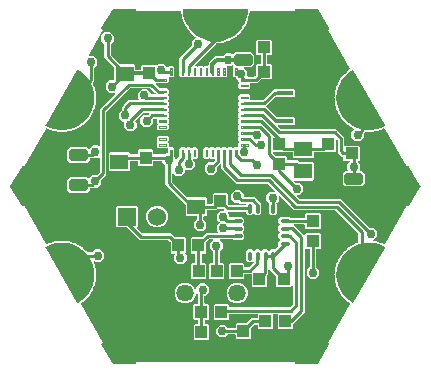
<source format=gbr>
G04 EAGLE Gerber RS-274X export*
G75*
%MOMM*%
%FSLAX34Y34*%
%LPD*%
%INBottom Copper*%
%IPPOS*%
%AMOC8*
5,1,8,0,0,1.08239X$1,22.5*%
G01*
%ADD10R,1.100000X1.000000*%
%ADD11R,1.500000X1.300000*%
%ADD12C,0.124994*%
%ADD13R,5.699988X5.699988*%
%ADD14R,1.399997X0.400000*%
%ADD15R,1.000000X1.100000*%
%ADD16C,0.499997*%
%ADD17C,1.000000*%
%ADD18C,1.458000*%
%ADD19C,0.262500*%
%ADD20R,2.150000X2.150000*%
%ADD21R,1.530000X1.530000*%
%ADD22C,1.530000*%
%ADD23C,0.756400*%
%ADD24C,0.254000*%
%ADD25C,0.304800*%

G36*
X278630Y195708D02*
X278630Y195708D01*
X278658Y195706D01*
X278726Y195728D01*
X278797Y195742D01*
X278820Y195758D01*
X278847Y195767D01*
X278902Y195814D01*
X278961Y195855D01*
X278976Y195879D01*
X278998Y195897D01*
X279029Y195962D01*
X279068Y196022D01*
X279073Y196050D01*
X279085Y196076D01*
X279094Y196177D01*
X279101Y196219D01*
X279099Y196229D01*
X279100Y196242D01*
X278982Y197719D01*
X413422Y197719D01*
X413304Y196242D01*
X413308Y196213D01*
X413303Y196185D01*
X413320Y196116D01*
X413328Y196044D01*
X413343Y196020D01*
X413349Y195992D01*
X413392Y195934D01*
X413428Y195872D01*
X413450Y195855D01*
X413467Y195832D01*
X413529Y195795D01*
X413586Y195752D01*
X413614Y195745D01*
X413638Y195730D01*
X413738Y195714D01*
X413779Y195703D01*
X413789Y195705D01*
X413802Y195703D01*
X432802Y195703D01*
X432878Y195718D01*
X432956Y195727D01*
X432975Y195738D01*
X432997Y195742D01*
X433061Y195786D01*
X433129Y195825D01*
X433145Y195844D01*
X433161Y195855D01*
X433185Y195893D01*
X433235Y195953D01*
X442735Y212453D01*
X442744Y212480D01*
X442760Y212504D01*
X442775Y212574D01*
X442798Y212642D01*
X442795Y212670D01*
X442801Y212698D01*
X442788Y212769D01*
X442782Y212840D01*
X442769Y212865D01*
X442763Y212893D01*
X442723Y212953D01*
X442690Y213016D01*
X442668Y213034D01*
X442652Y213058D01*
X442569Y213116D01*
X442537Y213143D01*
X442526Y213146D01*
X442516Y213153D01*
X441197Y213777D01*
X460088Y246497D01*
X460115Y246579D01*
X460147Y246660D01*
X460147Y246674D01*
X460152Y246687D01*
X460145Y246774D01*
X460144Y246860D01*
X460138Y246873D01*
X460137Y246887D01*
X460098Y246964D01*
X460062Y247044D01*
X460052Y247054D01*
X460046Y247066D01*
X460004Y247101D01*
X459934Y247170D01*
X458814Y247933D01*
X458749Y247961D01*
X458687Y247995D01*
X458655Y248000D01*
X458629Y248011D01*
X458577Y248011D01*
X458509Y248021D01*
X458503Y248020D01*
X458028Y248462D01*
X457998Y248480D01*
X457968Y248509D01*
X457432Y248874D01*
X457431Y248880D01*
X457404Y248945D01*
X457386Y249013D01*
X457366Y249039D01*
X457356Y249065D01*
X457319Y249102D01*
X457278Y249157D01*
X455539Y250770D01*
X455479Y250806D01*
X455423Y250850D01*
X455392Y250860D01*
X455368Y250874D01*
X455317Y250882D01*
X455250Y250902D01*
X455245Y250902D01*
X454840Y251410D01*
X454814Y251432D01*
X454789Y251465D01*
X454313Y251906D01*
X454313Y251912D01*
X454296Y251980D01*
X454288Y252051D01*
X454272Y252079D01*
X454266Y252107D01*
X454235Y252148D01*
X454202Y252209D01*
X452723Y254063D01*
X452669Y254108D01*
X452621Y254159D01*
X452591Y254173D01*
X452570Y254191D01*
X452520Y254207D01*
X452458Y254236D01*
X452452Y254238D01*
X452128Y254800D01*
X452105Y254826D01*
X452085Y254862D01*
X451680Y255369D01*
X451681Y255375D01*
X451675Y255445D01*
X451677Y255516D01*
X451666Y255547D01*
X451664Y255575D01*
X451640Y255620D01*
X451616Y255685D01*
X450430Y257739D01*
X450383Y257792D01*
X450343Y257850D01*
X450316Y257868D01*
X450297Y257889D01*
X450251Y257911D01*
X450193Y257950D01*
X450188Y257952D01*
X449951Y258556D01*
X449932Y258585D01*
X449918Y258624D01*
X449593Y259186D01*
X449595Y259191D01*
X449599Y259262D01*
X449612Y259331D01*
X449606Y259363D01*
X449607Y259391D01*
X449590Y259440D01*
X449577Y259508D01*
X448710Y261715D01*
X448672Y261774D01*
X448641Y261838D01*
X448616Y261860D01*
X448601Y261884D01*
X448559Y261913D01*
X448507Y261959D01*
X448503Y261962D01*
X448358Y262595D01*
X448344Y262626D01*
X448336Y262667D01*
X448099Y263271D01*
X448101Y263276D01*
X448116Y263345D01*
X448139Y263412D01*
X448137Y263445D01*
X448143Y263472D01*
X448133Y263523D01*
X448130Y263592D01*
X447602Y265904D01*
X447573Y265968D01*
X447552Y266035D01*
X447531Y266061D01*
X447519Y266086D01*
X447482Y266121D01*
X447438Y266175D01*
X447434Y266179D01*
X447385Y266826D01*
X447376Y266859D01*
X447374Y266901D01*
X447229Y267533D01*
X447232Y267538D01*
X447257Y267604D01*
X447290Y267667D01*
X447293Y267699D01*
X447303Y267726D01*
X447301Y267777D01*
X447308Y267846D01*
X447131Y270211D01*
X447111Y270278D01*
X447101Y270348D01*
X447084Y270377D01*
X447076Y270404D01*
X447044Y270444D01*
X447009Y270504D01*
X447005Y270508D01*
X447054Y271155D01*
X447049Y271189D01*
X447054Y271231D01*
X447005Y271878D01*
X447009Y271882D01*
X447043Y271943D01*
X447085Y272000D01*
X447093Y272032D01*
X447107Y272057D01*
X447113Y272108D01*
X447130Y272175D01*
X447306Y274540D01*
X447298Y274610D01*
X447297Y274680D01*
X447285Y274711D01*
X447281Y274739D01*
X447256Y274783D01*
X447230Y274847D01*
X447227Y274852D01*
X447371Y275485D01*
X447372Y275519D01*
X447382Y275560D01*
X447431Y276207D01*
X447435Y276210D01*
X447478Y276266D01*
X447528Y276316D01*
X447541Y276346D01*
X447558Y276369D01*
X447571Y276419D01*
X447598Y276482D01*
X448125Y278794D01*
X448127Y278864D01*
X448132Y278889D01*
X448131Y278891D01*
X448137Y278935D01*
X448130Y278966D01*
X448130Y278994D01*
X448112Y279043D01*
X448096Y279110D01*
X448093Y279115D01*
X448330Y279719D01*
X448336Y279753D01*
X448353Y279791D01*
X448497Y280424D01*
X448502Y280427D01*
X448553Y280476D01*
X448609Y280518D01*
X448626Y280546D01*
X448647Y280565D01*
X448667Y280612D01*
X448704Y280671D01*
X449569Y282879D01*
X449582Y282949D01*
X449602Y283016D01*
X449599Y283049D01*
X449604Y283076D01*
X449593Y283127D01*
X449587Y283196D01*
X449586Y283201D01*
X449910Y283763D01*
X449921Y283796D01*
X449943Y283831D01*
X450180Y284435D01*
X450185Y284438D01*
X450243Y284478D01*
X450305Y284511D01*
X450326Y284536D01*
X450349Y284553D01*
X450376Y284596D01*
X450421Y284649D01*
X451606Y286703D01*
X451629Y286770D01*
X451659Y286834D01*
X451661Y286866D01*
X451670Y286893D01*
X451666Y286944D01*
X451671Y287014D01*
X451670Y287019D01*
X452075Y287526D01*
X452091Y287557D01*
X452117Y287589D01*
X452442Y288151D01*
X452447Y288153D01*
X452510Y288184D01*
X452577Y288208D01*
X452601Y288229D01*
X452626Y288242D01*
X452660Y288281D01*
X452712Y288326D01*
X454190Y290181D01*
X454222Y290244D01*
X454262Y290302D01*
X454269Y290334D01*
X454282Y290359D01*
X454286Y290411D01*
X454300Y290478D01*
X454301Y290484D01*
X454776Y290925D01*
X454796Y290953D01*
X454828Y290981D01*
X455232Y291488D01*
X455238Y291489D01*
X455305Y291511D01*
X455374Y291524D01*
X455402Y291542D01*
X455428Y291550D01*
X455467Y291584D01*
X455526Y291621D01*
X457263Y293235D01*
X457305Y293292D01*
X457352Y293344D01*
X457364Y293375D01*
X457380Y293397D01*
X457392Y293448D01*
X457417Y293512D01*
X457418Y293518D01*
X457954Y293883D01*
X457978Y293908D01*
X458013Y293931D01*
X458489Y294372D01*
X458494Y294372D01*
X458564Y294383D01*
X458634Y294386D01*
X458664Y294400D01*
X458692Y294404D01*
X458736Y294432D01*
X458799Y294460D01*
X460758Y295796D01*
X460807Y295847D01*
X460862Y295891D01*
X460878Y295920D01*
X460898Y295940D01*
X460917Y295988D01*
X460951Y296048D01*
X460952Y296053D01*
X461537Y296335D01*
X461565Y296356D01*
X461603Y296373D01*
X462139Y296739D01*
X462144Y296738D01*
X462215Y296738D01*
X462285Y296731D01*
X462316Y296740D01*
X462344Y296740D01*
X462392Y296761D01*
X462458Y296779D01*
X464595Y297809D01*
X464651Y297851D01*
X464712Y297887D01*
X464732Y297913D01*
X464754Y297930D01*
X464780Y297974D01*
X464823Y298029D01*
X464825Y298034D01*
X465446Y298225D01*
X465476Y298242D01*
X465516Y298253D01*
X466101Y298534D01*
X466106Y298533D01*
X466176Y298523D01*
X466244Y298505D01*
X466277Y298509D01*
X466304Y298505D01*
X466354Y298518D01*
X466423Y298527D01*
X466950Y298689D01*
X466966Y298699D01*
X466979Y298701D01*
X466987Y298706D01*
X467006Y298711D01*
X467064Y298752D01*
X467126Y298785D01*
X467145Y298809D01*
X467169Y298827D01*
X467207Y298887D01*
X467251Y298942D01*
X467259Y298971D01*
X467275Y298997D01*
X467290Y299081D01*
X467306Y299135D01*
X467303Y299153D01*
X467307Y299174D01*
X467307Y306151D01*
X467306Y306159D01*
X467307Y306167D01*
X467286Y306257D01*
X467268Y306348D01*
X467263Y306354D01*
X467261Y306362D01*
X467159Y306510D01*
X447809Y325860D01*
X447802Y325864D01*
X447798Y325870D01*
X447719Y325919D01*
X447642Y325971D01*
X447634Y325972D01*
X447628Y325976D01*
X447450Y326008D01*
X412830Y326008D01*
X411044Y327794D01*
X400889Y337950D01*
X400886Y337951D01*
X400885Y337953D01*
X400804Y338006D01*
X400722Y338061D01*
X400719Y338061D01*
X400717Y338062D01*
X400621Y338080D01*
X400525Y338098D01*
X400522Y338098D01*
X400520Y338098D01*
X400423Y338077D01*
X400329Y338057D01*
X400327Y338055D01*
X400324Y338055D01*
X400244Y337998D01*
X400164Y337942D01*
X400163Y337940D01*
X400161Y337939D01*
X400109Y337856D01*
X400057Y337773D01*
X400056Y337770D01*
X400055Y337768D01*
X400023Y337591D01*
X400023Y334098D01*
X398030Y332105D01*
X398027Y332101D01*
X398023Y332098D01*
X397972Y332018D01*
X397919Y331939D01*
X397918Y331933D01*
X397916Y331929D01*
X397900Y331835D01*
X397882Y331742D01*
X397883Y331736D01*
X397882Y331731D01*
X397904Y331639D01*
X397923Y331546D01*
X397926Y331541D01*
X397928Y331536D01*
X398030Y331388D01*
X398089Y331330D01*
X398089Y323604D01*
X396427Y321942D01*
X393201Y321942D01*
X391539Y323604D01*
X391539Y331348D01*
X391558Y331378D01*
X391611Y331457D01*
X391612Y331462D01*
X391614Y331467D01*
X391630Y331561D01*
X391648Y331654D01*
X391647Y331659D01*
X391648Y331664D01*
X391626Y331757D01*
X391607Y331850D01*
X391604Y331854D01*
X391602Y331859D01*
X391500Y332007D01*
X389409Y334098D01*
X389409Y338494D01*
X392518Y341603D01*
X396011Y341603D01*
X396014Y341603D01*
X396016Y341603D01*
X396111Y341623D01*
X396207Y341642D01*
X396210Y341644D01*
X396212Y341644D01*
X396293Y341700D01*
X396373Y341755D01*
X396375Y341757D01*
X396377Y341759D01*
X396430Y341842D01*
X396482Y341923D01*
X396483Y341926D01*
X396484Y341928D01*
X396501Y342024D01*
X396518Y342120D01*
X396518Y342123D01*
X396518Y342125D01*
X396496Y342219D01*
X396475Y342316D01*
X396473Y342318D01*
X396472Y342321D01*
X396370Y342469D01*
X390500Y348339D01*
X390493Y348343D01*
X390488Y348349D01*
X390410Y348398D01*
X390333Y348450D01*
X390325Y348451D01*
X390318Y348455D01*
X390141Y348487D01*
X363659Y348487D01*
X350735Y361412D01*
X350735Y364354D01*
X350734Y364356D01*
X350735Y364359D01*
X350714Y364454D01*
X350695Y364550D01*
X350693Y364552D01*
X350693Y364555D01*
X350637Y364636D01*
X350582Y364716D01*
X350580Y364717D01*
X350579Y364720D01*
X350495Y364773D01*
X350414Y364825D01*
X350412Y364826D01*
X350409Y364827D01*
X350313Y364843D01*
X350217Y364861D01*
X350214Y364860D01*
X350212Y364861D01*
X350118Y364839D01*
X350021Y364817D01*
X350019Y364816D01*
X350017Y364815D01*
X349869Y364712D01*
X347847Y362691D01*
X347843Y362684D01*
X347837Y362680D01*
X347788Y362601D01*
X347736Y362524D01*
X347735Y362516D01*
X347731Y362510D01*
X347699Y362332D01*
X347699Y358990D01*
X344590Y355881D01*
X340194Y355881D01*
X337085Y358990D01*
X337085Y363386D01*
X340194Y366495D01*
X343536Y366495D01*
X343544Y366496D01*
X343552Y366495D01*
X343642Y366516D01*
X343733Y366534D01*
X343739Y366539D01*
X343747Y366541D01*
X343895Y366643D01*
X345586Y368334D01*
X345590Y368341D01*
X345597Y368345D01*
X345646Y368424D01*
X345697Y368501D01*
X345698Y368509D01*
X345703Y368516D01*
X345735Y368693D01*
X345735Y368857D01*
X345734Y368862D01*
X345734Y368867D01*
X345714Y368961D01*
X345695Y369054D01*
X345692Y369058D01*
X345691Y369063D01*
X345636Y369141D01*
X345582Y369219D01*
X345578Y369222D01*
X345575Y369227D01*
X345493Y369277D01*
X345414Y369329D01*
X345409Y369330D01*
X345405Y369332D01*
X345227Y369364D01*
X342014Y369364D01*
X341388Y369990D01*
X341384Y369993D01*
X341381Y369998D01*
X341301Y370048D01*
X341221Y370101D01*
X341216Y370102D01*
X341211Y370105D01*
X341118Y370121D01*
X341024Y370139D01*
X341019Y370138D01*
X341014Y370139D01*
X340921Y370117D01*
X340828Y370097D01*
X340824Y370094D01*
X340819Y370093D01*
X340671Y369990D01*
X340045Y369364D01*
X337014Y369364D01*
X335755Y370624D01*
X335755Y378155D01*
X337014Y379414D01*
X340045Y379414D01*
X340671Y378788D01*
X340675Y378785D01*
X340678Y378781D01*
X340758Y378730D01*
X340838Y378677D01*
X340843Y378676D01*
X340847Y378673D01*
X340941Y378657D01*
X341034Y378639D01*
X341040Y378640D01*
X341045Y378640D01*
X341137Y378661D01*
X341231Y378681D01*
X341235Y378684D01*
X341240Y378685D01*
X341388Y378788D01*
X342014Y379414D01*
X345045Y379414D01*
X345671Y378788D01*
X345675Y378785D01*
X345678Y378781D01*
X345758Y378730D01*
X345838Y378677D01*
X345843Y378676D01*
X345847Y378673D01*
X345941Y378657D01*
X346034Y378639D01*
X346040Y378640D01*
X346045Y378640D01*
X346137Y378661D01*
X346231Y378681D01*
X346235Y378684D01*
X346240Y378685D01*
X346388Y378788D01*
X347014Y379414D01*
X350045Y379414D01*
X350671Y378788D01*
X350675Y378785D01*
X350678Y378781D01*
X350758Y378730D01*
X350838Y378677D01*
X350843Y378676D01*
X350847Y378673D01*
X350941Y378657D01*
X351034Y378639D01*
X351040Y378640D01*
X351045Y378640D01*
X351137Y378661D01*
X351231Y378681D01*
X351235Y378684D01*
X351240Y378685D01*
X351388Y378788D01*
X352014Y379414D01*
X355045Y379414D01*
X355671Y378788D01*
X355675Y378785D01*
X355678Y378781D01*
X355758Y378730D01*
X355838Y378677D01*
X355843Y378676D01*
X355847Y378673D01*
X355941Y378657D01*
X356034Y378639D01*
X356040Y378640D01*
X356045Y378640D01*
X356137Y378661D01*
X356231Y378681D01*
X356235Y378684D01*
X356240Y378685D01*
X356388Y378788D01*
X357014Y379414D01*
X360045Y379414D01*
X360671Y378788D01*
X360675Y378785D01*
X360678Y378781D01*
X360758Y378730D01*
X360838Y378677D01*
X360843Y378676D01*
X360847Y378673D01*
X360941Y378657D01*
X361034Y378639D01*
X361040Y378640D01*
X361045Y378640D01*
X361137Y378661D01*
X361231Y378681D01*
X361235Y378684D01*
X361240Y378685D01*
X361388Y378788D01*
X362014Y379414D01*
X364997Y379414D01*
X365002Y379415D01*
X365008Y379414D01*
X365101Y379435D01*
X365194Y379453D01*
X365198Y379456D01*
X365203Y379458D01*
X365281Y379513D01*
X365360Y379566D01*
X365363Y379570D01*
X365367Y379574D01*
X365417Y379655D01*
X365469Y379734D01*
X365470Y379739D01*
X365473Y379744D01*
X365505Y379921D01*
X365505Y382905D01*
X366131Y383531D01*
X366133Y383535D01*
X366138Y383538D01*
X366189Y383618D01*
X366241Y383697D01*
X366242Y383703D01*
X366245Y383707D01*
X366261Y383801D01*
X366279Y383894D01*
X366278Y383900D01*
X366279Y383905D01*
X366257Y383997D01*
X366237Y384090D01*
X366234Y384095D01*
X366233Y384100D01*
X366131Y384248D01*
X365505Y384874D01*
X365505Y387905D01*
X366131Y388531D01*
X366133Y388535D01*
X366138Y388538D01*
X366189Y388618D01*
X366241Y388697D01*
X366242Y388703D01*
X366245Y388707D01*
X366261Y388801D01*
X366279Y388894D01*
X366278Y388900D01*
X366279Y388905D01*
X366257Y388997D01*
X366237Y389090D01*
X366234Y389095D01*
X366233Y389100D01*
X366131Y389248D01*
X365505Y389874D01*
X365505Y392905D01*
X366131Y393531D01*
X366133Y393535D01*
X366138Y393538D01*
X366189Y393618D01*
X366241Y393697D01*
X366242Y393703D01*
X366245Y393707D01*
X366261Y393800D01*
X366279Y393894D01*
X366278Y393900D01*
X366279Y393905D01*
X366257Y393997D01*
X366237Y394090D01*
X366234Y394095D01*
X366233Y394100D01*
X366131Y394248D01*
X365505Y394874D01*
X365505Y397905D01*
X366131Y398531D01*
X366133Y398535D01*
X366138Y398538D01*
X366189Y398618D01*
X366241Y398697D01*
X366242Y398703D01*
X366245Y398707D01*
X366261Y398801D01*
X366279Y398894D01*
X366278Y398900D01*
X366279Y398905D01*
X366257Y398997D01*
X366237Y399090D01*
X366234Y399095D01*
X366233Y399100D01*
X366131Y399248D01*
X365505Y399874D01*
X365505Y402905D01*
X366131Y403531D01*
X366133Y403535D01*
X366138Y403538D01*
X366189Y403618D01*
X366241Y403697D01*
X366242Y403703D01*
X366245Y403707D01*
X366261Y403800D01*
X366279Y403894D01*
X366278Y403900D01*
X366279Y403905D01*
X366257Y403997D01*
X366237Y404090D01*
X366234Y404095D01*
X366233Y404100D01*
X366131Y404248D01*
X365505Y404874D01*
X365505Y407905D01*
X366131Y408531D01*
X366133Y408535D01*
X366138Y408538D01*
X366189Y408618D01*
X366241Y408697D01*
X366242Y408703D01*
X366245Y408707D01*
X366261Y408801D01*
X366279Y408894D01*
X366278Y408900D01*
X366279Y408905D01*
X366257Y408997D01*
X366237Y409090D01*
X366234Y409095D01*
X366233Y409100D01*
X366131Y409248D01*
X365505Y409874D01*
X365505Y412905D01*
X366131Y413531D01*
X366133Y413535D01*
X366138Y413538D01*
X366189Y413618D01*
X366241Y413697D01*
X366242Y413703D01*
X366245Y413707D01*
X366261Y413801D01*
X366279Y413894D01*
X366278Y413900D01*
X366279Y413905D01*
X366257Y413997D01*
X366237Y414090D01*
X366234Y414095D01*
X366233Y414100D01*
X366131Y414248D01*
X365505Y414874D01*
X365505Y417905D01*
X366131Y418531D01*
X366133Y418535D01*
X366138Y418538D01*
X366189Y418618D01*
X366241Y418697D01*
X366242Y418703D01*
X366245Y418707D01*
X366261Y418801D01*
X366279Y418894D01*
X366278Y418900D01*
X366279Y418905D01*
X366257Y418997D01*
X366237Y419090D01*
X366234Y419095D01*
X366233Y419100D01*
X366131Y419248D01*
X365505Y419874D01*
X365505Y422905D01*
X366764Y424164D01*
X374295Y424164D01*
X375554Y422905D01*
X375554Y419691D01*
X375555Y419686D01*
X375554Y419681D01*
X375575Y419588D01*
X375594Y419495D01*
X375597Y419490D01*
X375598Y419485D01*
X375653Y419407D01*
X375706Y419329D01*
X375711Y419326D01*
X375714Y419322D01*
X375795Y419271D01*
X375874Y419220D01*
X375880Y419219D01*
X375884Y419216D01*
X376061Y419184D01*
X386319Y419184D01*
X386327Y419185D01*
X386335Y419184D01*
X386425Y419205D01*
X386516Y419224D01*
X386522Y419228D01*
X386530Y419230D01*
X386678Y419332D01*
X395635Y428289D01*
X396399Y428289D01*
X396406Y428290D01*
X396414Y428289D01*
X396504Y428310D01*
X396595Y428329D01*
X396602Y428333D01*
X396609Y428335D01*
X396757Y428437D01*
X397339Y429019D01*
X412602Y429019D01*
X413495Y428126D01*
X413495Y422863D01*
X412602Y421969D01*
X397430Y421969D01*
X397422Y421968D01*
X397414Y421969D01*
X397325Y421948D01*
X397233Y421930D01*
X397227Y421925D01*
X397219Y421924D01*
X397071Y421821D01*
X389502Y414252D01*
X389499Y414247D01*
X389495Y414244D01*
X389444Y414164D01*
X389391Y414085D01*
X389390Y414080D01*
X389387Y414075D01*
X389371Y413981D01*
X389353Y413888D01*
X389355Y413883D01*
X389354Y413878D01*
X389375Y413785D01*
X389395Y413692D01*
X389398Y413687D01*
X389399Y413682D01*
X389502Y413534D01*
X397869Y405168D01*
X397875Y405163D01*
X397880Y405157D01*
X397959Y405108D01*
X398036Y405057D01*
X398043Y405055D01*
X398050Y405051D01*
X398227Y405019D01*
X412602Y405019D01*
X413495Y404126D01*
X413495Y398863D01*
X412602Y397970D01*
X399200Y397970D01*
X399197Y397969D01*
X399195Y397969D01*
X399100Y397949D01*
X399003Y397930D01*
X399001Y397928D01*
X398999Y397928D01*
X398918Y397872D01*
X398837Y397817D01*
X398836Y397815D01*
X398834Y397814D01*
X398780Y397729D01*
X398728Y397649D01*
X398728Y397647D01*
X398726Y397644D01*
X398710Y397548D01*
X398693Y397452D01*
X398693Y397449D01*
X398693Y397447D01*
X398715Y397353D01*
X398736Y397256D01*
X398738Y397254D01*
X398738Y397252D01*
X398841Y397104D01*
X401079Y394865D01*
X401086Y394861D01*
X401091Y394855D01*
X401169Y394806D01*
X401246Y394754D01*
X401254Y394753D01*
X401261Y394749D01*
X401438Y394717D01*
X448325Y394717D01*
X455169Y387873D01*
X455169Y381138D01*
X455170Y381133D01*
X455169Y381128D01*
X455190Y381034D01*
X455208Y380941D01*
X455211Y380937D01*
X455212Y380932D01*
X455268Y380854D01*
X455321Y380776D01*
X455325Y380773D01*
X455328Y380768D01*
X455410Y380718D01*
X455489Y380666D01*
X455494Y380665D01*
X455499Y380663D01*
X455676Y380631D01*
X467727Y380631D01*
X468620Y379737D01*
X468620Y368474D01*
X467727Y367581D01*
X467060Y367581D01*
X467057Y367581D01*
X467055Y367581D01*
X466960Y367561D01*
X466863Y367542D01*
X466861Y367540D01*
X466859Y367540D01*
X466778Y367484D01*
X466697Y367429D01*
X466696Y367427D01*
X466694Y367425D01*
X466641Y367341D01*
X466588Y367261D01*
X466588Y367258D01*
X466586Y367256D01*
X466570Y367160D01*
X466553Y367064D01*
X466553Y367061D01*
X466553Y367058D01*
X466575Y366964D01*
X466596Y366868D01*
X466598Y366866D01*
X466598Y366863D01*
X466701Y366715D01*
X468633Y364783D01*
X468633Y360387D01*
X468392Y360146D01*
X468391Y360144D01*
X468389Y360142D01*
X468336Y360061D01*
X468281Y359979D01*
X468281Y359976D01*
X468279Y359974D01*
X468262Y359878D01*
X468244Y359782D01*
X468244Y359779D01*
X468244Y359777D01*
X468265Y359680D01*
X468285Y359586D01*
X468287Y359584D01*
X468287Y359581D01*
X468345Y359500D01*
X468400Y359421D01*
X468402Y359420D01*
X468403Y359418D01*
X468488Y359365D01*
X468569Y359314D01*
X468571Y359313D01*
X468574Y359312D01*
X468751Y359280D01*
X470494Y359280D01*
X472851Y356922D01*
X472851Y348588D01*
X470494Y346230D01*
X456159Y346230D01*
X453802Y348588D01*
X453802Y356922D01*
X456159Y359280D01*
X457902Y359280D01*
X457905Y359280D01*
X457907Y359280D01*
X458003Y359300D01*
X458099Y359319D01*
X458101Y359321D01*
X458103Y359322D01*
X458183Y359377D01*
X458264Y359432D01*
X458266Y359434D01*
X458268Y359436D01*
X458321Y359519D01*
X458374Y359600D01*
X458374Y359603D01*
X458376Y359605D01*
X458392Y359701D01*
X458409Y359797D01*
X458409Y359800D01*
X458409Y359803D01*
X458388Y359895D01*
X458366Y359993D01*
X458364Y359995D01*
X458364Y359998D01*
X458261Y360146D01*
X458020Y360387D01*
X458020Y364783D01*
X459952Y366715D01*
X459953Y366717D01*
X459956Y366719D01*
X460008Y366800D01*
X460063Y366882D01*
X460063Y366885D01*
X460065Y366887D01*
X460082Y366983D01*
X460100Y367079D01*
X460100Y367082D01*
X460100Y367084D01*
X460079Y367180D01*
X460059Y367275D01*
X460057Y367277D01*
X460057Y367280D01*
X460000Y367360D01*
X459945Y367440D01*
X459942Y367441D01*
X459941Y367443D01*
X459858Y367495D01*
X459775Y367547D01*
X459773Y367548D01*
X459771Y367549D01*
X459593Y367581D01*
X455464Y367581D01*
X454571Y368474D01*
X454571Y370804D01*
X454570Y370809D01*
X454571Y370814D01*
X454550Y370907D01*
X454531Y371000D01*
X454528Y371005D01*
X454527Y371010D01*
X454472Y371088D01*
X454419Y371166D01*
X454414Y371169D01*
X454411Y371173D01*
X454330Y371224D01*
X454251Y371275D01*
X454245Y371276D01*
X454241Y371279D01*
X454064Y371311D01*
X452903Y371311D01*
X449579Y374635D01*
X449579Y385347D01*
X449578Y385355D01*
X449579Y385363D01*
X449558Y385453D01*
X449540Y385544D01*
X449535Y385550D01*
X449534Y385558D01*
X449431Y385706D01*
X449378Y385758D01*
X449376Y385760D01*
X449375Y385762D01*
X449293Y385815D01*
X449211Y385869D01*
X449209Y385870D01*
X449206Y385871D01*
X449110Y385889D01*
X449015Y385907D01*
X449012Y385906D01*
X449009Y385907D01*
X448913Y385885D01*
X448818Y385865D01*
X448816Y385864D01*
X448814Y385863D01*
X448733Y385806D01*
X448654Y385751D01*
X448652Y385749D01*
X448650Y385747D01*
X448599Y385665D01*
X448546Y385582D01*
X448546Y385579D01*
X448544Y385577D01*
X448512Y385400D01*
X448512Y376518D01*
X447619Y375624D01*
X439125Y375624D01*
X439117Y375623D01*
X439110Y375624D01*
X439020Y375603D01*
X438929Y375585D01*
X438922Y375580D01*
X438915Y375579D01*
X438767Y375476D01*
X438640Y375349D01*
X430292Y375349D01*
X430287Y375348D01*
X430282Y375349D01*
X430189Y375328D01*
X430096Y375310D01*
X430092Y375307D01*
X430086Y375306D01*
X430009Y375250D01*
X429930Y375197D01*
X429927Y375193D01*
X429923Y375190D01*
X429872Y375108D01*
X429821Y375029D01*
X429820Y375024D01*
X429817Y375019D01*
X429785Y374842D01*
X429785Y371012D01*
X428892Y370119D01*
X412629Y370119D01*
X411736Y371012D01*
X411736Y374842D01*
X411735Y374847D01*
X411736Y374852D01*
X411715Y374945D01*
X411696Y375038D01*
X411693Y375043D01*
X411692Y375048D01*
X411637Y375126D01*
X411583Y375204D01*
X411579Y375207D01*
X411576Y375211D01*
X411495Y375262D01*
X411415Y375314D01*
X411410Y375314D01*
X411406Y375317D01*
X411228Y375349D01*
X406193Y375349D01*
X406185Y375348D01*
X406178Y375349D01*
X406088Y375328D01*
X405997Y375310D01*
X405990Y375305D01*
X405982Y375303D01*
X405834Y375201D01*
X405786Y375152D01*
X395483Y375152D01*
X395480Y375151D01*
X395478Y375152D01*
X395383Y375132D01*
X395286Y375112D01*
X395284Y375111D01*
X395282Y375110D01*
X395201Y375054D01*
X395120Y375000D01*
X395119Y374998D01*
X395117Y374996D01*
X395064Y374912D01*
X395011Y374832D01*
X395011Y374829D01*
X395009Y374827D01*
X394993Y374731D01*
X394976Y374634D01*
X394976Y374632D01*
X394976Y374629D01*
X394998Y374535D01*
X395019Y374439D01*
X395021Y374437D01*
X395021Y374434D01*
X395124Y374286D01*
X397060Y372350D01*
X397067Y372346D01*
X397071Y372339D01*
X397150Y372290D01*
X397227Y372239D01*
X397235Y372238D01*
X397242Y372233D01*
X397419Y372201D01*
X405786Y372201D01*
X406679Y371308D01*
X406679Y368606D01*
X406680Y368601D01*
X406679Y368595D01*
X406700Y368502D01*
X406718Y368409D01*
X406721Y368405D01*
X406723Y368400D01*
X406778Y368322D01*
X406831Y368243D01*
X406835Y368241D01*
X406839Y368236D01*
X406920Y368186D01*
X406999Y368134D01*
X407004Y368133D01*
X407009Y368130D01*
X407186Y368098D01*
X415758Y368098D01*
X416539Y367317D01*
X416546Y367313D01*
X416551Y367306D01*
X416629Y367258D01*
X416706Y367206D01*
X416714Y367205D01*
X416721Y367201D01*
X416898Y367169D01*
X428892Y367169D01*
X429785Y366276D01*
X429785Y352012D01*
X428892Y351119D01*
X413518Y351119D01*
X413515Y351119D01*
X413513Y351119D01*
X413418Y351099D01*
X413321Y351080D01*
X413319Y351078D01*
X413316Y351078D01*
X413236Y351022D01*
X413155Y350967D01*
X413154Y350965D01*
X413152Y350963D01*
X413099Y350880D01*
X413046Y350799D01*
X413046Y350796D01*
X413044Y350794D01*
X413028Y350698D01*
X413011Y350602D01*
X413011Y350599D01*
X413011Y350596D01*
X413033Y350502D01*
X413054Y350406D01*
X413056Y350404D01*
X413056Y350401D01*
X413159Y350253D01*
X413914Y349498D01*
X413921Y349494D01*
X413925Y349488D01*
X414004Y349439D01*
X414081Y349387D01*
X414089Y349386D01*
X414095Y349382D01*
X414273Y349350D01*
X417615Y349350D01*
X420724Y346241D01*
X420724Y341845D01*
X417615Y338736D01*
X415614Y338736D01*
X415611Y338736D01*
X415609Y338736D01*
X415514Y338716D01*
X415417Y338697D01*
X415415Y338695D01*
X415412Y338695D01*
X415332Y338639D01*
X415251Y338584D01*
X415250Y338582D01*
X415248Y338580D01*
X415195Y338497D01*
X415142Y338416D01*
X415142Y338413D01*
X415140Y338411D01*
X415124Y338315D01*
X415107Y338219D01*
X415107Y338216D01*
X415107Y338214D01*
X415129Y338119D01*
X415150Y338023D01*
X415152Y338021D01*
X415152Y338018D01*
X415255Y337870D01*
X417315Y335810D01*
X417322Y335806D01*
X417326Y335800D01*
X417405Y335751D01*
X417482Y335699D01*
X417490Y335698D01*
X417496Y335694D01*
X417674Y335662D01*
X451754Y335662D01*
X476017Y311398D01*
X476024Y311394D01*
X476028Y311388D01*
X476107Y311339D01*
X476184Y311287D01*
X476192Y311286D01*
X476198Y311282D01*
X476376Y311250D01*
X479718Y311250D01*
X482827Y308141D01*
X482827Y303745D01*
X479831Y300749D01*
X479794Y300694D01*
X479751Y300645D01*
X479739Y300611D01*
X479720Y300582D01*
X479707Y300517D01*
X479686Y300455D01*
X479689Y300420D01*
X479682Y300385D01*
X479696Y300321D01*
X479700Y300255D01*
X479716Y300224D01*
X479724Y300189D01*
X479761Y300135D01*
X479791Y300076D01*
X479818Y300053D01*
X479838Y300024D01*
X479893Y299989D01*
X479943Y299947D01*
X479980Y299934D01*
X480007Y299917D01*
X480055Y299909D01*
X480114Y299889D01*
X481582Y299668D01*
X481653Y299671D01*
X481723Y299666D01*
X481754Y299676D01*
X481782Y299678D01*
X481829Y299700D01*
X481874Y299714D01*
X481880Y299716D01*
X481883Y299717D01*
X481895Y299721D01*
X481900Y299724D01*
X482520Y299532D01*
X482554Y299529D01*
X482594Y299516D01*
X483235Y299419D01*
X483239Y299415D01*
X483291Y299367D01*
X483337Y299314D01*
X483366Y299299D01*
X483387Y299280D01*
X483436Y299263D01*
X483497Y299231D01*
X485764Y298533D01*
X485834Y298526D01*
X485903Y298511D01*
X485935Y298516D01*
X485963Y298513D01*
X486012Y298528D01*
X486081Y298539D01*
X486086Y298541D01*
X486671Y298259D01*
X486704Y298251D01*
X486741Y298232D01*
X487361Y298041D01*
X487364Y298036D01*
X487408Y297981D01*
X487446Y297922D01*
X487473Y297902D01*
X487491Y297881D01*
X487536Y297857D01*
X487592Y297816D01*
X488830Y297220D01*
X488914Y297199D01*
X488997Y297173D01*
X489011Y297174D01*
X489024Y297171D01*
X489110Y297184D01*
X489196Y297192D01*
X489209Y297198D01*
X489223Y297200D01*
X489296Y297245D01*
X489373Y297286D01*
X489383Y297298D01*
X489394Y297305D01*
X489427Y297349D01*
X489489Y297424D01*
X508381Y330145D01*
X509618Y329291D01*
X509645Y329280D01*
X509667Y329261D01*
X509736Y329241D01*
X509801Y329213D01*
X509830Y329213D01*
X509858Y329205D01*
X509929Y329213D01*
X510000Y329213D01*
X510027Y329224D01*
X510056Y329227D01*
X510118Y329262D01*
X510183Y329290D01*
X510204Y329310D01*
X510229Y329325D01*
X510292Y329402D01*
X510322Y329432D01*
X510326Y329442D01*
X510335Y329453D01*
X519835Y345953D01*
X519845Y345985D01*
X519854Y345998D01*
X519858Y346022D01*
X519859Y346026D01*
X519890Y346096D01*
X519890Y346120D01*
X519898Y346142D01*
X519892Y346218D01*
X519893Y346295D01*
X519883Y346319D01*
X519882Y346340D01*
X519861Y346379D01*
X519835Y346451D01*
X510335Y362951D01*
X510316Y362973D01*
X510303Y362999D01*
X510250Y363047D01*
X510203Y363100D01*
X510177Y363113D01*
X510156Y363132D01*
X510088Y363155D01*
X510024Y363186D01*
X509995Y363188D01*
X509968Y363197D01*
X509896Y363192D01*
X509825Y363195D01*
X509798Y363185D01*
X509769Y363183D01*
X509679Y363141D01*
X509639Y363126D01*
X509631Y363119D01*
X509618Y363113D01*
X508381Y362259D01*
X489489Y394980D01*
X489432Y395045D01*
X489378Y395113D01*
X489366Y395120D01*
X489357Y395131D01*
X489279Y395168D01*
X489203Y395210D01*
X489189Y395212D01*
X489176Y395218D01*
X489090Y395222D01*
X489004Y395232D01*
X488989Y395228D01*
X488976Y395228D01*
X488924Y395210D01*
X488830Y395184D01*
X487592Y394588D01*
X487536Y394545D01*
X487475Y394510D01*
X487455Y394484D01*
X487432Y394467D01*
X487406Y394422D01*
X487364Y394368D01*
X487361Y394363D01*
X486741Y394172D01*
X486711Y394156D01*
X486671Y394145D01*
X486086Y393863D01*
X486081Y393865D01*
X486011Y393875D01*
X485942Y393893D01*
X485910Y393889D01*
X485882Y393893D01*
X485832Y393879D01*
X485764Y393871D01*
X483497Y393173D01*
X483435Y393139D01*
X483370Y393113D01*
X483346Y393090D01*
X483321Y393077D01*
X483289Y393037D01*
X483239Y392989D01*
X483235Y392985D01*
X482594Y392888D01*
X482561Y392877D01*
X482520Y392872D01*
X481900Y392680D01*
X481895Y392683D01*
X481827Y392703D01*
X481762Y392731D01*
X481730Y392732D01*
X481703Y392740D01*
X481651Y392734D01*
X481582Y392736D01*
X479237Y392384D01*
X479171Y392360D01*
X479102Y392343D01*
X479075Y392325D01*
X479049Y392315D01*
X479011Y392280D01*
X478954Y392241D01*
X478950Y392237D01*
X478301Y392237D01*
X478267Y392230D01*
X478226Y392231D01*
X477584Y392135D01*
X477580Y392138D01*
X477516Y392168D01*
X477456Y392205D01*
X477423Y392211D01*
X477398Y392223D01*
X477346Y392225D01*
X477278Y392237D01*
X474907Y392238D01*
X474838Y392224D01*
X474767Y392219D01*
X474738Y392204D01*
X474711Y392199D01*
X474668Y392170D01*
X474606Y392139D01*
X474601Y392136D01*
X473960Y392233D01*
X473925Y392231D01*
X473884Y392239D01*
X473236Y392239D01*
X473228Y392237D01*
X473221Y392238D01*
X473131Y392217D01*
X473040Y392199D01*
X473033Y392195D01*
X473025Y392193D01*
X472877Y392090D01*
X472053Y391266D01*
X472049Y391259D01*
X472043Y391255D01*
X471994Y391176D01*
X471942Y391099D01*
X471941Y391091D01*
X471937Y391085D01*
X471905Y390907D01*
X471905Y387565D01*
X468796Y384456D01*
X464400Y384456D01*
X461291Y387565D01*
X461291Y391961D01*
X463638Y394308D01*
X463688Y394383D01*
X463741Y394455D01*
X463743Y394466D01*
X463749Y394475D01*
X463766Y394563D01*
X463786Y394651D01*
X463784Y394661D01*
X463786Y394672D01*
X463768Y394760D01*
X463753Y394848D01*
X463747Y394857D01*
X463745Y394868D01*
X463693Y394942D01*
X463645Y395018D01*
X463636Y395024D01*
X463630Y395032D01*
X463585Y395061D01*
X463499Y395123D01*
X462458Y395625D01*
X462390Y395642D01*
X462324Y395668D01*
X462291Y395668D01*
X462264Y395675D01*
X462213Y395667D01*
X462144Y395666D01*
X462139Y395665D01*
X461603Y396031D01*
X461571Y396045D01*
X461537Y396069D01*
X460952Y396351D01*
X460951Y396356D01*
X460915Y396417D01*
X460886Y396481D01*
X460863Y396504D01*
X460848Y396528D01*
X460807Y396559D01*
X460758Y396608D01*
X458799Y397944D01*
X458734Y397972D01*
X458672Y398007D01*
X458640Y398011D01*
X458614Y398022D01*
X458563Y398022D01*
X458494Y398032D01*
X458489Y398032D01*
X458013Y398473D01*
X457984Y398491D01*
X457954Y398521D01*
X457418Y398886D01*
X457417Y398892D01*
X457390Y398957D01*
X457372Y399025D01*
X457352Y399052D01*
X457341Y399078D01*
X457305Y399114D01*
X457263Y399169D01*
X455526Y400783D01*
X455466Y400820D01*
X455410Y400863D01*
X455379Y400873D01*
X455355Y400887D01*
X455304Y400895D01*
X455237Y400915D01*
X455232Y400916D01*
X454828Y401423D01*
X454801Y401446D01*
X454776Y401479D01*
X454300Y401920D01*
X454300Y401926D01*
X454284Y401995D01*
X454276Y402065D01*
X454260Y402093D01*
X454253Y402121D01*
X454223Y402162D01*
X454190Y402223D01*
X452712Y404078D01*
X452658Y404123D01*
X452610Y404175D01*
X452580Y404189D01*
X452559Y404207D01*
X452509Y404222D01*
X452447Y404251D01*
X452442Y404253D01*
X452117Y404815D01*
X452094Y404841D01*
X452075Y404878D01*
X451670Y405385D01*
X451671Y405390D01*
X451665Y405461D01*
X451667Y405531D01*
X451656Y405562D01*
X451654Y405590D01*
X451630Y405636D01*
X451606Y405701D01*
X450421Y407755D01*
X450374Y407808D01*
X450334Y407866D01*
X450307Y407884D01*
X450289Y407905D01*
X450242Y407928D01*
X450185Y407966D01*
X450180Y407969D01*
X449943Y408573D01*
X449924Y408602D01*
X449910Y408641D01*
X449586Y409203D01*
X449587Y409208D01*
X449592Y409279D01*
X449604Y409348D01*
X449598Y409380D01*
X449600Y409408D01*
X449583Y409457D01*
X449569Y409525D01*
X448704Y411733D01*
X448666Y411792D01*
X448635Y411855D01*
X448610Y411878D01*
X448595Y411901D01*
X448553Y411930D01*
X448502Y411977D01*
X448497Y411980D01*
X448353Y412613D01*
X448338Y412644D01*
X448330Y412685D01*
X448093Y413289D01*
X448096Y413294D01*
X448111Y413363D01*
X448134Y413430D01*
X448132Y413463D01*
X448138Y413490D01*
X448129Y413541D01*
X448125Y413610D01*
X447598Y415922D01*
X447569Y415986D01*
X447548Y416054D01*
X447528Y416079D01*
X447516Y416105D01*
X447478Y416140D01*
X447435Y416194D01*
X447431Y416197D01*
X447382Y416844D01*
X447373Y416878D01*
X447371Y416919D01*
X447227Y417552D01*
X447230Y417557D01*
X447255Y417623D01*
X447288Y417685D01*
X447291Y417718D01*
X447301Y417744D01*
X447299Y417796D01*
X447306Y417864D01*
X447130Y420229D01*
X447111Y420297D01*
X447100Y420367D01*
X447083Y420395D01*
X447076Y420422D01*
X447044Y420463D01*
X447009Y420522D01*
X447005Y420526D01*
X447054Y421173D01*
X447049Y421208D01*
X447054Y421249D01*
X447005Y421896D01*
X447009Y421900D01*
X447044Y421962D01*
X447085Y422019D01*
X447094Y422051D01*
X447107Y422075D01*
X447113Y422127D01*
X447131Y422193D01*
X447308Y424558D01*
X447300Y424628D01*
X447299Y424699D01*
X447287Y424729D01*
X447284Y424757D01*
X447258Y424802D01*
X447232Y424866D01*
X447229Y424871D01*
X447374Y425503D01*
X447375Y425538D01*
X447385Y425578D01*
X447434Y426225D01*
X447438Y426229D01*
X447482Y426285D01*
X447531Y426335D01*
X447544Y426365D01*
X447561Y426387D01*
X447575Y426437D01*
X447602Y426500D01*
X448130Y428812D01*
X448132Y428883D01*
X448142Y428953D01*
X448135Y428984D01*
X448135Y429012D01*
X448117Y429061D01*
X448101Y429128D01*
X448099Y429133D01*
X448336Y429737D01*
X448342Y429771D01*
X448358Y429809D01*
X448503Y430442D01*
X448507Y430445D01*
X448559Y430493D01*
X448615Y430536D01*
X448632Y430563D01*
X448653Y430583D01*
X448674Y430630D01*
X448710Y430689D01*
X449577Y432896D01*
X449589Y432966D01*
X449610Y433033D01*
X449607Y433066D01*
X449612Y433093D01*
X449601Y433144D01*
X449595Y433213D01*
X449593Y433218D01*
X449918Y433780D01*
X449929Y433813D01*
X449951Y433848D01*
X450188Y434452D01*
X450193Y434454D01*
X450251Y434495D01*
X450313Y434528D01*
X450335Y434553D01*
X450358Y434569D01*
X450385Y434613D01*
X450430Y434665D01*
X451616Y436719D01*
X451639Y436786D01*
X451669Y436849D01*
X451671Y436882D01*
X451680Y436909D01*
X451676Y436960D01*
X451681Y437029D01*
X451680Y437035D01*
X452085Y437542D01*
X452101Y437573D01*
X452128Y437604D01*
X452452Y438166D01*
X452458Y438168D01*
X452502Y438190D01*
X452527Y438195D01*
X452547Y438208D01*
X452588Y438223D01*
X452612Y438244D01*
X452637Y438257D01*
X452665Y438288D01*
X452693Y438307D01*
X452704Y438324D01*
X452723Y438341D01*
X454202Y440195D01*
X454234Y440258D01*
X454274Y440316D01*
X454281Y440348D01*
X454294Y440373D01*
X454298Y440425D01*
X454313Y440492D01*
X454313Y440498D01*
X454789Y440939D01*
X454809Y440967D01*
X454840Y440994D01*
X455245Y441502D01*
X455250Y441502D01*
X455318Y441524D01*
X455387Y441537D01*
X455415Y441555D01*
X455441Y441564D01*
X455480Y441597D01*
X455539Y441634D01*
X457278Y443247D01*
X457319Y443304D01*
X457367Y443356D01*
X457378Y443387D01*
X457395Y443409D01*
X457406Y443460D01*
X457431Y443524D01*
X457432Y443530D01*
X457968Y443895D01*
X457993Y443920D01*
X458028Y443942D01*
X458503Y444383D01*
X458509Y444383D01*
X458579Y444395D01*
X458649Y444398D01*
X458679Y444411D01*
X458707Y444415D01*
X458751Y444443D01*
X458814Y444471D01*
X459934Y445234D01*
X459994Y445296D01*
X460058Y445355D01*
X460064Y445368D01*
X460074Y445378D01*
X460106Y445458D01*
X460142Y445537D01*
X460143Y445551D01*
X460148Y445564D01*
X460146Y445650D01*
X460149Y445737D01*
X460144Y445751D01*
X460143Y445764D01*
X460121Y445815D01*
X460088Y445907D01*
X441197Y478627D01*
X442516Y479251D01*
X442538Y479268D01*
X442565Y479278D01*
X442617Y479327D01*
X442675Y479370D01*
X442689Y479395D01*
X442710Y479414D01*
X442739Y479480D01*
X442775Y479542D01*
X442778Y479570D01*
X442790Y479596D01*
X442791Y479668D01*
X442800Y479739D01*
X442792Y479766D01*
X442793Y479795D01*
X442757Y479890D01*
X442746Y479930D01*
X442739Y479939D01*
X442735Y479951D01*
X433235Y496451D01*
X433183Y496510D01*
X433137Y496572D01*
X433118Y496583D01*
X433103Y496600D01*
X433033Y496634D01*
X432966Y496674D01*
X432942Y496678D01*
X432924Y496686D01*
X432879Y496688D01*
X432802Y496701D01*
X413802Y496701D01*
X413774Y496696D01*
X413746Y496698D01*
X413678Y496676D01*
X413607Y496662D01*
X413584Y496646D01*
X413557Y496637D01*
X413502Y496590D01*
X413443Y496549D01*
X413428Y496525D01*
X413407Y496507D01*
X413375Y496442D01*
X413336Y496382D01*
X413331Y496354D01*
X413319Y496328D01*
X413310Y496227D01*
X413303Y496185D01*
X413305Y496175D01*
X413304Y496162D01*
X413422Y494685D01*
X375589Y494685D01*
X375504Y494668D01*
X375419Y494656D01*
X375407Y494648D01*
X375393Y494646D01*
X375321Y494597D01*
X375247Y494552D01*
X375239Y494541D01*
X375227Y494533D01*
X375180Y494461D01*
X375129Y494390D01*
X375125Y494376D01*
X375118Y494365D01*
X375108Y494310D01*
X375084Y494216D01*
X374982Y492857D01*
X374991Y492787D01*
X374991Y492717D01*
X375003Y492686D01*
X375007Y492658D01*
X375032Y492614D01*
X375058Y492550D01*
X375061Y492545D01*
X374917Y491912D01*
X374916Y491878D01*
X374905Y491837D01*
X374857Y491190D01*
X374853Y491187D01*
X374809Y491131D01*
X374760Y491081D01*
X374747Y491051D01*
X374730Y491029D01*
X374716Y490979D01*
X374689Y490915D01*
X374162Y488605D01*
X374160Y488535D01*
X374150Y488465D01*
X374157Y488433D01*
X374157Y488405D01*
X374175Y488357D01*
X374191Y488290D01*
X374194Y488285D01*
X373957Y487681D01*
X373950Y487646D01*
X373934Y487608D01*
X373790Y486975D01*
X373785Y486973D01*
X373734Y486924D01*
X373677Y486882D01*
X373660Y486854D01*
X373640Y486834D01*
X373619Y486787D01*
X373583Y486728D01*
X372717Y484523D01*
X372705Y484453D01*
X372685Y484386D01*
X372687Y484353D01*
X372682Y484326D01*
X372694Y484275D01*
X372700Y484206D01*
X372701Y484201D01*
X372377Y483639D01*
X372365Y483606D01*
X372344Y483571D01*
X372107Y482967D01*
X372101Y482965D01*
X372044Y482924D01*
X371981Y482891D01*
X371960Y482866D01*
X371937Y482850D01*
X371910Y482806D01*
X371865Y482753D01*
X370680Y480702D01*
X370658Y480635D01*
X370628Y480571D01*
X370625Y480538D01*
X370617Y480512D01*
X370620Y480460D01*
X370616Y480391D01*
X370616Y480386D01*
X370212Y479878D01*
X370196Y479847D01*
X370169Y479816D01*
X369845Y479254D01*
X369839Y479252D01*
X369776Y479221D01*
X369710Y479197D01*
X369685Y479176D01*
X369660Y479163D01*
X369626Y479124D01*
X369590Y479092D01*
X369587Y479090D01*
X369586Y479089D01*
X369574Y479079D01*
X368097Y477226D01*
X368065Y477164D01*
X368025Y477105D01*
X368018Y477073D01*
X368005Y477048D01*
X368001Y476997D01*
X367987Y476929D01*
X367986Y476924D01*
X367511Y476482D01*
X367490Y476454D01*
X367459Y476427D01*
X367055Y475919D01*
X367049Y475919D01*
X366982Y475897D01*
X366913Y475884D01*
X366885Y475866D01*
X366858Y475857D01*
X366819Y475824D01*
X366761Y475786D01*
X365024Y474175D01*
X364983Y474118D01*
X364935Y474066D01*
X364923Y474035D01*
X364907Y474012D01*
X364895Y473962D01*
X364871Y473897D01*
X364870Y473892D01*
X364334Y473527D01*
X364309Y473502D01*
X364274Y473479D01*
X363799Y473038D01*
X363793Y473038D01*
X363724Y473027D01*
X363653Y473024D01*
X363623Y473010D01*
X363595Y473006D01*
X363552Y472979D01*
X363488Y472950D01*
X361531Y471616D01*
X361482Y471565D01*
X361427Y471521D01*
X361411Y471492D01*
X361391Y471472D01*
X361372Y471424D01*
X361338Y471364D01*
X361336Y471359D01*
X360751Y471077D01*
X360724Y471056D01*
X360686Y471039D01*
X360150Y470674D01*
X360144Y470675D01*
X360074Y470674D01*
X360003Y470682D01*
X359972Y470673D01*
X359944Y470673D01*
X359897Y470652D01*
X359830Y470634D01*
X357695Y469606D01*
X357639Y469563D01*
X357578Y469527D01*
X357558Y469502D01*
X357536Y469485D01*
X357510Y469440D01*
X357467Y469386D01*
X357464Y469381D01*
X356844Y469190D01*
X356814Y469173D01*
X356774Y469162D01*
X356189Y468880D01*
X356184Y468882D01*
X356114Y468892D01*
X356046Y468910D01*
X356013Y468906D01*
X355985Y468910D01*
X355935Y468896D01*
X355867Y468888D01*
X353603Y468190D01*
X353541Y468156D01*
X353475Y468130D01*
X353452Y468107D01*
X353427Y468094D01*
X353395Y468054D01*
X353344Y468006D01*
X353341Y468002D01*
X352700Y467905D01*
X352667Y467893D01*
X352626Y467888D01*
X352005Y467697D01*
X352001Y467700D01*
X351933Y467720D01*
X351868Y467747D01*
X351835Y467748D01*
X351808Y467756D01*
X351757Y467751D01*
X351688Y467753D01*
X349345Y467400D01*
X349279Y467375D01*
X349210Y467359D01*
X349183Y467341D01*
X349157Y467331D01*
X349119Y467296D01*
X349062Y467257D01*
X349058Y467253D01*
X348409Y467253D01*
X348375Y467246D01*
X348334Y467247D01*
X347692Y467150D01*
X347688Y467154D01*
X347624Y467183D01*
X347564Y467221D01*
X347532Y467227D01*
X347506Y467238D01*
X347455Y467240D01*
X347387Y467253D01*
X347209Y467253D01*
X347201Y467251D01*
X347194Y467253D01*
X347104Y467232D01*
X347013Y467213D01*
X347006Y467209D01*
X346999Y467207D01*
X346851Y467104D01*
X329026Y449280D01*
X329025Y449278D01*
X329023Y449276D01*
X328970Y449195D01*
X328915Y449113D01*
X328915Y449110D01*
X328913Y449108D01*
X328896Y449012D01*
X328878Y448916D01*
X328878Y448914D01*
X328878Y448911D01*
X328899Y448815D01*
X328919Y448720D01*
X328921Y448718D01*
X328921Y448715D01*
X328978Y448635D01*
X329034Y448555D01*
X329036Y448554D01*
X329037Y448552D01*
X329120Y448500D01*
X329203Y448448D01*
X329205Y448447D01*
X329208Y448446D01*
X329385Y448414D01*
X330045Y448414D01*
X330671Y447788D01*
X330675Y447785D01*
X330678Y447781D01*
X330758Y447730D01*
X330838Y447677D01*
X330843Y447676D01*
X330847Y447673D01*
X330941Y447657D01*
X331034Y447640D01*
X331040Y447641D01*
X331045Y447640D01*
X331137Y447661D01*
X331231Y447681D01*
X331235Y447684D01*
X331240Y447685D01*
X331388Y447788D01*
X332014Y448414D01*
X335045Y448414D01*
X335671Y447788D01*
X335675Y447785D01*
X335678Y447781D01*
X335758Y447730D01*
X335838Y447677D01*
X335843Y447676D01*
X335847Y447673D01*
X335941Y447657D01*
X336034Y447640D01*
X336040Y447641D01*
X336045Y447640D01*
X336137Y447661D01*
X336231Y447681D01*
X336235Y447684D01*
X336240Y447685D01*
X336388Y447788D01*
X337014Y448414D01*
X339973Y448414D01*
X339978Y448415D01*
X339984Y448414D01*
X340077Y448435D01*
X340170Y448454D01*
X340174Y448457D01*
X340179Y448458D01*
X340257Y448513D01*
X340336Y448566D01*
X340338Y448571D01*
X340343Y448574D01*
X340393Y448655D01*
X340445Y448734D01*
X340446Y448739D01*
X340449Y448744D01*
X340481Y448921D01*
X340481Y450837D01*
X346209Y456566D01*
X352585Y456566D01*
X352593Y456567D01*
X352600Y456566D01*
X352690Y456587D01*
X352781Y456605D01*
X352788Y456610D01*
X352795Y456612D01*
X352943Y456714D01*
X355053Y458824D01*
X359449Y458824D01*
X359958Y458314D01*
X359963Y458312D01*
X359966Y458307D01*
X360046Y458256D01*
X360125Y458204D01*
X360130Y458203D01*
X360135Y458200D01*
X360229Y458184D01*
X360322Y458166D01*
X360327Y458167D01*
X360333Y458166D01*
X360425Y458188D01*
X360518Y458208D01*
X360523Y458211D01*
X360528Y458212D01*
X360676Y458314D01*
X362403Y460042D01*
X376737Y460042D01*
X379095Y457684D01*
X379095Y449350D01*
X376737Y446992D01*
X371159Y446992D01*
X371157Y446992D01*
X371154Y446992D01*
X371059Y446972D01*
X370963Y446953D01*
X370961Y446951D01*
X370958Y446951D01*
X370877Y446895D01*
X370797Y446840D01*
X370796Y446838D01*
X370793Y446836D01*
X370740Y446753D01*
X370688Y446672D01*
X370687Y446669D01*
X370686Y446667D01*
X370669Y446571D01*
X370652Y446475D01*
X370653Y446472D01*
X370652Y446470D01*
X370674Y446375D01*
X370696Y446279D01*
X370697Y446277D01*
X370698Y446274D01*
X370801Y446126D01*
X373061Y443866D01*
X373061Y439691D01*
X373062Y439686D01*
X373061Y439681D01*
X373082Y439588D01*
X373100Y439495D01*
X373103Y439490D01*
X373104Y439485D01*
X373160Y439407D01*
X373213Y439329D01*
X373217Y439326D01*
X373220Y439322D01*
X373302Y439271D01*
X373381Y439220D01*
X373386Y439219D01*
X373391Y439216D01*
X373568Y439184D01*
X379036Y439184D01*
X379044Y439185D01*
X379052Y439184D01*
X379142Y439205D01*
X379233Y439224D01*
X379239Y439228D01*
X379247Y439230D01*
X379395Y439332D01*
X380186Y440123D01*
X380190Y440130D01*
X380196Y440134D01*
X380245Y440213D01*
X380297Y440290D01*
X380298Y440298D01*
X380302Y440305D01*
X380334Y440482D01*
X380334Y448976D01*
X381227Y449869D01*
X384049Y449869D01*
X384054Y449870D01*
X384060Y449869D01*
X384153Y449890D01*
X384246Y449909D01*
X384250Y449912D01*
X384255Y449913D01*
X384333Y449968D01*
X384412Y450021D01*
X384414Y450026D01*
X384419Y450029D01*
X384469Y450110D01*
X384521Y450189D01*
X384522Y450194D01*
X384525Y450199D01*
X384557Y450376D01*
X384557Y456800D01*
X384556Y456805D01*
X384556Y456810D01*
X384536Y456903D01*
X384517Y456996D01*
X384514Y457001D01*
X384513Y457006D01*
X384458Y457083D01*
X384404Y457162D01*
X384400Y457165D01*
X384397Y457169D01*
X384316Y457220D01*
X384236Y457272D01*
X384231Y457272D01*
X384227Y457275D01*
X384049Y457307D01*
X381220Y457307D01*
X380327Y458200D01*
X380327Y469464D01*
X381220Y470357D01*
X393483Y470357D01*
X394376Y469464D01*
X394376Y458200D01*
X393483Y457307D01*
X390653Y457307D01*
X390648Y457306D01*
X390643Y457307D01*
X390550Y457286D01*
X390457Y457268D01*
X390452Y457265D01*
X390447Y457264D01*
X390370Y457208D01*
X390291Y457155D01*
X390288Y457151D01*
X390284Y457148D01*
X390233Y457066D01*
X390182Y456987D01*
X390181Y456982D01*
X390178Y456977D01*
X390146Y456800D01*
X390146Y450376D01*
X390147Y450371D01*
X390146Y450366D01*
X390167Y450273D01*
X390186Y450180D01*
X390189Y450175D01*
X390190Y450170D01*
X390245Y450093D01*
X390298Y450014D01*
X390303Y450011D01*
X390306Y450007D01*
X390387Y449956D01*
X390466Y449905D01*
X390471Y449904D01*
X390476Y449901D01*
X390653Y449869D01*
X393491Y449869D01*
X394384Y448976D01*
X394384Y437713D01*
X393491Y436820D01*
X384997Y436820D01*
X384989Y436818D01*
X384981Y436819D01*
X384891Y436798D01*
X384800Y436780D01*
X384794Y436776D01*
X384786Y436774D01*
X384638Y436671D01*
X383347Y435380D01*
X381561Y433594D01*
X376061Y433594D01*
X376056Y433593D01*
X376051Y433594D01*
X375958Y433574D01*
X375865Y433555D01*
X375860Y433552D01*
X375855Y433551D01*
X375778Y433496D01*
X375699Y433442D01*
X375696Y433438D01*
X375692Y433435D01*
X375641Y433353D01*
X375590Y433274D01*
X375589Y433269D01*
X375586Y433265D01*
X375554Y433087D01*
X375554Y429874D01*
X374295Y428615D01*
X366764Y428615D01*
X365505Y429874D01*
X365505Y432905D01*
X366131Y433531D01*
X366133Y433535D01*
X366138Y433538D01*
X366189Y433618D01*
X366241Y433697D01*
X366242Y433703D01*
X366245Y433707D01*
X366261Y433801D01*
X366279Y433894D01*
X366278Y433900D01*
X366279Y433905D01*
X366257Y433997D01*
X366237Y434090D01*
X366234Y434095D01*
X366233Y434100D01*
X366131Y434248D01*
X365505Y434874D01*
X365505Y436203D01*
X365503Y436210D01*
X365504Y436218D01*
X365483Y436308D01*
X365465Y436399D01*
X365461Y436406D01*
X365459Y436413D01*
X365356Y436561D01*
X363701Y438216D01*
X363695Y438220D01*
X363690Y438227D01*
X363612Y438276D01*
X363534Y438327D01*
X363527Y438328D01*
X363520Y438333D01*
X363343Y438365D01*
X362014Y438365D01*
X360755Y439624D01*
X360755Y442001D01*
X360753Y442009D01*
X360754Y442017D01*
X360735Y442102D01*
X360735Y444666D01*
X360755Y444777D01*
X360755Y447155D01*
X361139Y447539D01*
X361142Y447543D01*
X361146Y447546D01*
X361197Y447627D01*
X361250Y447706D01*
X361251Y447711D01*
X361254Y447715D01*
X361269Y447809D01*
X361287Y447903D01*
X361286Y447908D01*
X361287Y447913D01*
X361266Y448006D01*
X361246Y448099D01*
X361243Y448103D01*
X361242Y448108D01*
X361139Y448256D01*
X360676Y448719D01*
X360671Y448722D01*
X360668Y448727D01*
X360588Y448778D01*
X360509Y448830D01*
X360504Y448831D01*
X360499Y448834D01*
X360405Y448850D01*
X360312Y448868D01*
X360307Y448867D01*
X360302Y448868D01*
X360209Y448846D01*
X360116Y448826D01*
X360112Y448823D01*
X360106Y448822D01*
X359958Y448720D01*
X359449Y448210D01*
X356473Y448210D01*
X356470Y448210D01*
X356468Y448210D01*
X356372Y448190D01*
X356276Y448171D01*
X356274Y448169D01*
X356272Y448169D01*
X356191Y448113D01*
X356111Y448058D01*
X356109Y448056D01*
X356107Y448054D01*
X356053Y447970D01*
X356001Y447890D01*
X356001Y447887D01*
X356000Y447885D01*
X355983Y447788D01*
X355966Y447693D01*
X355966Y447690D01*
X355966Y447688D01*
X355988Y447595D01*
X356009Y447497D01*
X356011Y447495D01*
X356012Y447492D01*
X356114Y447344D01*
X356304Y447155D01*
X356304Y439624D01*
X355045Y438365D01*
X352014Y438365D01*
X351388Y438990D01*
X351384Y438993D01*
X351381Y438998D01*
X351300Y439049D01*
X351221Y439101D01*
X351216Y439102D01*
X351211Y439105D01*
X351118Y439121D01*
X351024Y439139D01*
X351019Y439138D01*
X351014Y439139D01*
X350921Y439117D01*
X350828Y439097D01*
X350824Y439094D01*
X350819Y439093D01*
X350671Y438990D01*
X350045Y438365D01*
X347014Y438365D01*
X346388Y438990D01*
X346384Y438993D01*
X346381Y438998D01*
X346300Y439049D01*
X346221Y439101D01*
X346216Y439102D01*
X346211Y439105D01*
X346118Y439121D01*
X346024Y439139D01*
X346019Y439138D01*
X346014Y439139D01*
X345921Y439117D01*
X345828Y439097D01*
X345824Y439094D01*
X345819Y439093D01*
X345671Y438990D01*
X345045Y438365D01*
X342014Y438365D01*
X341388Y438990D01*
X341384Y438993D01*
X341381Y438998D01*
X341300Y439049D01*
X341221Y439101D01*
X341216Y439102D01*
X341211Y439105D01*
X341118Y439121D01*
X341024Y439139D01*
X341019Y439138D01*
X341014Y439139D01*
X340921Y439117D01*
X340828Y439097D01*
X340824Y439094D01*
X340819Y439093D01*
X340671Y438990D01*
X340045Y438365D01*
X337014Y438365D01*
X336388Y438990D01*
X336384Y438993D01*
X336381Y438998D01*
X336300Y439049D01*
X336221Y439101D01*
X336216Y439102D01*
X336211Y439105D01*
X336118Y439121D01*
X336024Y439139D01*
X336019Y439138D01*
X336014Y439139D01*
X335921Y439117D01*
X335828Y439097D01*
X335824Y439094D01*
X335819Y439093D01*
X335671Y438990D01*
X335045Y438365D01*
X332014Y438365D01*
X331388Y438990D01*
X331384Y438993D01*
X331381Y438998D01*
X331300Y439049D01*
X331221Y439101D01*
X331216Y439102D01*
X331211Y439105D01*
X331118Y439121D01*
X331024Y439139D01*
X331019Y439138D01*
X331014Y439139D01*
X330921Y439117D01*
X330828Y439097D01*
X330824Y439094D01*
X330819Y439093D01*
X330671Y438990D01*
X330045Y438365D01*
X327014Y438365D01*
X326388Y438990D01*
X326384Y438993D01*
X326381Y438998D01*
X326301Y439049D01*
X326221Y439101D01*
X326216Y439102D01*
X326211Y439105D01*
X326118Y439121D01*
X326024Y439139D01*
X326019Y439138D01*
X326014Y439139D01*
X325921Y439117D01*
X325828Y439097D01*
X325824Y439094D01*
X325819Y439093D01*
X325671Y438990D01*
X325045Y438365D01*
X322014Y438365D01*
X321388Y438990D01*
X321384Y438993D01*
X321381Y438998D01*
X321300Y439049D01*
X321221Y439101D01*
X321216Y439102D01*
X321211Y439105D01*
X321118Y439121D01*
X321024Y439139D01*
X321019Y439138D01*
X321014Y439139D01*
X320921Y439117D01*
X320828Y439097D01*
X320824Y439094D01*
X320819Y439093D01*
X320671Y438990D01*
X320045Y438365D01*
X317014Y438365D01*
X315755Y439624D01*
X315755Y442001D01*
X315753Y442009D01*
X315754Y442017D01*
X315735Y442102D01*
X315735Y454815D01*
X326142Y465222D01*
X326146Y465229D01*
X326152Y465233D01*
X326201Y465312D01*
X326253Y465389D01*
X326254Y465397D01*
X326258Y465403D01*
X326290Y465581D01*
X326290Y468923D01*
X329316Y471949D01*
X329346Y471993D01*
X329382Y472031D01*
X329400Y472076D01*
X329427Y472116D01*
X329437Y472168D01*
X329457Y472217D01*
X329456Y472265D01*
X329465Y472313D01*
X329454Y472365D01*
X329453Y472417D01*
X329433Y472462D01*
X329423Y472509D01*
X329393Y472552D01*
X329372Y472601D01*
X329334Y472638D01*
X329309Y472674D01*
X329276Y472694D01*
X329243Y472727D01*
X328916Y472950D01*
X328851Y472978D01*
X328789Y473013D01*
X328757Y473017D01*
X328731Y473028D01*
X328679Y473028D01*
X328611Y473038D01*
X328605Y473038D01*
X328130Y473479D01*
X328100Y473497D01*
X328070Y473527D01*
X327534Y473892D01*
X327533Y473897D01*
X327507Y473963D01*
X327488Y474031D01*
X327468Y474057D01*
X327458Y474083D01*
X327421Y474120D01*
X327380Y474175D01*
X325643Y475786D01*
X325583Y475823D01*
X325528Y475867D01*
X325496Y475876D01*
X325472Y475891D01*
X325421Y475899D01*
X325355Y475919D01*
X325349Y475919D01*
X324945Y476427D01*
X324918Y476449D01*
X324893Y476482D01*
X324418Y476924D01*
X324417Y476929D01*
X324401Y476998D01*
X324393Y477068D01*
X324377Y477097D01*
X324371Y477124D01*
X324340Y477165D01*
X324307Y477226D01*
X322830Y479079D01*
X322808Y479097D01*
X322803Y479105D01*
X322788Y479113D01*
X322776Y479124D01*
X322728Y479175D01*
X322698Y479189D01*
X322677Y479207D01*
X322627Y479223D01*
X322565Y479252D01*
X322559Y479254D01*
X322235Y479816D01*
X322212Y479842D01*
X322192Y479878D01*
X321788Y480386D01*
X321788Y480391D01*
X321782Y480462D01*
X321784Y480532D01*
X321773Y480563D01*
X321771Y480591D01*
X321747Y480637D01*
X321724Y480702D01*
X320539Y482753D01*
X320492Y482806D01*
X320452Y482864D01*
X320425Y482883D01*
X320406Y482904D01*
X320360Y482926D01*
X320303Y482965D01*
X320297Y482967D01*
X320060Y483571D01*
X320042Y483600D01*
X320027Y483639D01*
X319703Y484201D01*
X319704Y484206D01*
X319709Y484277D01*
X319722Y484346D01*
X319715Y484378D01*
X319717Y484406D01*
X319700Y484455D01*
X319687Y484523D01*
X318821Y486728D01*
X318783Y486788D01*
X318752Y486851D01*
X318728Y486873D01*
X318713Y486897D01*
X318670Y486926D01*
X318619Y486973D01*
X318614Y486975D01*
X318470Y487608D01*
X318456Y487640D01*
X318447Y487681D01*
X318210Y488285D01*
X318213Y488290D01*
X318227Y488359D01*
X318250Y488425D01*
X318249Y488458D01*
X318255Y488486D01*
X318245Y488536D01*
X318242Y488605D01*
X317715Y490915D01*
X317686Y490979D01*
X317665Y491047D01*
X317644Y491072D01*
X317633Y491098D01*
X317595Y491133D01*
X317551Y491187D01*
X317547Y491190D01*
X317499Y491837D01*
X317489Y491871D01*
X317487Y491912D01*
X317343Y492545D01*
X317346Y492550D01*
X317371Y492616D01*
X317404Y492678D01*
X317407Y492711D01*
X317417Y492737D01*
X317415Y492788D01*
X317422Y492857D01*
X317320Y494216D01*
X317297Y494299D01*
X317278Y494384D01*
X317270Y494395D01*
X317266Y494409D01*
X317212Y494477D01*
X317162Y494547D01*
X317150Y494555D01*
X317142Y494566D01*
X317065Y494608D01*
X316992Y494653D01*
X316977Y494656D01*
X316966Y494662D01*
X316910Y494668D01*
X316815Y494685D01*
X278982Y494685D01*
X279100Y496162D01*
X279096Y496191D01*
X279101Y496219D01*
X279084Y496288D01*
X279076Y496360D01*
X279062Y496384D01*
X279055Y496412D01*
X279012Y496470D01*
X278977Y496532D01*
X278954Y496549D01*
X278937Y496572D01*
X278875Y496609D01*
X278818Y496652D01*
X278790Y496659D01*
X278766Y496674D01*
X278666Y496690D01*
X278625Y496701D01*
X278615Y496699D01*
X278602Y496701D01*
X259602Y496701D01*
X259526Y496686D01*
X259448Y496677D01*
X259429Y496666D01*
X259407Y496662D01*
X259343Y496618D01*
X259275Y496579D01*
X259259Y496560D01*
X259243Y496549D01*
X259219Y496511D01*
X259169Y496451D01*
X249669Y479951D01*
X249660Y479924D01*
X249644Y479900D01*
X249629Y479830D01*
X249606Y479762D01*
X249609Y479734D01*
X249603Y479706D01*
X249617Y479636D01*
X249622Y479564D01*
X249635Y479539D01*
X249641Y479511D01*
X249681Y479451D01*
X249714Y479388D01*
X249736Y479370D01*
X249752Y479346D01*
X249835Y479288D01*
X249867Y479261D01*
X249878Y479258D01*
X249889Y479251D01*
X251207Y478627D01*
X248863Y474567D01*
X248851Y474534D01*
X248832Y474505D01*
X248820Y474440D01*
X248799Y474377D01*
X248801Y474342D01*
X248800Y474337D01*
X248752Y474311D01*
X248730Y474285D01*
X248706Y474268D01*
X248679Y474225D01*
X248636Y474174D01*
X238820Y457172D01*
X238808Y457138D01*
X238791Y457110D01*
X238788Y457105D01*
X238776Y457042D01*
X238756Y456982D01*
X238759Y456944D01*
X238752Y456908D01*
X238766Y456845D01*
X238771Y456782D01*
X238787Y456749D01*
X238796Y456712D01*
X238833Y456660D01*
X238861Y456603D01*
X238890Y456579D01*
X238912Y456549D01*
X238966Y456515D01*
X239014Y456474D01*
X239050Y456462D01*
X239082Y456443D01*
X239155Y456430D01*
X239206Y456414D01*
X239231Y456416D01*
X239259Y456411D01*
X242990Y456411D01*
X246099Y453302D01*
X246099Y448906D01*
X243735Y446542D01*
X243731Y446536D01*
X243725Y446531D01*
X243676Y446453D01*
X243624Y446375D01*
X243623Y446368D01*
X243619Y446361D01*
X243587Y446184D01*
X243587Y435034D01*
X242705Y434153D01*
X242683Y434119D01*
X242653Y434092D01*
X242628Y434037D01*
X242594Y433986D01*
X242587Y433946D01*
X242570Y433910D01*
X242568Y433849D01*
X242556Y433789D01*
X242565Y433750D01*
X242563Y433710D01*
X242587Y433643D01*
X242598Y433593D01*
X242614Y433570D01*
X242624Y433540D01*
X242811Y433218D01*
X242809Y433213D01*
X242805Y433142D01*
X242792Y433073D01*
X242798Y433041D01*
X242797Y433013D01*
X242814Y432964D01*
X242827Y432896D01*
X243694Y430689D01*
X243732Y430630D01*
X243763Y430566D01*
X243788Y430544D01*
X243803Y430520D01*
X243845Y430491D01*
X243897Y430445D01*
X243901Y430442D01*
X244046Y429809D01*
X244060Y429778D01*
X244068Y429737D01*
X244305Y429133D01*
X244303Y429128D01*
X244288Y429059D01*
X244265Y428992D01*
X244267Y428959D01*
X244261Y428932D01*
X244271Y428881D01*
X244274Y428812D01*
X244802Y426500D01*
X244831Y426436D01*
X244852Y426369D01*
X244873Y426343D01*
X244885Y426318D01*
X244922Y426283D01*
X244966Y426229D01*
X244970Y426225D01*
X245019Y425578D01*
X245028Y425545D01*
X245030Y425503D01*
X245175Y424871D01*
X245172Y424866D01*
X245147Y424800D01*
X245114Y424737D01*
X245111Y424705D01*
X245101Y424678D01*
X245103Y424627D01*
X245096Y424558D01*
X245273Y422193D01*
X245293Y422126D01*
X245303Y422056D01*
X245320Y422027D01*
X245328Y422000D01*
X245360Y421960D01*
X245395Y421900D01*
X245399Y421896D01*
X245350Y421249D01*
X245355Y421215D01*
X245350Y421173D01*
X245399Y420526D01*
X245395Y420522D01*
X245361Y420461D01*
X245319Y420404D01*
X245311Y420372D01*
X245297Y420347D01*
X245291Y420296D01*
X245274Y420229D01*
X245098Y417864D01*
X245106Y417794D01*
X245107Y417724D01*
X245119Y417693D01*
X245123Y417665D01*
X245148Y417621D01*
X245174Y417557D01*
X245177Y417552D01*
X245033Y416919D01*
X245032Y416885D01*
X245022Y416844D01*
X244973Y416197D01*
X244969Y416194D01*
X244926Y416138D01*
X244876Y416088D01*
X244863Y416058D01*
X244846Y416035D01*
X244833Y415985D01*
X244806Y415922D01*
X244279Y413610D01*
X244277Y413539D01*
X244267Y413469D01*
X244274Y413438D01*
X244274Y413410D01*
X244292Y413361D01*
X244308Y413294D01*
X244311Y413289D01*
X244074Y412685D01*
X244068Y412651D01*
X244051Y412613D01*
X243907Y411980D01*
X243902Y411977D01*
X243851Y411928D01*
X243795Y411886D01*
X243778Y411858D01*
X243757Y411839D01*
X243737Y411792D01*
X243700Y411733D01*
X242835Y409525D01*
X242822Y409455D01*
X242802Y409388D01*
X242805Y409355D01*
X242800Y409328D01*
X242811Y409277D01*
X242817Y409208D01*
X242818Y409203D01*
X242494Y408641D01*
X242483Y408608D01*
X242461Y408573D01*
X242224Y407969D01*
X242219Y407966D01*
X242161Y407926D01*
X242099Y407893D01*
X242078Y407868D01*
X242055Y407851D01*
X242028Y407808D01*
X241983Y407755D01*
X240798Y405701D01*
X240775Y405634D01*
X240745Y405570D01*
X240743Y405537D01*
X240734Y405511D01*
X240738Y405459D01*
X240733Y405390D01*
X240734Y405385D01*
X240329Y404878D01*
X240314Y404847D01*
X240287Y404815D01*
X239962Y404253D01*
X239957Y404251D01*
X239894Y404220D01*
X239827Y404196D01*
X239803Y404175D01*
X239778Y404162D01*
X239744Y404123D01*
X239692Y404078D01*
X238214Y402223D01*
X238182Y402160D01*
X238142Y402102D01*
X238135Y402070D01*
X238122Y402045D01*
X238118Y401993D01*
X238104Y401926D01*
X238104Y401920D01*
X237628Y401479D01*
X237608Y401451D01*
X237576Y401423D01*
X237172Y400916D01*
X237167Y400915D01*
X237099Y400894D01*
X237030Y400880D01*
X237002Y400862D01*
X236976Y400854D01*
X236937Y400820D01*
X236878Y400783D01*
X235141Y399169D01*
X235099Y399112D01*
X235052Y399060D01*
X235040Y399029D01*
X235024Y399007D01*
X235012Y398956D01*
X234987Y398892D01*
X234986Y398886D01*
X234450Y398521D01*
X234426Y398496D01*
X234391Y398473D01*
X233915Y398032D01*
X233910Y398032D01*
X233840Y398021D01*
X233770Y398018D01*
X233740Y398004D01*
X233712Y398000D01*
X233668Y397972D01*
X233605Y397944D01*
X231646Y396608D01*
X231597Y396557D01*
X231542Y396513D01*
X231526Y396484D01*
X231506Y396464D01*
X231487Y396416D01*
X231453Y396356D01*
X231452Y396351D01*
X230867Y396069D01*
X230839Y396048D01*
X230801Y396031D01*
X230265Y395665D01*
X230260Y395666D01*
X230189Y395666D01*
X230119Y395673D01*
X230088Y395664D01*
X230060Y395664D01*
X230012Y395643D01*
X229946Y395625D01*
X227809Y394595D01*
X227753Y394553D01*
X227692Y394517D01*
X227672Y394491D01*
X227650Y394474D01*
X227624Y394430D01*
X227581Y394375D01*
X227579Y394370D01*
X226958Y394179D01*
X226928Y394162D01*
X226888Y394151D01*
X226303Y393870D01*
X226298Y393871D01*
X226228Y393881D01*
X226160Y393899D01*
X226127Y393895D01*
X226100Y393899D01*
X226050Y393886D01*
X225981Y393877D01*
X223715Y393178D01*
X223653Y393144D01*
X223588Y393118D01*
X223564Y393095D01*
X223539Y393082D01*
X223507Y393041D01*
X223457Y392994D01*
X223454Y392989D01*
X222812Y392893D01*
X222779Y392881D01*
X222738Y392876D01*
X222118Y392684D01*
X222113Y392687D01*
X222045Y392707D01*
X221981Y392735D01*
X221948Y392736D01*
X221921Y392744D01*
X221870Y392738D01*
X221800Y392740D01*
X219456Y392386D01*
X219389Y392361D01*
X219321Y392345D01*
X219294Y392327D01*
X219267Y392317D01*
X219229Y392282D01*
X219173Y392243D01*
X219169Y392239D01*
X218520Y392239D01*
X218486Y392232D01*
X218444Y392233D01*
X217803Y392136D01*
X217798Y392139D01*
X217734Y392169D01*
X217674Y392206D01*
X217642Y392212D01*
X217617Y392224D01*
X217565Y392226D01*
X217497Y392238D01*
X215126Y392237D01*
X215056Y392223D01*
X214986Y392218D01*
X214957Y392203D01*
X214929Y392198D01*
X214886Y392169D01*
X214824Y392138D01*
X214820Y392135D01*
X214178Y392231D01*
X214144Y392230D01*
X214103Y392237D01*
X213454Y392237D01*
X213450Y392241D01*
X213391Y392280D01*
X213337Y392326D01*
X213306Y392336D01*
X213283Y392352D01*
X213232Y392361D01*
X213167Y392384D01*
X210822Y392736D01*
X210751Y392733D01*
X210681Y392738D01*
X210650Y392728D01*
X210622Y392726D01*
X210575Y392704D01*
X210509Y392683D01*
X210504Y392680D01*
X209884Y392872D01*
X209850Y392875D01*
X209810Y392888D01*
X209169Y392985D01*
X209165Y392989D01*
X209113Y393037D01*
X209067Y393090D01*
X209038Y393105D01*
X209017Y393124D01*
X208968Y393141D01*
X208907Y393173D01*
X206640Y393871D01*
X206570Y393878D01*
X206501Y393893D01*
X206469Y393888D01*
X206441Y393891D01*
X206392Y393876D01*
X206323Y393865D01*
X206318Y393863D01*
X205733Y394145D01*
X205700Y394153D01*
X205663Y394172D01*
X205043Y394363D01*
X205040Y394368D01*
X204996Y394423D01*
X204958Y394482D01*
X204931Y394502D01*
X204913Y394523D01*
X204868Y394547D01*
X204812Y394588D01*
X203574Y395184D01*
X203490Y395205D01*
X203407Y395231D01*
X203393Y395230D01*
X203380Y395233D01*
X203294Y395220D01*
X203208Y395212D01*
X203195Y395206D01*
X203181Y395204D01*
X203108Y395159D01*
X203031Y395118D01*
X203021Y395106D01*
X203010Y395099D01*
X202977Y395055D01*
X202915Y394980D01*
X184023Y362259D01*
X182786Y363113D01*
X182759Y363124D01*
X182737Y363143D01*
X182668Y363163D01*
X182603Y363191D01*
X182574Y363191D01*
X182546Y363199D01*
X182475Y363191D01*
X182404Y363192D01*
X182377Y363180D01*
X182348Y363177D01*
X182286Y363142D01*
X182221Y363114D01*
X182200Y363094D01*
X182175Y363079D01*
X182112Y363002D01*
X182082Y362972D01*
X182078Y362962D01*
X182069Y362951D01*
X172569Y346451D01*
X172545Y346378D01*
X172514Y346308D01*
X172514Y346284D01*
X172506Y346262D01*
X172513Y346186D01*
X172512Y346109D01*
X172521Y346085D01*
X172522Y346064D01*
X172543Y346025D01*
X172562Y345973D01*
X172563Y345967D01*
X172565Y345965D01*
X172569Y345953D01*
X182069Y329453D01*
X182088Y329431D01*
X182101Y329405D01*
X182154Y329357D01*
X182201Y329304D01*
X182227Y329291D01*
X182249Y329272D01*
X182316Y329249D01*
X182380Y329218D01*
X182409Y329217D01*
X182436Y329207D01*
X182508Y329212D01*
X182579Y329209D01*
X182606Y329219D01*
X182635Y329221D01*
X182725Y329263D01*
X182765Y329278D01*
X182773Y329285D01*
X182786Y329291D01*
X184023Y330145D01*
X202915Y297424D01*
X202972Y297359D01*
X203026Y297291D01*
X203038Y297284D01*
X203047Y297273D01*
X203125Y297236D01*
X203201Y297194D01*
X203215Y297192D01*
X203228Y297186D01*
X203314Y297182D01*
X203400Y297172D01*
X203415Y297176D01*
X203428Y297176D01*
X203480Y297194D01*
X203574Y297220D01*
X204812Y297816D01*
X204868Y297859D01*
X204929Y297894D01*
X204949Y297920D01*
X204972Y297937D01*
X204998Y297982D01*
X205040Y298036D01*
X205043Y298041D01*
X205663Y298232D01*
X205693Y298248D01*
X205733Y298259D01*
X206318Y298541D01*
X206323Y298539D01*
X206393Y298529D01*
X206462Y298511D01*
X206494Y298515D01*
X206522Y298511D01*
X206572Y298525D01*
X206640Y298533D01*
X208907Y299231D01*
X208969Y299265D01*
X209034Y299291D01*
X209058Y299314D01*
X209083Y299327D01*
X209115Y299367D01*
X209165Y299415D01*
X209169Y299419D01*
X209810Y299516D01*
X209843Y299527D01*
X209884Y299532D01*
X210504Y299724D01*
X210509Y299721D01*
X210533Y299714D01*
X210543Y299708D01*
X210569Y299703D01*
X210577Y299701D01*
X210642Y299673D01*
X210674Y299672D01*
X210701Y299664D01*
X210753Y299670D01*
X210822Y299668D01*
X213167Y300020D01*
X213233Y300044D01*
X213302Y300061D01*
X213329Y300079D01*
X213355Y300089D01*
X213393Y300124D01*
X213450Y300163D01*
X213454Y300167D01*
X214103Y300167D01*
X214137Y300174D01*
X214178Y300173D01*
X214820Y300269D01*
X214824Y300266D01*
X214888Y300236D01*
X214948Y300199D01*
X214981Y300193D01*
X215006Y300181D01*
X215058Y300179D01*
X215126Y300167D01*
X217497Y300166D01*
X217566Y300180D01*
X217637Y300185D01*
X217666Y300200D01*
X217693Y300205D01*
X217736Y300234D01*
X217798Y300265D01*
X217803Y300268D01*
X218444Y300171D01*
X218479Y300173D01*
X218520Y300165D01*
X219169Y300165D01*
X219173Y300161D01*
X219231Y300122D01*
X219285Y300077D01*
X219316Y300066D01*
X219340Y300050D01*
X219390Y300041D01*
X219456Y300018D01*
X221800Y299664D01*
X221871Y299668D01*
X221941Y299663D01*
X221973Y299673D01*
X222001Y299674D01*
X222047Y299696D01*
X222113Y299717D01*
X222118Y299720D01*
X222738Y299528D01*
X222772Y299525D01*
X222812Y299511D01*
X223454Y299415D01*
X223457Y299410D01*
X223509Y299363D01*
X223555Y299309D01*
X223585Y299294D01*
X223605Y299275D01*
X223654Y299258D01*
X223715Y299226D01*
X225981Y298527D01*
X226051Y298520D01*
X226120Y298504D01*
X226153Y298509D01*
X226181Y298507D01*
X226230Y298522D01*
X226298Y298533D01*
X226303Y298534D01*
X226888Y298253D01*
X226922Y298244D01*
X226958Y298225D01*
X227579Y298034D01*
X227581Y298029D01*
X227626Y297974D01*
X227664Y297914D01*
X227690Y297895D01*
X227708Y297873D01*
X227753Y297849D01*
X227809Y297809D01*
X229946Y296779D01*
X230014Y296762D01*
X230080Y296736D01*
X230113Y296736D01*
X230140Y296729D01*
X230191Y296737D01*
X230260Y296738D01*
X230265Y296739D01*
X230801Y296373D01*
X230833Y296359D01*
X230867Y296335D01*
X231452Y296053D01*
X231453Y296048D01*
X231489Y295987D01*
X231518Y295923D01*
X231541Y295900D01*
X231556Y295876D01*
X231597Y295845D01*
X231646Y295796D01*
X233605Y294460D01*
X233670Y294432D01*
X233732Y294397D01*
X233764Y294393D01*
X233790Y294382D01*
X233841Y294382D01*
X233910Y294372D01*
X233915Y294372D01*
X234391Y293931D01*
X234420Y293913D01*
X234450Y293883D01*
X234986Y293518D01*
X234987Y293512D01*
X235014Y293447D01*
X235032Y293379D01*
X235052Y293353D01*
X235063Y293327D01*
X235099Y293290D01*
X235141Y293235D01*
X236878Y291621D01*
X236938Y291584D01*
X236994Y291541D01*
X237025Y291531D01*
X237049Y291517D01*
X237100Y291509D01*
X237167Y291489D01*
X237172Y291488D01*
X237576Y290981D01*
X237603Y290958D01*
X237628Y290925D01*
X237994Y290585D01*
X238078Y290534D01*
X238162Y290482D01*
X238164Y290481D01*
X238165Y290481D01*
X238186Y290477D01*
X238339Y290450D01*
X241587Y290450D01*
X241595Y290451D01*
X241602Y290450D01*
X241692Y290471D01*
X241783Y290489D01*
X241790Y290494D01*
X241797Y290496D01*
X241945Y290598D01*
X244309Y292962D01*
X248705Y292962D01*
X251814Y289853D01*
X251814Y285457D01*
X248705Y282348D01*
X244309Y282348D01*
X243944Y282714D01*
X243864Y282767D01*
X243783Y282822D01*
X243780Y282822D01*
X243777Y282824D01*
X243682Y282843D01*
X243587Y282862D01*
X243583Y282861D01*
X243580Y282862D01*
X243485Y282842D01*
X243390Y282823D01*
X243387Y282821D01*
X243384Y282820D01*
X243305Y282765D01*
X243224Y282711D01*
X243222Y282708D01*
X243219Y282706D01*
X243167Y282625D01*
X243114Y282544D01*
X243113Y282540D01*
X243112Y282537D01*
X243096Y282443D01*
X243078Y282346D01*
X243079Y282343D01*
X243078Y282339D01*
X243086Y282306D01*
X243113Y282170D01*
X243700Y280671D01*
X243738Y280612D01*
X243769Y280549D01*
X243794Y280526D01*
X243809Y280503D01*
X243851Y280474D01*
X243902Y280427D01*
X243907Y280424D01*
X244051Y279791D01*
X244066Y279760D01*
X244074Y279719D01*
X244311Y279115D01*
X244308Y279110D01*
X244293Y279041D01*
X244270Y278974D01*
X244272Y278941D01*
X244266Y278914D01*
X244273Y278874D01*
X244272Y278868D01*
X244276Y278853D01*
X244279Y278794D01*
X244806Y276482D01*
X244835Y276418D01*
X244856Y276350D01*
X244876Y276325D01*
X244888Y276299D01*
X244926Y276264D01*
X244969Y276210D01*
X244973Y276207D01*
X245022Y275560D01*
X245031Y275526D01*
X245033Y275485D01*
X245177Y274852D01*
X245174Y274847D01*
X245149Y274781D01*
X245116Y274719D01*
X245113Y274686D01*
X245103Y274660D01*
X245105Y274608D01*
X245098Y274540D01*
X245274Y272175D01*
X245293Y272107D01*
X245304Y272037D01*
X245321Y272009D01*
X245328Y271982D01*
X245360Y271941D01*
X245395Y271882D01*
X245399Y271878D01*
X245350Y271231D01*
X245355Y271196D01*
X245350Y271155D01*
X245399Y270508D01*
X245395Y270504D01*
X245360Y270442D01*
X245319Y270385D01*
X245310Y270353D01*
X245297Y270329D01*
X245291Y270277D01*
X245273Y270211D01*
X245096Y267846D01*
X245104Y267776D01*
X245105Y267705D01*
X245117Y267675D01*
X245120Y267647D01*
X245146Y267602D01*
X245172Y267538D01*
X245175Y267533D01*
X245030Y266901D01*
X245029Y266866D01*
X245019Y266826D01*
X244970Y266179D01*
X244966Y266175D01*
X244922Y266119D01*
X244873Y266069D01*
X244860Y266039D01*
X244843Y266017D01*
X244829Y265967D01*
X244802Y265904D01*
X244274Y263592D01*
X244272Y263521D01*
X244262Y263451D01*
X244269Y263420D01*
X244269Y263392D01*
X244287Y263343D01*
X244303Y263276D01*
X244305Y263271D01*
X244068Y262667D01*
X244062Y262633D01*
X244046Y262595D01*
X243901Y261962D01*
X243897Y261959D01*
X243845Y261911D01*
X243789Y261868D01*
X243772Y261841D01*
X243751Y261821D01*
X243730Y261774D01*
X243694Y261715D01*
X242827Y259508D01*
X242815Y259438D01*
X242794Y259371D01*
X242797Y259338D01*
X242792Y259311D01*
X242803Y259260D01*
X242809Y259191D01*
X242811Y259186D01*
X242486Y258624D01*
X242475Y258591D01*
X242453Y258556D01*
X242216Y257952D01*
X242211Y257950D01*
X242153Y257909D01*
X242091Y257876D01*
X242069Y257851D01*
X242046Y257835D01*
X242019Y257791D01*
X241974Y257739D01*
X240788Y255685D01*
X240765Y255618D01*
X240735Y255555D01*
X240733Y255522D01*
X240724Y255495D01*
X240728Y255444D01*
X240723Y255375D01*
X240724Y255369D01*
X240319Y254862D01*
X240303Y254831D01*
X240276Y254800D01*
X239952Y254238D01*
X239946Y254236D01*
X239883Y254205D01*
X239816Y254181D01*
X239792Y254160D01*
X239767Y254147D01*
X239733Y254108D01*
X239681Y254063D01*
X238202Y252209D01*
X238169Y252146D01*
X238130Y252088D01*
X238123Y252056D01*
X238110Y252031D01*
X238106Y251979D01*
X238091Y251912D01*
X238091Y251906D01*
X237615Y251465D01*
X237595Y251437D01*
X237564Y251410D01*
X237159Y250902D01*
X237154Y250902D01*
X237086Y250880D01*
X237017Y250867D01*
X236989Y250849D01*
X236963Y250840D01*
X236924Y250807D01*
X236865Y250770D01*
X235126Y249157D01*
X235085Y249100D01*
X235037Y249048D01*
X235026Y249017D01*
X235009Y248995D01*
X234998Y248944D01*
X234973Y248880D01*
X234972Y248874D01*
X234436Y248509D01*
X234411Y248484D01*
X234376Y248462D01*
X233901Y248021D01*
X233895Y248021D01*
X233825Y248009D01*
X233755Y248006D01*
X233725Y247993D01*
X233697Y247989D01*
X233653Y247961D01*
X233590Y247933D01*
X232470Y247170D01*
X232410Y247108D01*
X232346Y247049D01*
X232340Y247036D01*
X232330Y247026D01*
X232298Y246946D01*
X232262Y246867D01*
X232261Y246853D01*
X232256Y246840D01*
X232258Y246754D01*
X232255Y246667D01*
X232260Y246653D01*
X232261Y246640D01*
X232283Y246589D01*
X232316Y246497D01*
X251207Y213777D01*
X249889Y213153D01*
X249866Y213136D01*
X249839Y213126D01*
X249787Y213077D01*
X249729Y213034D01*
X249715Y213009D01*
X249694Y212990D01*
X249665Y212924D01*
X249629Y212862D01*
X249626Y212834D01*
X249614Y212808D01*
X249613Y212736D01*
X249604Y212665D01*
X249612Y212638D01*
X249612Y212609D01*
X249647Y212514D01*
X249658Y212474D01*
X249665Y212465D01*
X249669Y212453D01*
X259169Y195953D01*
X259221Y195895D01*
X259267Y195832D01*
X259286Y195821D01*
X259301Y195804D01*
X259371Y195770D01*
X259438Y195730D01*
X259463Y195726D01*
X259480Y195718D01*
X259525Y195716D01*
X259602Y195703D01*
X278602Y195703D01*
X278630Y195708D01*
G37*
%LPC*%
G36*
X364192Y216740D02*
X364192Y216740D01*
X363299Y217633D01*
X363299Y220345D01*
X363298Y220350D01*
X363299Y220355D01*
X363278Y220448D01*
X363260Y220542D01*
X363257Y220546D01*
X363256Y220551D01*
X363200Y220629D01*
X363147Y220707D01*
X363143Y220710D01*
X363140Y220714D01*
X363058Y220765D01*
X362979Y220817D01*
X362974Y220817D01*
X362969Y220820D01*
X362792Y220852D01*
X356964Y220852D01*
X356956Y220851D01*
X356949Y220852D01*
X356859Y220831D01*
X356768Y220813D01*
X356761Y220808D01*
X356754Y220806D01*
X356606Y220704D01*
X354242Y218340D01*
X349846Y218340D01*
X346737Y221449D01*
X346737Y225845D01*
X349846Y228954D01*
X354242Y228954D01*
X356606Y226590D01*
X356612Y226586D01*
X356617Y226580D01*
X356695Y226531D01*
X356773Y226479D01*
X356780Y226478D01*
X356787Y226474D01*
X356964Y226442D01*
X362792Y226442D01*
X362797Y226443D01*
X362802Y226442D01*
X362895Y226463D01*
X362989Y226481D01*
X362993Y226484D01*
X362998Y226485D01*
X363076Y226541D01*
X363154Y226594D01*
X363157Y226598D01*
X363161Y226601D01*
X363212Y226683D01*
X363264Y226762D01*
X363264Y226767D01*
X363267Y226772D01*
X363299Y226949D01*
X363299Y229897D01*
X364192Y230790D01*
X372686Y230790D01*
X372694Y230791D01*
X372702Y230790D01*
X372792Y230811D01*
X372883Y230829D01*
X372889Y230834D01*
X372897Y230836D01*
X373045Y230938D01*
X376930Y234824D01*
X381343Y234824D01*
X381348Y234825D01*
X381353Y234824D01*
X381446Y234845D01*
X381540Y234863D01*
X381544Y234866D01*
X381549Y234867D01*
X381627Y234923D01*
X381705Y234976D01*
X381708Y234980D01*
X381712Y234983D01*
X381763Y235065D01*
X381815Y235144D01*
X381815Y235149D01*
X381818Y235154D01*
X381850Y235331D01*
X381850Y237744D01*
X381849Y237749D01*
X381850Y237754D01*
X381829Y237847D01*
X381811Y237941D01*
X381808Y237945D01*
X381807Y237950D01*
X381751Y238028D01*
X381698Y238106D01*
X381694Y238109D01*
X381691Y238113D01*
X381609Y238164D01*
X381530Y238216D01*
X381525Y238216D01*
X381520Y238219D01*
X381343Y238251D01*
X358178Y238251D01*
X358173Y238250D01*
X358168Y238251D01*
X358075Y238230D01*
X357981Y238212D01*
X357977Y238209D01*
X357972Y238208D01*
X357894Y238152D01*
X357816Y238099D01*
X357813Y238095D01*
X357809Y238092D01*
X357758Y238010D01*
X357706Y237931D01*
X357706Y237926D01*
X357703Y237921D01*
X357671Y237744D01*
X357671Y233771D01*
X356778Y232878D01*
X345514Y232878D01*
X344621Y233771D01*
X344621Y246035D01*
X345514Y246928D01*
X356778Y246928D01*
X357671Y246035D01*
X357671Y244348D01*
X357672Y244343D01*
X357671Y244338D01*
X357692Y244245D01*
X357710Y244151D01*
X357713Y244147D01*
X357714Y244142D01*
X357770Y244064D01*
X357823Y243986D01*
X357827Y243983D01*
X357830Y243979D01*
X357912Y243928D01*
X357991Y243876D01*
X357996Y243876D01*
X358001Y243873D01*
X358178Y243841D01*
X408588Y243841D01*
X408596Y243842D01*
X408604Y243841D01*
X408694Y243862D01*
X408785Y243880D01*
X408791Y243885D01*
X408799Y243887D01*
X408947Y243989D01*
X411712Y246754D01*
X411716Y246761D01*
X411722Y246765D01*
X411771Y246844D01*
X411823Y246921D01*
X411824Y246929D01*
X411828Y246935D01*
X411860Y247113D01*
X411860Y274226D01*
X411844Y274308D01*
X411833Y274391D01*
X411824Y274406D01*
X411821Y274422D01*
X411774Y274492D01*
X411731Y274564D01*
X411718Y274574D01*
X411708Y274588D01*
X411638Y274634D01*
X411571Y274684D01*
X411554Y274688D01*
X411540Y274697D01*
X411457Y274712D01*
X411376Y274733D01*
X411359Y274730D01*
X411343Y274733D01*
X411261Y274715D01*
X411178Y274702D01*
X411164Y274693D01*
X411147Y274689D01*
X411079Y274641D01*
X411007Y274597D01*
X410996Y274583D01*
X410984Y274573D01*
X410954Y274525D01*
X410899Y274453D01*
X410892Y274426D01*
X410878Y274403D01*
X410862Y274313D01*
X410847Y274259D01*
X410849Y274243D01*
X410846Y274226D01*
X410846Y270740D01*
X410787Y270682D01*
X410783Y270675D01*
X410777Y270671D01*
X410728Y270592D01*
X410676Y270515D01*
X410675Y270507D01*
X410671Y270501D01*
X410639Y270323D01*
X410639Y261829D01*
X409746Y260936D01*
X398482Y260936D01*
X397589Y261829D01*
X397589Y270323D01*
X397588Y270331D01*
X397589Y270339D01*
X397568Y270429D01*
X397550Y270520D01*
X397545Y270526D01*
X397543Y270534D01*
X397441Y270682D01*
X391975Y276148D01*
X391972Y276149D01*
X391971Y276152D01*
X391890Y276204D01*
X391808Y276259D01*
X391805Y276259D01*
X391803Y276261D01*
X391707Y276278D01*
X391611Y276297D01*
X391608Y276296D01*
X391606Y276296D01*
X391509Y276275D01*
X391415Y276255D01*
X391413Y276253D01*
X391410Y276253D01*
X391330Y276196D01*
X391250Y276141D01*
X391249Y276138D01*
X391247Y276137D01*
X391195Y276054D01*
X391143Y275971D01*
X391142Y275969D01*
X391141Y275967D01*
X391109Y275789D01*
X391109Y271704D01*
X390086Y270682D01*
X390082Y270675D01*
X390076Y270671D01*
X390027Y270592D01*
X389975Y270515D01*
X389974Y270507D01*
X389970Y270501D01*
X389938Y270323D01*
X389938Y261829D01*
X389045Y260936D01*
X377781Y260936D01*
X376888Y261829D01*
X376888Y271399D01*
X376887Y271404D01*
X376888Y271409D01*
X376867Y271502D01*
X376849Y271596D01*
X376846Y271600D01*
X376845Y271605D01*
X376789Y271683D01*
X376736Y271761D01*
X376732Y271764D01*
X376729Y271768D01*
X376647Y271819D01*
X376568Y271871D01*
X376563Y271871D01*
X376558Y271874D01*
X376381Y271906D01*
X371259Y271906D01*
X371254Y271905D01*
X371249Y271906D01*
X371156Y271885D01*
X371062Y271867D01*
X371058Y271864D01*
X371053Y271863D01*
X370975Y271807D01*
X370897Y271754D01*
X370894Y271750D01*
X370890Y271747D01*
X370839Y271665D01*
X370787Y271586D01*
X370787Y271581D01*
X370784Y271576D01*
X370752Y271399D01*
X370752Y268569D01*
X369859Y267676D01*
X358595Y267676D01*
X357702Y268569D01*
X357702Y280833D01*
X358595Y281726D01*
X369859Y281726D01*
X370752Y280833D01*
X370752Y278003D01*
X370753Y277998D01*
X370752Y277993D01*
X370773Y277900D01*
X370791Y277806D01*
X370794Y277802D01*
X370795Y277797D01*
X370851Y277719D01*
X370904Y277641D01*
X370908Y277638D01*
X370911Y277634D01*
X370993Y277583D01*
X371072Y277531D01*
X371077Y277531D01*
X371082Y277528D01*
X371259Y277496D01*
X373917Y277496D01*
X373925Y277497D01*
X373933Y277496D01*
X374023Y277517D01*
X374114Y277535D01*
X374120Y277540D01*
X374128Y277542D01*
X374276Y277644D01*
X378871Y282239D01*
X378875Y282246D01*
X378881Y282250D01*
X378930Y282329D01*
X378982Y282406D01*
X378983Y282414D01*
X378987Y282420D01*
X379019Y282598D01*
X379019Y282810D01*
X379019Y282813D01*
X379019Y282815D01*
X378999Y282910D01*
X378980Y283007D01*
X378978Y283009D01*
X378978Y283011D01*
X378922Y283092D01*
X378867Y283173D01*
X378865Y283174D01*
X378863Y283176D01*
X378780Y283229D01*
X378699Y283282D01*
X378696Y283282D01*
X378694Y283284D01*
X378598Y283300D01*
X378502Y283317D01*
X378499Y283317D01*
X378497Y283317D01*
X378402Y283295D01*
X378306Y283274D01*
X378304Y283272D01*
X378301Y283272D01*
X378153Y283169D01*
X376927Y281942D01*
X373701Y281942D01*
X372039Y283604D01*
X372039Y291330D01*
X373701Y292992D01*
X376927Y292992D01*
X378205Y291713D01*
X378210Y291710D01*
X378213Y291706D01*
X378293Y291655D01*
X378372Y291602D01*
X378377Y291601D01*
X378382Y291598D01*
X378476Y291582D01*
X378569Y291565D01*
X378574Y291566D01*
X378580Y291565D01*
X378672Y291586D01*
X378765Y291606D01*
X378770Y291609D01*
X378775Y291610D01*
X378923Y291713D01*
X380201Y292992D01*
X383427Y292992D01*
X384705Y291713D01*
X384710Y291710D01*
X384713Y291706D01*
X384793Y291655D01*
X384872Y291602D01*
X384877Y291601D01*
X384882Y291598D01*
X384976Y291582D01*
X385069Y291565D01*
X385074Y291566D01*
X385080Y291565D01*
X385172Y291586D01*
X385265Y291606D01*
X385270Y291609D01*
X385275Y291610D01*
X385423Y291713D01*
X386701Y292992D01*
X389927Y292992D01*
X391205Y291713D01*
X391210Y291710D01*
X391213Y291706D01*
X391293Y291655D01*
X391372Y291602D01*
X391377Y291601D01*
X391382Y291598D01*
X391476Y291582D01*
X391569Y291565D01*
X391574Y291566D01*
X391580Y291565D01*
X391672Y291586D01*
X391765Y291606D01*
X391770Y291609D01*
X391775Y291610D01*
X391923Y291713D01*
X393201Y292992D01*
X396176Y292992D01*
X396184Y292993D01*
X396192Y292992D01*
X396282Y293013D01*
X396373Y293031D01*
X396379Y293036D01*
X396387Y293038D01*
X396535Y293140D01*
X399391Y295996D01*
X399395Y296003D01*
X399401Y296007D01*
X399450Y296086D01*
X399502Y296163D01*
X399503Y296171D01*
X399507Y296177D01*
X399539Y296355D01*
X399539Y299330D01*
X400818Y300608D01*
X400821Y300613D01*
X400825Y300616D01*
X400876Y300696D01*
X400929Y300775D01*
X400930Y300780D01*
X400933Y300785D01*
X400948Y300878D01*
X400966Y300972D01*
X400965Y300977D01*
X400966Y300983D01*
X400945Y301075D01*
X400925Y301168D01*
X400922Y301173D01*
X400921Y301178D01*
X400818Y301326D01*
X399539Y302604D01*
X399539Y305830D01*
X400818Y307108D01*
X400821Y307113D01*
X400825Y307116D01*
X400876Y307196D01*
X400929Y307275D01*
X400930Y307280D01*
X400933Y307285D01*
X400949Y307379D01*
X400966Y307472D01*
X400965Y307477D01*
X400966Y307483D01*
X400945Y307575D01*
X400925Y307668D01*
X400922Y307673D01*
X400921Y307678D01*
X400818Y307826D01*
X399539Y309104D01*
X399539Y312330D01*
X400818Y313608D01*
X400821Y313613D01*
X400825Y313616D01*
X400876Y313696D01*
X400929Y313775D01*
X400930Y313780D01*
X400933Y313785D01*
X400949Y313879D01*
X400966Y313972D01*
X400965Y313977D01*
X400966Y313983D01*
X400945Y314075D01*
X400925Y314168D01*
X400922Y314173D01*
X400921Y314178D01*
X400818Y314326D01*
X399539Y315604D01*
X399539Y318830D01*
X401201Y320492D01*
X408927Y320492D01*
X409619Y319799D01*
X409626Y319795D01*
X409630Y319789D01*
X409709Y319740D01*
X409786Y319688D01*
X409794Y319687D01*
X409801Y319683D01*
X409978Y319651D01*
X421220Y319651D01*
X421225Y319652D01*
X421230Y319651D01*
X421323Y319672D01*
X421417Y319690D01*
X421421Y319693D01*
X421426Y319694D01*
X421504Y319750D01*
X421582Y319803D01*
X421585Y319807D01*
X421589Y319810D01*
X421640Y319892D01*
X421692Y319971D01*
X421692Y319976D01*
X421695Y319981D01*
X421727Y320158D01*
X421727Y322488D01*
X422620Y323381D01*
X434884Y323381D01*
X435777Y322488D01*
X435777Y311224D01*
X434884Y310331D01*
X422620Y310331D01*
X421727Y311224D01*
X421727Y313554D01*
X421726Y313559D01*
X421727Y313564D01*
X421706Y313657D01*
X421688Y313751D01*
X421685Y313755D01*
X421684Y313760D01*
X421628Y313838D01*
X421575Y313916D01*
X421571Y313919D01*
X421568Y313923D01*
X421486Y313974D01*
X421407Y314026D01*
X421402Y314026D01*
X421397Y314029D01*
X421220Y314061D01*
X413238Y314061D01*
X413235Y314061D01*
X413233Y314061D01*
X413138Y314041D01*
X413041Y314022D01*
X413039Y314020D01*
X413036Y314020D01*
X412956Y313964D01*
X412875Y313909D01*
X412874Y313907D01*
X412872Y313905D01*
X412819Y313822D01*
X412766Y313741D01*
X412766Y313738D01*
X412764Y313736D01*
X412748Y313640D01*
X412731Y313544D01*
X412731Y313541D01*
X412731Y313539D01*
X412753Y313445D01*
X412774Y313348D01*
X412776Y313346D01*
X412776Y313343D01*
X412879Y313195D01*
X419883Y306191D01*
X420861Y305213D01*
X420864Y305212D01*
X420865Y305209D01*
X420945Y305157D01*
X421028Y305102D01*
X421031Y305102D01*
X421033Y305100D01*
X421129Y305083D01*
X421225Y305064D01*
X421228Y305065D01*
X421230Y305065D01*
X421327Y305086D01*
X421421Y305106D01*
X421423Y305108D01*
X421426Y305108D01*
X421506Y305165D01*
X421586Y305220D01*
X421587Y305223D01*
X421589Y305224D01*
X421641Y305307D01*
X421693Y305390D01*
X421694Y305392D01*
X421695Y305394D01*
X421709Y305469D01*
X422620Y306381D01*
X434884Y306381D01*
X435777Y305488D01*
X435777Y294224D01*
X434884Y293331D01*
X432054Y293331D01*
X432049Y293330D01*
X432044Y293331D01*
X431951Y293310D01*
X431857Y293292D01*
X431853Y293289D01*
X431848Y293288D01*
X431770Y293232D01*
X431692Y293179D01*
X431689Y293175D01*
X431685Y293172D01*
X431634Y293090D01*
X431582Y293011D01*
X431582Y293006D01*
X431579Y293001D01*
X431547Y292824D01*
X431547Y278097D01*
X431548Y278089D01*
X431547Y278082D01*
X431568Y277992D01*
X431586Y277901D01*
X431591Y277894D01*
X431593Y277887D01*
X431695Y277739D01*
X434059Y275375D01*
X434059Y270979D01*
X430950Y267870D01*
X426554Y267870D01*
X423445Y270979D01*
X423445Y275375D01*
X425809Y277739D01*
X425813Y277745D01*
X425819Y277750D01*
X425868Y277828D01*
X425920Y277906D01*
X425921Y277913D01*
X425925Y277920D01*
X425957Y278097D01*
X425957Y292824D01*
X425956Y292829D01*
X425957Y292834D01*
X425936Y292927D01*
X425918Y293021D01*
X425915Y293025D01*
X425914Y293030D01*
X425858Y293108D01*
X425805Y293186D01*
X425801Y293189D01*
X425798Y293193D01*
X425716Y293244D01*
X425637Y293296D01*
X425632Y293296D01*
X425627Y293299D01*
X425450Y293331D01*
X422620Y293331D01*
X422535Y293417D01*
X422532Y293419D01*
X422531Y293421D01*
X422450Y293474D01*
X422368Y293528D01*
X422365Y293528D01*
X422363Y293530D01*
X422266Y293547D01*
X422171Y293566D01*
X422168Y293565D01*
X422166Y293566D01*
X422069Y293544D01*
X421975Y293524D01*
X421973Y293523D01*
X421970Y293522D01*
X421890Y293465D01*
X421810Y293410D01*
X421809Y293407D01*
X421807Y293406D01*
X421755Y293322D01*
X421703Y293241D01*
X421702Y293238D01*
X421701Y293236D01*
X421669Y293058D01*
X421669Y239417D01*
X419883Y237632D01*
X413271Y231020D01*
X412048Y229797D01*
X412044Y229790D01*
X412038Y229786D01*
X411989Y229707D01*
X411937Y229630D01*
X411936Y229622D01*
X411932Y229616D01*
X411900Y229438D01*
X411900Y225897D01*
X411007Y225004D01*
X399743Y225004D01*
X398850Y225897D01*
X398850Y237744D01*
X398849Y237749D01*
X398850Y237754D01*
X398829Y237847D01*
X398811Y237941D01*
X398808Y237945D01*
X398807Y237950D01*
X398751Y238028D01*
X398698Y238106D01*
X398694Y238109D01*
X398691Y238113D01*
X398609Y238164D01*
X398530Y238216D01*
X398525Y238216D01*
X398520Y238219D01*
X398343Y238251D01*
X395407Y238251D01*
X395402Y238250D01*
X395397Y238251D01*
X395304Y238230D01*
X395210Y238212D01*
X395206Y238209D01*
X395201Y238208D01*
X395123Y238152D01*
X395045Y238099D01*
X395042Y238095D01*
X395038Y238092D01*
X394987Y238010D01*
X394935Y237931D01*
X394935Y237926D01*
X394932Y237921D01*
X394900Y237744D01*
X394900Y225897D01*
X394007Y225004D01*
X382743Y225004D01*
X381850Y225897D01*
X381850Y228727D01*
X381849Y228732D01*
X381850Y228737D01*
X381829Y228830D01*
X381811Y228924D01*
X381808Y228928D01*
X381807Y228933D01*
X381751Y229011D01*
X381698Y229089D01*
X381694Y229092D01*
X381691Y229096D01*
X381609Y229147D01*
X381530Y229199D01*
X381525Y229199D01*
X381520Y229202D01*
X381343Y229234D01*
X379456Y229234D01*
X379448Y229233D01*
X379440Y229234D01*
X379350Y229213D01*
X379259Y229195D01*
X379253Y229190D01*
X379245Y229188D01*
X379097Y229086D01*
X376497Y226486D01*
X376493Y226479D01*
X376487Y226475D01*
X376438Y226396D01*
X376386Y226319D01*
X376385Y226313D01*
X376384Y226312D01*
X376384Y226310D01*
X376381Y226305D01*
X376349Y226127D01*
X376349Y217633D01*
X375456Y216740D01*
X364192Y216740D01*
G37*
%LPD*%
%LPC*%
G36*
X326337Y267676D02*
X326337Y267676D01*
X325444Y268569D01*
X325444Y280833D01*
X326337Y281726D01*
X328540Y281726D01*
X328545Y281727D01*
X328550Y281726D01*
X328643Y281747D01*
X328737Y281765D01*
X328741Y281768D01*
X328746Y281769D01*
X328824Y281825D01*
X328902Y281878D01*
X328905Y281882D01*
X328909Y281885D01*
X328960Y281967D01*
X329012Y282046D01*
X329012Y282051D01*
X329015Y282056D01*
X329047Y282233D01*
X329047Y288632D01*
X329046Y288637D01*
X329047Y288642D01*
X329026Y288735D01*
X329008Y288829D01*
X329005Y288833D01*
X329004Y288838D01*
X328948Y288916D01*
X328895Y288994D01*
X328891Y288997D01*
X328888Y289001D01*
X328806Y289052D01*
X328727Y289104D01*
X328722Y289104D01*
X328717Y289107D01*
X328540Y289139D01*
X326210Y289139D01*
X325317Y290032D01*
X325317Y302296D01*
X326210Y303189D01*
X334704Y303189D01*
X334712Y303190D01*
X334720Y303189D01*
X334810Y303210D01*
X334901Y303228D01*
X334907Y303233D01*
X334915Y303235D01*
X335063Y303337D01*
X338737Y307012D01*
X347858Y307012D01*
X347860Y307012D01*
X347863Y307012D01*
X347958Y307032D01*
X348054Y307051D01*
X348057Y307053D01*
X348059Y307053D01*
X348140Y307109D01*
X348220Y307164D01*
X348222Y307166D01*
X348224Y307168D01*
X348277Y307251D01*
X348329Y307332D01*
X348330Y307335D01*
X348331Y307337D01*
X348348Y307433D01*
X348365Y307529D01*
X348364Y307532D01*
X348365Y307534D01*
X348343Y307629D01*
X348321Y307725D01*
X348320Y307727D01*
X348319Y307730D01*
X348217Y307878D01*
X347499Y308595D01*
X347499Y312991D01*
X349592Y315084D01*
X349595Y315089D01*
X349600Y315092D01*
X349651Y315172D01*
X349703Y315251D01*
X349704Y315256D01*
X349707Y315261D01*
X349723Y315355D01*
X349741Y315448D01*
X349740Y315453D01*
X349741Y315458D01*
X349719Y315551D01*
X349699Y315644D01*
X349696Y315649D01*
X349695Y315654D01*
X349592Y315802D01*
X347335Y318059D01*
X347335Y322455D01*
X350444Y325564D01*
X353417Y325564D01*
X353420Y325564D01*
X353423Y325564D01*
X353517Y325584D01*
X353614Y325603D01*
X353616Y325605D01*
X353619Y325605D01*
X353699Y325661D01*
X353780Y325716D01*
X353781Y325718D01*
X353783Y325720D01*
X353836Y325803D01*
X353889Y325884D01*
X353889Y325887D01*
X353891Y325889D01*
X353907Y325985D01*
X353925Y326081D01*
X353924Y326084D01*
X353924Y326086D01*
X353903Y326180D01*
X353881Y326277D01*
X353879Y326279D01*
X353879Y326282D01*
X353776Y326430D01*
X353614Y326592D01*
X353607Y326596D01*
X353603Y326602D01*
X353524Y326651D01*
X353447Y326703D01*
X353439Y326704D01*
X353433Y326708D01*
X353255Y326740D01*
X347531Y326740D01*
X347523Y326739D01*
X347515Y326740D01*
X347425Y326719D01*
X347334Y326701D01*
X347328Y326696D01*
X347320Y326694D01*
X347172Y326592D01*
X346614Y326033D01*
X339478Y326033D01*
X339473Y326032D01*
X339468Y326033D01*
X339375Y326012D01*
X339281Y325994D01*
X339277Y325991D01*
X339272Y325990D01*
X339194Y325934D01*
X339116Y325881D01*
X339113Y325877D01*
X339109Y325874D01*
X339058Y325792D01*
X339006Y325713D01*
X339006Y325708D01*
X339003Y325703D01*
X338971Y325526D01*
X338971Y321696D01*
X338078Y320803D01*
X336550Y320803D01*
X336545Y320802D01*
X336540Y320803D01*
X336447Y320782D01*
X336353Y320764D01*
X336349Y320761D01*
X336344Y320760D01*
X336266Y320704D01*
X336188Y320651D01*
X336185Y320647D01*
X336181Y320644D01*
X336130Y320562D01*
X336078Y320483D01*
X336078Y320478D01*
X336075Y320473D01*
X336043Y320296D01*
X336043Y318356D01*
X336044Y318348D01*
X336043Y318341D01*
X336064Y318251D01*
X336082Y318160D01*
X336087Y318153D01*
X336089Y318146D01*
X336191Y317998D01*
X338555Y315634D01*
X338555Y311238D01*
X335446Y308129D01*
X331050Y308129D01*
X327941Y311238D01*
X327941Y315634D01*
X330305Y317998D01*
X330309Y318004D01*
X330315Y318009D01*
X330364Y318087D01*
X330416Y318165D01*
X330417Y318172D01*
X330421Y318179D01*
X330453Y318356D01*
X330453Y320296D01*
X330452Y320301D01*
X330453Y320306D01*
X330432Y320399D01*
X330414Y320493D01*
X330411Y320497D01*
X330410Y320502D01*
X330354Y320580D01*
X330301Y320658D01*
X330297Y320661D01*
X330294Y320665D01*
X330212Y320716D01*
X330133Y320768D01*
X330128Y320768D01*
X330123Y320771D01*
X329946Y320803D01*
X321814Y320803D01*
X320921Y321696D01*
X320921Y330363D01*
X320920Y330371D01*
X320921Y330379D01*
X320900Y330469D01*
X320882Y330560D01*
X320877Y330566D01*
X320875Y330574D01*
X320773Y330722D01*
X303722Y347773D01*
X303722Y363881D01*
X303720Y363889D01*
X303721Y363896D01*
X303700Y363986D01*
X303682Y364077D01*
X303678Y364084D01*
X303676Y364092D01*
X303573Y364240D01*
X301210Y366603D01*
X301210Y367308D01*
X301209Y367313D01*
X301210Y367319D01*
X301189Y367412D01*
X301170Y367505D01*
X301167Y367509D01*
X301166Y367514D01*
X301111Y367592D01*
X301057Y367671D01*
X301053Y367673D01*
X301050Y367678D01*
X300969Y367728D01*
X300889Y367780D01*
X300884Y367781D01*
X300880Y367784D01*
X300702Y367816D01*
X294148Y367816D01*
X294143Y367814D01*
X294138Y367815D01*
X294045Y367795D01*
X293952Y367776D01*
X293948Y367773D01*
X293943Y367772D01*
X293865Y367717D01*
X293786Y367663D01*
X293783Y367659D01*
X293779Y367656D01*
X293728Y367574D01*
X293677Y367495D01*
X293676Y367490D01*
X293673Y367486D01*
X293641Y367308D01*
X293641Y364479D01*
X292748Y363586D01*
X281485Y363586D01*
X280592Y364479D01*
X280592Y367308D01*
X280591Y367313D01*
X280592Y367319D01*
X280571Y367412D01*
X280552Y367505D01*
X280549Y367509D01*
X280548Y367514D01*
X280493Y367592D01*
X280440Y367671D01*
X280435Y367673D01*
X280432Y367678D01*
X280351Y367728D01*
X280271Y367780D01*
X280266Y367781D01*
X280262Y367784D01*
X280085Y367816D01*
X274261Y367816D01*
X274256Y367814D01*
X274251Y367815D01*
X274158Y367795D01*
X274065Y367776D01*
X274060Y367773D01*
X274055Y367772D01*
X273977Y367717D01*
X273899Y367663D01*
X273896Y367659D01*
X273892Y367656D01*
X273841Y367574D01*
X273789Y367495D01*
X273789Y367490D01*
X273786Y367486D01*
X273754Y367308D01*
X273754Y359913D01*
X272861Y359020D01*
X256597Y359020D01*
X255704Y359913D01*
X255704Y374176D01*
X256597Y375069D01*
X272861Y375069D01*
X273754Y374176D01*
X273754Y373912D01*
X273755Y373907D01*
X273754Y373902D01*
X273775Y373809D01*
X273793Y373716D01*
X273796Y373711D01*
X273797Y373706D01*
X273853Y373628D01*
X273906Y373550D01*
X273910Y373547D01*
X273913Y373543D01*
X273995Y373492D01*
X274074Y373441D01*
X274079Y373440D01*
X274084Y373437D01*
X274261Y373405D01*
X280085Y373405D01*
X280090Y373406D01*
X280095Y373405D01*
X280188Y373426D01*
X280281Y373445D01*
X280285Y373448D01*
X280290Y373449D01*
X280368Y373504D01*
X280447Y373557D01*
X280450Y373562D01*
X280454Y373565D01*
X280505Y373646D01*
X280556Y373725D01*
X280557Y373730D01*
X280560Y373735D01*
X280592Y373912D01*
X280592Y376742D01*
X281485Y377635D01*
X292748Y377635D01*
X293641Y376742D01*
X293641Y373912D01*
X293642Y373907D01*
X293641Y373902D01*
X293662Y373809D01*
X293681Y373716D01*
X293684Y373711D01*
X293685Y373706D01*
X293740Y373628D01*
X293793Y373550D01*
X293798Y373547D01*
X293801Y373543D01*
X293882Y373492D01*
X293962Y373441D01*
X293967Y373440D01*
X293971Y373437D01*
X294148Y373405D01*
X303405Y373405D01*
X303413Y373407D01*
X303421Y373405D01*
X303511Y373426D01*
X303602Y373445D01*
X303608Y373449D01*
X303616Y373451D01*
X303764Y373554D01*
X304318Y374108D01*
X305227Y374108D01*
X305232Y374109D01*
X305238Y374108D01*
X305331Y374129D01*
X305424Y374147D01*
X305428Y374150D01*
X305433Y374152D01*
X305511Y374207D01*
X305590Y374260D01*
X305592Y374264D01*
X305597Y374268D01*
X305647Y374349D01*
X305699Y374428D01*
X305700Y374433D01*
X305703Y374438D01*
X305735Y374615D01*
X305735Y375666D01*
X305755Y375777D01*
X305755Y378107D01*
X305754Y378112D01*
X305755Y378118D01*
X305734Y378211D01*
X305715Y378304D01*
X305712Y378308D01*
X305711Y378313D01*
X305656Y378391D01*
X305602Y378470D01*
X305598Y378472D01*
X305595Y378477D01*
X305514Y378527D01*
X305434Y378579D01*
X305429Y378580D01*
X305425Y378583D01*
X305247Y378615D01*
X297764Y378615D01*
X296504Y379874D01*
X296504Y382905D01*
X297130Y383530D01*
X297133Y383535D01*
X297138Y383538D01*
X297188Y383618D01*
X297241Y383697D01*
X297242Y383703D01*
X297245Y383707D01*
X297261Y383801D01*
X297279Y383894D01*
X297278Y383899D01*
X297279Y383905D01*
X297257Y383997D01*
X297237Y384090D01*
X297234Y384095D01*
X297233Y384100D01*
X297130Y384248D01*
X296504Y384874D01*
X296504Y387905D01*
X297764Y389164D01*
X305295Y389164D01*
X306554Y387905D01*
X306554Y384874D01*
X305928Y384248D01*
X305925Y384243D01*
X305921Y384240D01*
X305869Y384160D01*
X305817Y384081D01*
X305816Y384076D01*
X305813Y384071D01*
X305797Y383978D01*
X305779Y383884D01*
X305781Y383879D01*
X305780Y383874D01*
X305801Y383781D01*
X305821Y383688D01*
X305824Y383684D01*
X305825Y383678D01*
X305928Y383530D01*
X306554Y382905D01*
X306554Y379921D01*
X306555Y379916D01*
X306554Y379911D01*
X306575Y379818D01*
X306594Y379725D01*
X306596Y379720D01*
X306598Y379715D01*
X306653Y379637D01*
X306706Y379559D01*
X306711Y379556D01*
X306714Y379552D01*
X306795Y379501D01*
X306874Y379450D01*
X306879Y379449D01*
X306884Y379446D01*
X307061Y379414D01*
X310045Y379414D01*
X311304Y378155D01*
X311304Y375777D01*
X311306Y375769D01*
X311304Y375761D01*
X311324Y375677D01*
X311324Y371708D01*
X311326Y371701D01*
X311324Y371693D01*
X311345Y371603D01*
X311364Y371512D01*
X311368Y371505D01*
X311370Y371498D01*
X311473Y371350D01*
X311823Y370999D01*
X311823Y368943D01*
X311824Y368940D01*
X311823Y368938D01*
X311844Y368842D01*
X311863Y368747D01*
X311864Y368744D01*
X311865Y368742D01*
X311921Y368661D01*
X311975Y368581D01*
X311978Y368579D01*
X311979Y368577D01*
X312063Y368524D01*
X312143Y368472D01*
X312146Y368471D01*
X312148Y368470D01*
X312244Y368453D01*
X312341Y368436D01*
X312343Y368436D01*
X312346Y368436D01*
X312440Y368458D01*
X312536Y368479D01*
X312538Y368481D01*
X312541Y368482D01*
X312689Y368584D01*
X314078Y369973D01*
X315586Y371481D01*
X315590Y371488D01*
X315597Y371492D01*
X315646Y371571D01*
X315697Y371648D01*
X315698Y371656D01*
X315703Y371663D01*
X315735Y371840D01*
X315735Y375666D01*
X315755Y375777D01*
X315755Y378155D01*
X317014Y379414D01*
X320045Y379414D01*
X320671Y378788D01*
X320675Y378785D01*
X320678Y378781D01*
X320758Y378730D01*
X320838Y378677D01*
X320843Y378676D01*
X320847Y378673D01*
X320941Y378657D01*
X321034Y378639D01*
X321040Y378640D01*
X321045Y378640D01*
X321137Y378661D01*
X321231Y378681D01*
X321235Y378684D01*
X321240Y378685D01*
X321388Y378788D01*
X322014Y379414D01*
X325045Y379414D01*
X325671Y378788D01*
X325675Y378785D01*
X325678Y378781D01*
X325758Y378730D01*
X325838Y378677D01*
X325843Y378676D01*
X325847Y378673D01*
X325941Y378657D01*
X326034Y378639D01*
X326040Y378640D01*
X326045Y378640D01*
X326137Y378661D01*
X326231Y378681D01*
X326235Y378684D01*
X326240Y378685D01*
X326388Y378788D01*
X327014Y379414D01*
X330045Y379414D01*
X331304Y378155D01*
X331304Y370624D01*
X330045Y369364D01*
X327832Y369364D01*
X327829Y369364D01*
X327827Y369364D01*
X327732Y369344D01*
X327636Y369325D01*
X327633Y369323D01*
X327631Y369323D01*
X327550Y369267D01*
X327470Y369212D01*
X327468Y369210D01*
X327466Y369208D01*
X327413Y369125D01*
X327361Y369044D01*
X327360Y369042D01*
X327359Y369039D01*
X327342Y368943D01*
X327325Y368847D01*
X327325Y368844D01*
X327325Y368842D01*
X327347Y368747D01*
X327368Y368651D01*
X327370Y368649D01*
X327371Y368646D01*
X327473Y368498D01*
X328776Y367196D01*
X328776Y362800D01*
X325667Y359691D01*
X321269Y359691D01*
X321193Y359741D01*
X321111Y359795D01*
X321109Y359796D01*
X321106Y359797D01*
X321010Y359814D01*
X320914Y359833D01*
X320912Y359832D01*
X320909Y359833D01*
X320813Y359811D01*
X320718Y359791D01*
X320716Y359790D01*
X320713Y359789D01*
X320634Y359732D01*
X320553Y359677D01*
X320552Y359675D01*
X320550Y359673D01*
X320498Y359590D01*
X320446Y359508D01*
X320446Y359505D01*
X320444Y359503D01*
X320412Y359325D01*
X320412Y357847D01*
X317303Y354738D01*
X312907Y354738D01*
X310177Y357469D01*
X310175Y357470D01*
X310173Y357472D01*
X310093Y357525D01*
X310010Y357579D01*
X310007Y357580D01*
X310005Y357581D01*
X309909Y357599D01*
X309813Y357617D01*
X309811Y357617D01*
X309808Y357617D01*
X309712Y357596D01*
X309617Y357575D01*
X309615Y357574D01*
X309612Y357573D01*
X309533Y357517D01*
X309452Y357461D01*
X309451Y357459D01*
X309449Y357457D01*
X309397Y357375D01*
X309345Y357292D01*
X309344Y357289D01*
X309343Y357287D01*
X309311Y357110D01*
X309311Y350298D01*
X309313Y350291D01*
X309311Y350283D01*
X309332Y350193D01*
X309351Y350102D01*
X309355Y350095D01*
X309357Y350088D01*
X309460Y349940D01*
X322398Y337001D01*
X322405Y336997D01*
X322409Y336991D01*
X322488Y336942D01*
X322565Y336890D01*
X322573Y336889D01*
X322579Y336885D01*
X322757Y336853D01*
X338078Y336853D01*
X338971Y335960D01*
X338971Y332130D01*
X338972Y332125D01*
X338971Y332120D01*
X338992Y332027D01*
X339010Y331933D01*
X339013Y331929D01*
X339014Y331924D01*
X339070Y331846D01*
X339123Y331768D01*
X339127Y331765D01*
X339130Y331761D01*
X339212Y331710D01*
X339291Y331658D01*
X339296Y331658D01*
X339301Y331655D01*
X339478Y331623D01*
X343361Y331623D01*
X343366Y331624D01*
X343371Y331623D01*
X343464Y331644D01*
X343558Y331662D01*
X343562Y331665D01*
X343567Y331666D01*
X343645Y331722D01*
X343723Y331775D01*
X343726Y331779D01*
X343730Y331782D01*
X343781Y331864D01*
X343833Y331943D01*
X343833Y331948D01*
X343836Y331953D01*
X343868Y332130D01*
X343868Y339897D01*
X344761Y340790D01*
X356025Y340790D01*
X356918Y339897D01*
X356918Y331403D01*
X356919Y331395D01*
X356918Y331387D01*
X356939Y331297D01*
X356957Y331206D01*
X356962Y331200D01*
X356964Y331192D01*
X357066Y331044D01*
X357700Y330410D01*
X357707Y330406D01*
X357711Y330400D01*
X357790Y330351D01*
X357867Y330299D01*
X357875Y330298D01*
X357881Y330294D01*
X358059Y330262D01*
X371532Y330262D01*
X371537Y330263D01*
X371542Y330262D01*
X371635Y330283D01*
X371729Y330301D01*
X371733Y330304D01*
X371738Y330305D01*
X371816Y330361D01*
X371894Y330414D01*
X371897Y330418D01*
X371901Y330421D01*
X371952Y330503D01*
X372004Y330582D01*
X372004Y330587D01*
X372007Y330592D01*
X372039Y330769D01*
X372039Y330962D01*
X372038Y330967D01*
X372039Y330972D01*
X372018Y331065D01*
X372000Y331159D01*
X371997Y331163D01*
X371996Y331168D01*
X371940Y331246D01*
X371887Y331324D01*
X371883Y331327D01*
X371880Y331331D01*
X371798Y331382D01*
X371719Y331434D01*
X371714Y331434D01*
X371709Y331437D01*
X371532Y331469D01*
X367142Y331469D01*
X366374Y332238D01*
X366367Y332242D01*
X366363Y332248D01*
X366284Y332297D01*
X366207Y332349D01*
X366199Y332350D01*
X366193Y332354D01*
X366015Y332386D01*
X362673Y332386D01*
X359564Y335495D01*
X359564Y339891D01*
X362673Y343000D01*
X367069Y343000D01*
X370178Y339891D01*
X370178Y337566D01*
X370179Y337561D01*
X370178Y337556D01*
X370199Y337463D01*
X370217Y337369D01*
X370220Y337365D01*
X370221Y337360D01*
X370277Y337282D01*
X370330Y337204D01*
X370334Y337201D01*
X370337Y337197D01*
X370419Y337146D01*
X370498Y337094D01*
X370503Y337094D01*
X370508Y337091D01*
X370685Y337059D01*
X379491Y337059D01*
X384628Y331921D01*
X384630Y331914D01*
X384648Y331823D01*
X384653Y331817D01*
X384655Y331809D01*
X384757Y331661D01*
X385089Y331330D01*
X385089Y323604D01*
X383427Y321942D01*
X380201Y321942D01*
X378923Y323221D01*
X378918Y323224D01*
X378915Y323228D01*
X378835Y323279D01*
X378756Y323332D01*
X378751Y323333D01*
X378746Y323336D01*
X378652Y323352D01*
X378559Y323369D01*
X378554Y323368D01*
X378548Y323369D01*
X378456Y323348D01*
X378363Y323328D01*
X378358Y323325D01*
X378353Y323324D01*
X378205Y323221D01*
X376927Y321942D01*
X373701Y321942D01*
X372039Y323604D01*
X372039Y324165D01*
X372038Y324170D01*
X372039Y324175D01*
X372018Y324268D01*
X372000Y324362D01*
X371997Y324366D01*
X371996Y324371D01*
X371940Y324449D01*
X371887Y324527D01*
X371883Y324530D01*
X371880Y324534D01*
X371798Y324585D01*
X371719Y324637D01*
X371714Y324637D01*
X371709Y324640D01*
X371532Y324672D01*
X356956Y324672D01*
X356953Y324672D01*
X356951Y324672D01*
X356856Y324652D01*
X356760Y324633D01*
X356757Y324631D01*
X356755Y324631D01*
X356674Y324575D01*
X356594Y324520D01*
X356592Y324518D01*
X356590Y324516D01*
X356537Y324433D01*
X356485Y324352D01*
X356484Y324349D01*
X356483Y324347D01*
X356466Y324251D01*
X356449Y324155D01*
X356449Y324152D01*
X356449Y324150D01*
X356471Y324055D01*
X356492Y323959D01*
X356494Y323957D01*
X356495Y323954D01*
X356597Y323806D01*
X357949Y322455D01*
X357949Y320519D01*
X357950Y320514D01*
X357949Y320509D01*
X357970Y320416D01*
X357988Y320322D01*
X357991Y320318D01*
X357992Y320313D01*
X358048Y320235D01*
X358101Y320157D01*
X358105Y320154D01*
X358108Y320150D01*
X358190Y320099D01*
X358269Y320047D01*
X358274Y320047D01*
X358279Y320044D01*
X358456Y320012D01*
X360511Y320012D01*
X360519Y320013D01*
X360527Y320012D01*
X360617Y320033D01*
X360708Y320051D01*
X360714Y320056D01*
X360722Y320058D01*
X360870Y320160D01*
X361201Y320492D01*
X368927Y320492D01*
X370589Y318830D01*
X370589Y315604D01*
X369310Y314326D01*
X369307Y314321D01*
X369303Y314318D01*
X369252Y314238D01*
X369199Y314159D01*
X369198Y314154D01*
X369195Y314149D01*
X369179Y314055D01*
X369162Y313962D01*
X369163Y313957D01*
X369162Y313951D01*
X369183Y313859D01*
X369203Y313766D01*
X369206Y313761D01*
X369207Y313756D01*
X369310Y313608D01*
X370589Y312330D01*
X370589Y309104D01*
X369310Y307826D01*
X369307Y307821D01*
X369303Y307818D01*
X369252Y307738D01*
X369199Y307659D01*
X369198Y307654D01*
X369195Y307649D01*
X369179Y307555D01*
X369162Y307462D01*
X369163Y307457D01*
X369162Y307451D01*
X369183Y307359D01*
X369203Y307266D01*
X369206Y307261D01*
X369207Y307256D01*
X369310Y307108D01*
X370589Y305830D01*
X370589Y302604D01*
X368927Y300942D01*
X361201Y300942D01*
X360870Y301274D01*
X360863Y301278D01*
X360859Y301284D01*
X360780Y301333D01*
X360703Y301385D01*
X360695Y301386D01*
X360688Y301390D01*
X360511Y301422D01*
X350181Y301422D01*
X350179Y301422D01*
X350176Y301422D01*
X350081Y301402D01*
X349985Y301383D01*
X349982Y301381D01*
X349980Y301381D01*
X349899Y301325D01*
X349819Y301270D01*
X349817Y301268D01*
X349815Y301266D01*
X349761Y301182D01*
X349710Y301102D01*
X349709Y301099D01*
X349708Y301097D01*
X349691Y301001D01*
X349674Y300905D01*
X349675Y300902D01*
X349674Y300900D01*
X349696Y300804D01*
X349718Y300709D01*
X349719Y300707D01*
X349720Y300704D01*
X349822Y300556D01*
X352398Y297981D01*
X352398Y293585D01*
X350034Y291221D01*
X350030Y291215D01*
X350024Y291210D01*
X349975Y291132D01*
X349923Y291054D01*
X349922Y291047D01*
X349918Y291040D01*
X349886Y290863D01*
X349886Y282233D01*
X349887Y282228D01*
X349886Y282223D01*
X349907Y282130D01*
X349925Y282036D01*
X349928Y282032D01*
X349929Y282027D01*
X349985Y281949D01*
X350038Y281871D01*
X350042Y281868D01*
X350045Y281864D01*
X350127Y281813D01*
X350206Y281761D01*
X350211Y281761D01*
X350216Y281758D01*
X350393Y281726D01*
X352859Y281726D01*
X353752Y280833D01*
X353752Y268569D01*
X352859Y267676D01*
X341595Y267676D01*
X340702Y268569D01*
X340702Y280833D01*
X341595Y281726D01*
X343789Y281726D01*
X343794Y281727D01*
X343799Y281726D01*
X343892Y281747D01*
X343986Y281765D01*
X343990Y281768D01*
X343995Y281769D01*
X344073Y281825D01*
X344151Y281878D01*
X344154Y281882D01*
X344158Y281885D01*
X344209Y281967D01*
X344261Y282046D01*
X344261Y282051D01*
X344264Y282056D01*
X344296Y282233D01*
X344296Y290863D01*
X344295Y290871D01*
X344296Y290878D01*
X344275Y290968D01*
X344257Y291059D01*
X344252Y291066D01*
X344250Y291073D01*
X344148Y291221D01*
X341784Y293585D01*
X341784Y297981D01*
X344360Y300556D01*
X344361Y300559D01*
X344363Y300560D01*
X344416Y300641D01*
X344470Y300723D01*
X344471Y300726D01*
X344472Y300728D01*
X344490Y300824D01*
X344508Y300920D01*
X344508Y300923D01*
X344508Y300925D01*
X344487Y301022D01*
X344466Y301116D01*
X344465Y301118D01*
X344464Y301121D01*
X344408Y301201D01*
X344352Y301281D01*
X344350Y301282D01*
X344348Y301284D01*
X344266Y301336D01*
X344183Y301388D01*
X344180Y301389D01*
X344178Y301390D01*
X344001Y301422D01*
X341263Y301422D01*
X341255Y301421D01*
X341247Y301422D01*
X341157Y301401D01*
X341066Y301383D01*
X341060Y301378D01*
X341052Y301376D01*
X340904Y301274D01*
X338515Y298885D01*
X338511Y298878D01*
X338505Y298874D01*
X338456Y298795D01*
X338404Y298718D01*
X338403Y298710D01*
X338399Y298704D01*
X338367Y298526D01*
X338367Y290032D01*
X337474Y289139D01*
X335144Y289139D01*
X335139Y289138D01*
X335134Y289139D01*
X335041Y289118D01*
X334947Y289100D01*
X334943Y289097D01*
X334938Y289096D01*
X334860Y289040D01*
X334782Y288987D01*
X334779Y288983D01*
X334775Y288980D01*
X334724Y288898D01*
X334672Y288819D01*
X334672Y288814D01*
X334669Y288809D01*
X334637Y288632D01*
X334637Y282233D01*
X334638Y282228D01*
X334637Y282223D01*
X334658Y282130D01*
X334676Y282036D01*
X334679Y282032D01*
X334680Y282027D01*
X334736Y281949D01*
X334789Y281871D01*
X334793Y281868D01*
X334796Y281864D01*
X334878Y281813D01*
X334957Y281761D01*
X334962Y281761D01*
X334967Y281758D01*
X335144Y281726D01*
X337601Y281726D01*
X338494Y280833D01*
X338494Y268569D01*
X337601Y267676D01*
X326337Y267676D01*
G37*
%LPD*%
%LPC*%
G36*
X223211Y340935D02*
X223211Y340935D01*
X220853Y343292D01*
X220853Y351626D01*
X223211Y353984D01*
X237545Y353984D01*
X238631Y352898D01*
X238635Y352895D01*
X238638Y352891D01*
X238719Y352840D01*
X238798Y352787D01*
X238803Y352786D01*
X238808Y352783D01*
X238901Y352767D01*
X238995Y352750D01*
X239000Y352751D01*
X239005Y352750D01*
X239098Y352771D01*
X239191Y352791D01*
X239195Y352794D01*
X239200Y352795D01*
X239348Y352898D01*
X242213Y355763D01*
X245556Y355763D01*
X245564Y355765D01*
X245571Y355763D01*
X245661Y355784D01*
X245752Y355803D01*
X245759Y355807D01*
X245766Y355809D01*
X245914Y355912D01*
X248136Y358133D01*
X248140Y358140D01*
X248146Y358144D01*
X248195Y358223D01*
X248247Y358300D01*
X248248Y358308D01*
X248252Y358314D01*
X248284Y358492D01*
X248284Y370746D01*
X248284Y370748D01*
X248284Y370751D01*
X248264Y370846D01*
X248245Y370942D01*
X248243Y370945D01*
X248243Y370947D01*
X248187Y371027D01*
X248132Y371108D01*
X248130Y371110D01*
X248128Y371112D01*
X248045Y371165D01*
X247964Y371217D01*
X247961Y371218D01*
X247959Y371219D01*
X247863Y371236D01*
X247767Y371253D01*
X247764Y371252D01*
X247762Y371253D01*
X247667Y371231D01*
X247571Y371209D01*
X247569Y371208D01*
X247566Y371207D01*
X247418Y371105D01*
X246673Y370359D01*
X243331Y370359D01*
X243323Y370358D01*
X243315Y370359D01*
X243225Y370338D01*
X243134Y370320D01*
X243128Y370315D01*
X243120Y370313D01*
X242972Y370211D01*
X242864Y370103D01*
X240410Y370103D01*
X240405Y370102D01*
X240400Y370103D01*
X240307Y370082D01*
X240213Y370063D01*
X240209Y370060D01*
X240204Y370059D01*
X240126Y370004D01*
X240048Y369950D01*
X240045Y369946D01*
X240040Y369943D01*
X239990Y369862D01*
X239938Y369782D01*
X239937Y369777D01*
X239935Y369773D01*
X239903Y369595D01*
X239903Y368730D01*
X237545Y366373D01*
X223211Y366373D01*
X220853Y368730D01*
X220853Y377064D01*
X223211Y379422D01*
X237545Y379422D01*
X238777Y378190D01*
X238781Y378187D01*
X238784Y378183D01*
X238865Y378132D01*
X238944Y378079D01*
X238949Y378078D01*
X238954Y378075D01*
X239047Y378059D01*
X239141Y378042D01*
X239146Y378043D01*
X239151Y378042D01*
X239244Y378063D01*
X239337Y378083D01*
X239341Y378086D01*
X239346Y378087D01*
X239494Y378190D01*
X242277Y380973D01*
X246673Y380973D01*
X247418Y380227D01*
X247421Y380226D01*
X247422Y380224D01*
X247502Y380172D01*
X247585Y380117D01*
X247588Y380116D01*
X247590Y380115D01*
X247686Y380097D01*
X247782Y380079D01*
X247785Y380079D01*
X247787Y380079D01*
X247884Y380100D01*
X247978Y380121D01*
X247980Y380122D01*
X247983Y380123D01*
X248063Y380179D01*
X248143Y380235D01*
X248144Y380237D01*
X248146Y380239D01*
X248198Y380322D01*
X248250Y380404D01*
X248251Y380407D01*
X248252Y380409D01*
X248284Y380586D01*
X248284Y411749D01*
X250070Y413534D01*
X260982Y424447D01*
X260984Y424449D01*
X260986Y424450D01*
X261038Y424531D01*
X261093Y424613D01*
X261094Y424616D01*
X261095Y424618D01*
X261112Y424712D01*
X261131Y424810D01*
X261130Y424813D01*
X261131Y424816D01*
X261109Y424912D01*
X261089Y425006D01*
X261088Y425009D01*
X261087Y425011D01*
X261031Y425091D01*
X260975Y425171D01*
X260973Y425173D01*
X260971Y425175D01*
X260888Y425226D01*
X260806Y425279D01*
X260803Y425279D01*
X260801Y425280D01*
X260624Y425312D01*
X256346Y425312D01*
X253237Y428421D01*
X253237Y432817D01*
X256346Y435926D01*
X259323Y435926D01*
X259331Y435927D01*
X259339Y435926D01*
X259429Y435947D01*
X259520Y435966D01*
X259526Y435970D01*
X259534Y435972D01*
X259682Y436074D01*
X260128Y436520D01*
X260132Y436527D01*
X260138Y436531D01*
X260187Y436610D01*
X260239Y436687D01*
X260240Y436695D01*
X260244Y436702D01*
X260276Y436879D01*
X260276Y446603D01*
X260275Y446611D01*
X260276Y446619D01*
X260255Y446709D01*
X260237Y446800D01*
X260232Y446806D01*
X260230Y446814D01*
X260128Y446962D01*
X252094Y454995D01*
X252094Y466758D01*
X252093Y466766D01*
X252094Y466773D01*
X252073Y466863D01*
X252055Y466954D01*
X252050Y466961D01*
X252048Y466968D01*
X251946Y467116D01*
X249582Y469480D01*
X249582Y473899D01*
X249625Y473922D01*
X249641Y473940D01*
X249661Y473954D01*
X252691Y476985D01*
X256292Y476985D01*
X257196Y476876D01*
X260196Y473876D01*
X260196Y469480D01*
X257832Y467116D01*
X257828Y467110D01*
X257822Y467105D01*
X257773Y467027D01*
X257721Y466949D01*
X257720Y466942D01*
X257716Y466935D01*
X257684Y466758D01*
X257684Y457521D01*
X257685Y457513D01*
X257684Y457505D01*
X257705Y457415D01*
X257723Y457324D01*
X257728Y457318D01*
X257730Y457310D01*
X257832Y457162D01*
X265080Y449914D01*
X265087Y449910D01*
X265091Y449904D01*
X265170Y449855D01*
X265247Y449804D01*
X265255Y449802D01*
X265261Y449798D01*
X265439Y449766D01*
X277432Y449766D01*
X278326Y448873D01*
X278326Y445543D01*
X278327Y445538D01*
X278326Y445532D01*
X278346Y445439D01*
X278365Y445346D01*
X278368Y445342D01*
X278369Y445337D01*
X278425Y445259D01*
X278478Y445180D01*
X278482Y445178D01*
X278485Y445173D01*
X278567Y445123D01*
X278646Y445071D01*
X278651Y445070D01*
X278656Y445068D01*
X278833Y445036D01*
X283031Y445036D01*
X283036Y445037D01*
X283041Y445036D01*
X283134Y445056D01*
X283227Y445075D01*
X283232Y445078D01*
X283237Y445079D01*
X283315Y445134D01*
X283393Y445188D01*
X283396Y445192D01*
X283400Y445195D01*
X283451Y445277D01*
X283502Y445356D01*
X283503Y445361D01*
X283506Y445365D01*
X283538Y445543D01*
X283538Y448118D01*
X284431Y449012D01*
X295694Y449012D01*
X296071Y448635D01*
X296075Y448632D01*
X296078Y448628D01*
X296158Y448577D01*
X296238Y448524D01*
X296243Y448523D01*
X296247Y448521D01*
X296341Y448505D01*
X296435Y448487D01*
X296440Y448488D01*
X296445Y448487D01*
X296538Y448509D01*
X296631Y448528D01*
X296635Y448531D01*
X296640Y448533D01*
X296788Y448635D01*
X298171Y450018D01*
X302567Y450018D01*
X305234Y447351D01*
X305238Y447348D01*
X305241Y447344D01*
X305321Y447293D01*
X305401Y447240D01*
X305406Y447239D01*
X305410Y447236D01*
X305504Y447221D01*
X305598Y447203D01*
X305603Y447204D01*
X305608Y447203D01*
X305700Y447224D01*
X305794Y447244D01*
X305798Y447247D01*
X305803Y447248D01*
X305951Y447351D01*
X307014Y448414D01*
X310045Y448414D01*
X311304Y447155D01*
X311304Y444777D01*
X311306Y444769D01*
X311304Y444761D01*
X311324Y444677D01*
X311324Y442113D01*
X311304Y442001D01*
X311304Y439624D01*
X310045Y438365D01*
X307061Y438365D01*
X307056Y438363D01*
X307051Y438364D01*
X306958Y438344D01*
X306865Y438325D01*
X306860Y438322D01*
X306855Y438321D01*
X306777Y438266D01*
X306699Y438212D01*
X306696Y438208D01*
X306692Y438205D01*
X306641Y438123D01*
X306590Y438044D01*
X306589Y438039D01*
X306586Y438035D01*
X306554Y437857D01*
X306554Y434874D01*
X305295Y433615D01*
X302917Y433615D01*
X302909Y433613D01*
X302901Y433614D01*
X302817Y433594D01*
X295990Y433594D01*
X295988Y433594D01*
X295985Y433594D01*
X295890Y433574D01*
X295794Y433555D01*
X295792Y433553D01*
X295789Y433553D01*
X295709Y433497D01*
X295628Y433442D01*
X295627Y433440D01*
X295625Y433439D01*
X295571Y433355D01*
X295519Y433274D01*
X295518Y433272D01*
X295517Y433269D01*
X295501Y433173D01*
X295483Y433077D01*
X295484Y433074D01*
X295483Y433072D01*
X295505Y432978D01*
X295527Y432881D01*
X295528Y432879D01*
X295529Y432877D01*
X295632Y432729D01*
X299028Y429332D01*
X299034Y429328D01*
X299039Y429322D01*
X299118Y429273D01*
X299195Y429222D01*
X299203Y429220D01*
X299209Y429216D01*
X299387Y429184D01*
X302806Y429184D01*
X302917Y429164D01*
X305295Y429164D01*
X306554Y427905D01*
X306554Y424874D01*
X305928Y424248D01*
X305925Y424243D01*
X305921Y424240D01*
X305870Y424160D01*
X305817Y424081D01*
X305816Y424076D01*
X305813Y424071D01*
X305797Y423978D01*
X305779Y423884D01*
X305781Y423879D01*
X305780Y423874D01*
X305801Y423781D01*
X305821Y423688D01*
X305824Y423684D01*
X305825Y423678D01*
X305928Y423530D01*
X306554Y422905D01*
X306554Y419874D01*
X305928Y419248D01*
X305925Y419243D01*
X305921Y419240D01*
X305870Y419160D01*
X305817Y419081D01*
X305816Y419076D01*
X305813Y419071D01*
X305797Y418978D01*
X305779Y418884D01*
X305781Y418879D01*
X305780Y418874D01*
X305801Y418781D01*
X305821Y418688D01*
X305824Y418684D01*
X305825Y418678D01*
X305928Y418530D01*
X306554Y417905D01*
X306554Y414874D01*
X305928Y414248D01*
X305925Y414243D01*
X305921Y414240D01*
X305870Y414160D01*
X305817Y414081D01*
X305816Y414076D01*
X305813Y414071D01*
X305797Y413978D01*
X305779Y413884D01*
X305781Y413879D01*
X305780Y413874D01*
X305801Y413781D01*
X305821Y413688D01*
X305824Y413684D01*
X305825Y413678D01*
X305928Y413530D01*
X306554Y412905D01*
X306554Y409874D01*
X305928Y409248D01*
X305925Y409243D01*
X305921Y409240D01*
X305870Y409160D01*
X305817Y409081D01*
X305816Y409076D01*
X305813Y409071D01*
X305797Y408978D01*
X305779Y408884D01*
X305781Y408879D01*
X305780Y408874D01*
X305801Y408781D01*
X305821Y408688D01*
X305824Y408684D01*
X305825Y408678D01*
X305928Y408530D01*
X306554Y407905D01*
X306554Y404874D01*
X305928Y404248D01*
X305925Y404243D01*
X305921Y404240D01*
X305870Y404160D01*
X305817Y404081D01*
X305816Y404076D01*
X305813Y404071D01*
X305797Y403977D01*
X305779Y403884D01*
X305781Y403879D01*
X305780Y403874D01*
X305801Y403781D01*
X305821Y403688D01*
X305824Y403684D01*
X305825Y403678D01*
X305928Y403530D01*
X306554Y402905D01*
X306554Y399874D01*
X305928Y399248D01*
X305925Y399243D01*
X305921Y399240D01*
X305869Y399160D01*
X305817Y399081D01*
X305816Y399076D01*
X305813Y399071D01*
X305797Y398978D01*
X305779Y398884D01*
X305781Y398879D01*
X305780Y398874D01*
X305801Y398781D01*
X305821Y398688D01*
X305824Y398684D01*
X305825Y398678D01*
X305928Y398530D01*
X306554Y397905D01*
X306554Y394874D01*
X305295Y393615D01*
X297764Y393615D01*
X296504Y394874D01*
X296504Y397905D01*
X297130Y398530D01*
X297133Y398535D01*
X297138Y398538D01*
X297188Y398618D01*
X297241Y398697D01*
X297242Y398703D01*
X297245Y398707D01*
X297261Y398801D01*
X297279Y398894D01*
X297278Y398899D01*
X297279Y398905D01*
X297257Y398997D01*
X297237Y399090D01*
X297234Y399095D01*
X297233Y399100D01*
X297130Y399248D01*
X296504Y399874D01*
X296504Y403087D01*
X296503Y403092D01*
X296504Y403098D01*
X296484Y403191D01*
X296465Y403284D01*
X296462Y403288D01*
X296461Y403293D01*
X296406Y403371D01*
X296352Y403450D01*
X296348Y403452D01*
X296345Y403457D01*
X296263Y403507D01*
X296184Y403559D01*
X296179Y403560D01*
X296175Y403562D01*
X295997Y403594D01*
X294219Y403594D01*
X294211Y403593D01*
X294203Y403594D01*
X294114Y403573D01*
X294022Y403555D01*
X294016Y403550D01*
X294008Y403549D01*
X293860Y403446D01*
X293491Y403077D01*
X293487Y403070D01*
X293481Y403066D01*
X293432Y402987D01*
X293380Y402910D01*
X293379Y402902D01*
X293375Y402896D01*
X293343Y402718D01*
X293343Y399376D01*
X290234Y396267D01*
X285838Y396267D01*
X282729Y399376D01*
X282729Y403772D01*
X285838Y406881D01*
X289180Y406881D01*
X289188Y406882D01*
X289196Y406881D01*
X289286Y406902D01*
X289377Y406920D01*
X289383Y406925D01*
X289391Y406927D01*
X289539Y407029D01*
X290238Y407729D01*
X290240Y407731D01*
X290242Y407732D01*
X290294Y407812D01*
X290349Y407895D01*
X290350Y407898D01*
X290351Y407900D01*
X290368Y407996D01*
X290387Y408092D01*
X290386Y408095D01*
X290387Y408098D01*
X290365Y408194D01*
X290345Y408288D01*
X290344Y408291D01*
X290343Y408293D01*
X290287Y408373D01*
X290231Y408453D01*
X290229Y408455D01*
X290227Y408457D01*
X290144Y408508D01*
X290062Y408561D01*
X290059Y408561D01*
X290057Y408562D01*
X289880Y408594D01*
X285630Y408594D01*
X285622Y408593D01*
X285614Y408594D01*
X285525Y408573D01*
X285433Y408555D01*
X285427Y408550D01*
X285419Y408549D01*
X285271Y408446D01*
X278629Y401804D01*
X278626Y401800D01*
X278622Y401797D01*
X278571Y401716D01*
X278518Y401637D01*
X278517Y401632D01*
X278515Y401627D01*
X278499Y401534D01*
X278481Y401440D01*
X278482Y401435D01*
X278481Y401430D01*
X278503Y401337D01*
X278522Y401244D01*
X278525Y401240D01*
X278527Y401235D01*
X278629Y401087D01*
X279500Y400216D01*
X279500Y395820D01*
X276391Y392711D01*
X271995Y392711D01*
X268886Y395820D01*
X268886Y400288D01*
X268901Y400368D01*
X268919Y400464D01*
X268918Y400467D01*
X268919Y400469D01*
X268897Y400566D01*
X268878Y400660D01*
X268876Y400662D01*
X268875Y400665D01*
X268819Y400745D01*
X268763Y400825D01*
X268761Y400826D01*
X268759Y400828D01*
X268677Y400880D01*
X268594Y400932D01*
X268591Y400933D01*
X268589Y400934D01*
X268412Y400966D01*
X267479Y400966D01*
X264370Y404075D01*
X264370Y408471D01*
X266734Y410835D01*
X266738Y410841D01*
X266744Y410846D01*
X266793Y410924D01*
X266845Y411001D01*
X266846Y411009D01*
X266850Y411016D01*
X266882Y411193D01*
X266882Y413456D01*
X268668Y415241D01*
X270825Y417398D01*
X272611Y419184D01*
X281255Y419184D01*
X281257Y419184D01*
X281260Y419184D01*
X281355Y419204D01*
X281451Y419224D01*
X281453Y419225D01*
X281456Y419226D01*
X281537Y419282D01*
X281617Y419336D01*
X281618Y419338D01*
X281621Y419340D01*
X281674Y419424D01*
X281726Y419504D01*
X281727Y419507D01*
X281728Y419509D01*
X281744Y419605D01*
X281762Y419701D01*
X281761Y419704D01*
X281762Y419707D01*
X281740Y419800D01*
X281718Y419897D01*
X281717Y419899D01*
X281716Y419902D01*
X281613Y420050D01*
X280697Y420966D01*
X280697Y425362D01*
X283806Y428471D01*
X288202Y428471D01*
X291311Y425362D01*
X291311Y424691D01*
X291312Y424686D01*
X291311Y424681D01*
X291332Y424588D01*
X291350Y424495D01*
X291353Y424490D01*
X291354Y424485D01*
X291410Y424407D01*
X291463Y424329D01*
X291467Y424326D01*
X291470Y424322D01*
X291552Y424271D01*
X291631Y424220D01*
X291636Y424219D01*
X291641Y424216D01*
X291818Y424184D01*
X295047Y424184D01*
X295050Y424184D01*
X295052Y424184D01*
X295147Y424204D01*
X295244Y424224D01*
X295246Y424225D01*
X295248Y424226D01*
X295328Y424281D01*
X295409Y424336D01*
X295411Y424338D01*
X295413Y424340D01*
X295466Y424424D01*
X295519Y424504D01*
X295519Y424507D01*
X295521Y424509D01*
X295537Y424605D01*
X295554Y424701D01*
X295554Y424704D01*
X295554Y424707D01*
X295532Y424800D01*
X295511Y424897D01*
X295509Y424899D01*
X295509Y424902D01*
X295406Y425050D01*
X290964Y429492D01*
X290957Y429496D01*
X290953Y429502D01*
X290874Y429551D01*
X290797Y429603D01*
X290789Y429604D01*
X290783Y429608D01*
X290605Y429640D01*
X274291Y429640D01*
X274283Y429639D01*
X274275Y429640D01*
X274185Y429619D01*
X274094Y429601D01*
X274088Y429596D01*
X274080Y429594D01*
X273932Y429492D01*
X254022Y409582D01*
X254018Y409575D01*
X254012Y409571D01*
X253963Y409492D01*
X253911Y409415D01*
X253910Y409407D01*
X253906Y409401D01*
X253874Y409223D01*
X253874Y355966D01*
X249867Y351959D01*
X249862Y351953D01*
X249856Y351948D01*
X249807Y351870D01*
X249756Y351793D01*
X249754Y351785D01*
X249750Y351778D01*
X249718Y351601D01*
X249718Y348258D01*
X246610Y345150D01*
X243267Y345150D01*
X243259Y345148D01*
X243252Y345150D01*
X243162Y345129D01*
X243071Y345110D01*
X243064Y345106D01*
X243057Y345104D01*
X242909Y345001D01*
X242572Y344665D01*
X240410Y344665D01*
X240405Y344664D01*
X240400Y344664D01*
X240307Y344644D01*
X240213Y344625D01*
X240209Y344622D01*
X240204Y344621D01*
X240126Y344566D01*
X240048Y344512D01*
X240045Y344508D01*
X240040Y344505D01*
X239990Y344424D01*
X239938Y344344D01*
X239937Y344339D01*
X239935Y344335D01*
X239903Y344157D01*
X239903Y343292D01*
X237545Y340935D01*
X223211Y340935D01*
G37*
%LPD*%
G36*
X478143Y393769D02*
X478143Y393769D01*
X478186Y393768D01*
X482179Y394369D01*
X482209Y394380D01*
X482252Y394385D01*
X486111Y395574D01*
X486139Y395589D01*
X486180Y395601D01*
X489818Y397352D01*
X489840Y397369D01*
X489866Y397378D01*
X489919Y397428D01*
X489977Y397472D01*
X489990Y397496D01*
X490010Y397515D01*
X490040Y397581D01*
X490076Y397645D01*
X490079Y397672D01*
X490090Y397697D01*
X490091Y397770D01*
X490100Y397842D01*
X490092Y397868D01*
X490092Y397896D01*
X490056Y397994D01*
X490044Y398033D01*
X490038Y398041D01*
X490034Y398052D01*
X463034Y444852D01*
X463016Y444872D01*
X463005Y444897D01*
X462951Y444946D01*
X462903Y445001D01*
X462878Y445012D01*
X462858Y445031D01*
X462789Y445055D01*
X462723Y445086D01*
X462696Y445088D01*
X462671Y445097D01*
X462598Y445092D01*
X462525Y445095D01*
X462499Y445086D01*
X462472Y445084D01*
X462376Y445040D01*
X462338Y445026D01*
X462331Y445019D01*
X462321Y445015D01*
X458984Y442741D01*
X458962Y442718D01*
X458926Y442695D01*
X455965Y439949D01*
X455946Y439923D01*
X455914Y439895D01*
X453396Y436739D01*
X453381Y436710D01*
X453354Y436677D01*
X451334Y433181D01*
X451324Y433151D01*
X451301Y433114D01*
X449825Y429356D01*
X449820Y429324D01*
X449803Y429284D01*
X448903Y425348D01*
X448903Y425316D01*
X448892Y425274D01*
X448589Y421248D01*
X448592Y421225D01*
X448589Y421205D01*
X448591Y421195D01*
X448589Y421174D01*
X448890Y417147D01*
X448898Y417116D01*
X448901Y417073D01*
X449798Y413137D01*
X449811Y413108D01*
X449820Y413065D01*
X451294Y409306D01*
X451311Y409279D01*
X451326Y409239D01*
X453344Y405742D01*
X453365Y405718D01*
X453386Y405680D01*
X455902Y402522D01*
X455927Y402502D01*
X455953Y402468D01*
X458912Y399720D01*
X458939Y399704D01*
X458970Y399674D01*
X462306Y397398D01*
X462335Y397386D01*
X462370Y397361D01*
X466008Y395608D01*
X466038Y395600D01*
X466077Y395581D01*
X469935Y394389D01*
X469967Y394386D01*
X470008Y394373D01*
X474000Y393770D01*
X474032Y393771D01*
X474074Y393764D01*
X478112Y393763D01*
X478143Y393769D01*
G37*
G36*
X218330Y393764D02*
X218330Y393764D01*
X218361Y393770D01*
X218404Y393770D01*
X222396Y394373D01*
X222426Y394384D01*
X222469Y394389D01*
X226327Y395581D01*
X226355Y395596D01*
X226397Y395608D01*
X230034Y397361D01*
X230059Y397380D01*
X230098Y397398D01*
X233434Y399674D01*
X233456Y399697D01*
X233492Y399720D01*
X236451Y402468D01*
X236470Y402493D01*
X236502Y402522D01*
X239018Y405680D01*
X239033Y405708D01*
X239060Y405742D01*
X241078Y409239D01*
X241088Y409269D01*
X241110Y409306D01*
X242584Y413065D01*
X242590Y413097D01*
X242606Y413137D01*
X243503Y417073D01*
X243504Y417105D01*
X243514Y417147D01*
X243815Y421174D01*
X243811Y421205D01*
X243812Y421221D01*
X243815Y421238D01*
X243814Y421242D01*
X243815Y421248D01*
X243512Y425274D01*
X243503Y425305D01*
X243501Y425348D01*
X242601Y429284D01*
X242588Y429313D01*
X242579Y429356D01*
X241103Y433114D01*
X241085Y433141D01*
X241070Y433181D01*
X239050Y436677D01*
X239029Y436701D01*
X239008Y436739D01*
X236490Y439895D01*
X236465Y439915D01*
X236439Y439949D01*
X233478Y442695D01*
X233451Y442711D01*
X233420Y442741D01*
X230083Y445015D01*
X230058Y445025D01*
X230037Y445042D01*
X229967Y445063D01*
X229900Y445092D01*
X229872Y445092D01*
X229846Y445099D01*
X229774Y445091D01*
X229701Y445091D01*
X229676Y445080D01*
X229649Y445077D01*
X229585Y445041D01*
X229518Y445013D01*
X229499Y444993D01*
X229476Y444980D01*
X229409Y444899D01*
X229380Y444869D01*
X229377Y444860D01*
X229370Y444852D01*
X202370Y398052D01*
X202361Y398026D01*
X202345Y398003D01*
X202330Y397932D01*
X202306Y397863D01*
X202309Y397836D01*
X202303Y397809D01*
X202316Y397738D01*
X202322Y397665D01*
X202335Y397640D01*
X202340Y397614D01*
X202380Y397553D01*
X202414Y397488D01*
X202435Y397471D01*
X202450Y397448D01*
X202536Y397387D01*
X202567Y397362D01*
X202576Y397359D01*
X202586Y397352D01*
X206224Y395601D01*
X206255Y395594D01*
X206293Y395574D01*
X210152Y394385D01*
X210184Y394382D01*
X210225Y394369D01*
X214218Y393768D01*
X214249Y393770D01*
X214292Y393763D01*
X218330Y393764D01*
G37*
G36*
X462630Y247313D02*
X462630Y247313D01*
X462703Y247313D01*
X462728Y247324D01*
X462755Y247327D01*
X462819Y247363D01*
X462886Y247391D01*
X462905Y247411D01*
X462928Y247424D01*
X462996Y247505D01*
X463024Y247535D01*
X463027Y247544D01*
X463034Y247553D01*
X490034Y294353D01*
X490043Y294378D01*
X490059Y294401D01*
X490074Y294472D01*
X490098Y294541D01*
X490095Y294568D01*
X490101Y294595D01*
X490088Y294666D01*
X490082Y294739D01*
X490069Y294764D01*
X490064Y294790D01*
X490024Y294851D01*
X489990Y294916D01*
X489969Y294933D01*
X489954Y294956D01*
X489868Y295017D01*
X489837Y295042D01*
X489828Y295045D01*
X489818Y295052D01*
X486180Y296803D01*
X486149Y296810D01*
X486111Y296830D01*
X482252Y298019D01*
X482220Y298022D01*
X482179Y298035D01*
X478186Y298636D01*
X478155Y298634D01*
X478112Y298641D01*
X474074Y298640D01*
X474043Y298634D01*
X474000Y298634D01*
X470008Y298031D01*
X469978Y298020D01*
X469935Y298015D01*
X466077Y296823D01*
X466049Y296808D01*
X466008Y296796D01*
X462370Y295043D01*
X462345Y295024D01*
X462306Y295006D01*
X458970Y292730D01*
X458948Y292707D01*
X458912Y292684D01*
X455953Y289936D01*
X455934Y289911D01*
X455902Y289882D01*
X453386Y286724D01*
X453371Y286696D01*
X453344Y286662D01*
X451326Y283165D01*
X451316Y283135D01*
X451294Y283098D01*
X449820Y279339D01*
X449814Y279307D01*
X449798Y279267D01*
X448901Y275331D01*
X448900Y275299D01*
X448890Y275257D01*
X448589Y271231D01*
X448593Y271199D01*
X448589Y271156D01*
X448892Y267130D01*
X448901Y267099D01*
X448903Y267056D01*
X449803Y263120D01*
X449816Y263091D01*
X449825Y263048D01*
X451301Y259290D01*
X451319Y259263D01*
X451334Y259223D01*
X453354Y255727D01*
X453375Y255703D01*
X453396Y255665D01*
X455914Y252509D01*
X455939Y252489D01*
X455965Y252455D01*
X458926Y249709D01*
X458953Y249693D01*
X458984Y249663D01*
X462321Y247389D01*
X462346Y247379D01*
X462367Y247362D01*
X462437Y247341D01*
X462504Y247312D01*
X462532Y247313D01*
X462558Y247305D01*
X462630Y247313D01*
G37*
G36*
X229806Y247312D02*
X229806Y247312D01*
X229879Y247309D01*
X229905Y247318D01*
X229932Y247320D01*
X230028Y247364D01*
X230066Y247378D01*
X230073Y247385D01*
X230083Y247389D01*
X233420Y249663D01*
X233442Y249686D01*
X233478Y249709D01*
X236439Y252455D01*
X236458Y252481D01*
X236490Y252509D01*
X239008Y255665D01*
X239023Y255694D01*
X239050Y255727D01*
X241070Y259223D01*
X241080Y259253D01*
X241103Y259290D01*
X242579Y263048D01*
X242584Y263080D01*
X242601Y263120D01*
X243501Y267056D01*
X243501Y267088D01*
X243512Y267130D01*
X243815Y271156D01*
X243811Y271187D01*
X243815Y271231D01*
X243514Y275257D01*
X243506Y275288D01*
X243503Y275331D01*
X242606Y279267D01*
X242593Y279296D01*
X242584Y279339D01*
X241110Y283098D01*
X241093Y283125D01*
X241078Y283165D01*
X239060Y286662D01*
X239039Y286686D01*
X239018Y286724D01*
X236502Y289882D01*
X236477Y289902D01*
X236451Y289936D01*
X233492Y292684D01*
X233465Y292700D01*
X233434Y292730D01*
X230098Y295006D01*
X230069Y295018D01*
X230034Y295043D01*
X226397Y296796D01*
X226366Y296804D01*
X226327Y296823D01*
X222469Y298015D01*
X222437Y298018D01*
X222396Y298031D01*
X218404Y298634D01*
X218372Y298633D01*
X218330Y298640D01*
X214292Y298641D01*
X214261Y298635D01*
X214218Y298636D01*
X210225Y298035D01*
X210195Y298024D01*
X210152Y298019D01*
X206293Y296830D01*
X206265Y296815D01*
X206224Y296803D01*
X202586Y295052D01*
X202564Y295035D01*
X202538Y295026D01*
X202485Y294976D01*
X202427Y294932D01*
X202414Y294908D01*
X202394Y294889D01*
X202364Y294823D01*
X202328Y294759D01*
X202325Y294732D01*
X202314Y294707D01*
X202313Y294634D01*
X202304Y294562D01*
X202312Y294536D01*
X202312Y294508D01*
X202348Y294410D01*
X202360Y294371D01*
X202366Y294363D01*
X202370Y294353D01*
X229370Y247553D01*
X229388Y247532D01*
X229399Y247507D01*
X229453Y247458D01*
X229501Y247404D01*
X229526Y247392D01*
X229546Y247373D01*
X229615Y247349D01*
X229681Y247318D01*
X229708Y247317D01*
X229733Y247307D01*
X229806Y247312D01*
G37*
G36*
X348251Y468785D02*
X348251Y468785D01*
X348294Y468784D01*
X352284Y469385D01*
X352314Y469396D01*
X352357Y469402D01*
X356213Y470591D01*
X356241Y470607D01*
X356283Y470619D01*
X359919Y472370D01*
X359944Y472389D01*
X359983Y472407D01*
X363317Y474680D01*
X363340Y474703D01*
X363376Y474727D01*
X366334Y477471D01*
X366353Y477497D01*
X366385Y477526D01*
X368901Y480681D01*
X368915Y480709D01*
X368943Y480743D01*
X370961Y484238D01*
X370971Y484268D01*
X370993Y484305D01*
X372467Y488061D01*
X372468Y488068D01*
X372470Y488069D01*
X372474Y488096D01*
X372489Y488133D01*
X373387Y492067D01*
X373388Y492099D01*
X373398Y492141D01*
X373700Y496165D01*
X373696Y496192D01*
X373701Y496219D01*
X373684Y496289D01*
X373675Y496362D01*
X373661Y496386D01*
X373655Y496412D01*
X373612Y496471D01*
X373575Y496534D01*
X373553Y496550D01*
X373537Y496572D01*
X373474Y496609D01*
X373416Y496653D01*
X373389Y496660D01*
X373366Y496674D01*
X373262Y496691D01*
X373223Y496701D01*
X373213Y496699D01*
X373202Y496701D01*
X319202Y496701D01*
X319175Y496696D01*
X319148Y496698D01*
X319079Y496676D01*
X319007Y496662D01*
X318985Y496646D01*
X318959Y496638D01*
X318903Y496590D01*
X318843Y496549D01*
X318829Y496526D01*
X318808Y496508D01*
X318776Y496443D01*
X318736Y496382D01*
X318732Y496355D01*
X318720Y496330D01*
X318710Y496226D01*
X318703Y496185D01*
X318705Y496176D01*
X318704Y496165D01*
X319006Y492141D01*
X319014Y492110D01*
X319017Y492067D01*
X319915Y488133D01*
X319928Y488104D01*
X319937Y488061D01*
X321411Y484305D01*
X321428Y484278D01*
X321443Y484238D01*
X323461Y480743D01*
X323482Y480719D01*
X323503Y480681D01*
X326019Y477526D01*
X326044Y477506D01*
X326070Y477471D01*
X329028Y474727D01*
X329055Y474710D01*
X329087Y474680D01*
X332421Y472407D01*
X332450Y472394D01*
X332485Y472370D01*
X336121Y470619D01*
X336152Y470611D01*
X336191Y470591D01*
X340047Y469402D01*
X340078Y469399D01*
X340120Y469385D01*
X344110Y468784D01*
X344142Y468785D01*
X344184Y468778D01*
X348220Y468778D01*
X348251Y468785D01*
G37*
%LPC*%
G36*
X314286Y280316D02*
X314286Y280316D01*
X311177Y283425D01*
X311177Y287821D01*
X311629Y288273D01*
X311631Y288276D01*
X311633Y288277D01*
X311686Y288358D01*
X311740Y288440D01*
X311741Y288443D01*
X311742Y288445D01*
X311760Y288541D01*
X311778Y288637D01*
X311778Y288640D01*
X311778Y288642D01*
X311756Y288739D01*
X311736Y288833D01*
X311735Y288835D01*
X311734Y288838D01*
X311677Y288918D01*
X311622Y288998D01*
X311620Y288999D01*
X311618Y289001D01*
X311535Y289053D01*
X311453Y289105D01*
X311450Y289106D01*
X311448Y289107D01*
X311271Y289139D01*
X309210Y289139D01*
X308317Y290032D01*
X308317Y298526D01*
X308316Y298534D01*
X308317Y298542D01*
X308296Y298632D01*
X308278Y298723D01*
X308273Y298729D01*
X308271Y298737D01*
X308169Y298885D01*
X306467Y300587D01*
X306460Y300591D01*
X306456Y300597D01*
X306377Y300646D01*
X306300Y300698D01*
X306292Y300699D01*
X306286Y300703D01*
X306108Y300735D01*
X282052Y300735D01*
X271436Y311352D01*
X271429Y311356D01*
X271425Y311362D01*
X271346Y311411D01*
X271269Y311463D01*
X271261Y311464D01*
X271255Y311468D01*
X271077Y311500D01*
X262990Y311500D01*
X262097Y312393D01*
X262097Y328957D01*
X262990Y329850D01*
X279554Y329850D01*
X280447Y328957D01*
X280447Y312393D01*
X279731Y311678D01*
X279729Y311674D01*
X279724Y311671D01*
X279673Y311590D01*
X279621Y311511D01*
X279620Y311506D01*
X279617Y311502D01*
X279601Y311408D01*
X279583Y311314D01*
X279584Y311309D01*
X279583Y311304D01*
X279605Y311212D01*
X279625Y311118D01*
X279628Y311114D01*
X279629Y311109D01*
X279731Y310961D01*
X284219Y306473D01*
X284226Y306469D01*
X284230Y306463D01*
X284309Y306414D01*
X284386Y306362D01*
X284394Y306361D01*
X284400Y306357D01*
X284578Y306325D01*
X308634Y306325D01*
X311621Y303337D01*
X311628Y303333D01*
X311632Y303327D01*
X311711Y303278D01*
X311788Y303226D01*
X311796Y303225D01*
X311802Y303221D01*
X311980Y303189D01*
X320474Y303189D01*
X321367Y302296D01*
X321367Y290032D01*
X320832Y289497D01*
X320829Y289493D01*
X320825Y289490D01*
X320773Y289410D01*
X320721Y289331D01*
X320720Y289325D01*
X320717Y289321D01*
X320701Y289227D01*
X320683Y289134D01*
X320684Y289128D01*
X320683Y289123D01*
X320705Y289031D01*
X320725Y288938D01*
X320728Y288933D01*
X320729Y288928D01*
X320832Y288780D01*
X321791Y287821D01*
X321791Y283425D01*
X318682Y280316D01*
X314286Y280316D01*
G37*
%LPD*%
%LPC*%
G36*
X328632Y215978D02*
X328632Y215978D01*
X327739Y216871D01*
X327739Y229135D01*
X328632Y230028D01*
X330962Y230028D01*
X330967Y230029D01*
X330972Y230028D01*
X331065Y230049D01*
X331159Y230067D01*
X331163Y230070D01*
X331168Y230071D01*
X331246Y230127D01*
X331324Y230180D01*
X331327Y230184D01*
X331331Y230187D01*
X331382Y230269D01*
X331434Y230348D01*
X331434Y230353D01*
X331437Y230358D01*
X331469Y230535D01*
X331469Y232371D01*
X331468Y232376D01*
X331469Y232381D01*
X331448Y232474D01*
X331430Y232568D01*
X331427Y232572D01*
X331426Y232577D01*
X331370Y232655D01*
X331317Y232733D01*
X331313Y232736D01*
X331310Y232740D01*
X331228Y232791D01*
X331149Y232843D01*
X331144Y232843D01*
X331139Y232846D01*
X330962Y232878D01*
X328514Y232878D01*
X327621Y233771D01*
X327621Y246035D01*
X328514Y246928D01*
X330844Y246928D01*
X330849Y246929D01*
X330854Y246928D01*
X330947Y246949D01*
X331041Y246967D01*
X331045Y246970D01*
X331050Y246971D01*
X331128Y247027D01*
X331206Y247080D01*
X331209Y247084D01*
X331213Y247087D01*
X331264Y247168D01*
X331316Y247248D01*
X331316Y247253D01*
X331319Y247258D01*
X331351Y247435D01*
X331351Y255040D01*
X331350Y255044D01*
X331351Y255048D01*
X331350Y255052D01*
X331351Y255055D01*
X331330Y255145D01*
X331312Y255236D01*
X331308Y255241D01*
X331308Y255244D01*
X331307Y255245D01*
X331305Y255250D01*
X331203Y255398D01*
X330327Y256275D01*
X330324Y256276D01*
X330323Y256278D01*
X330243Y256330D01*
X330160Y256385D01*
X330157Y256386D01*
X330155Y256387D01*
X330059Y256405D01*
X329963Y256423D01*
X329960Y256423D01*
X329958Y256423D01*
X329861Y256402D01*
X329767Y256381D01*
X329765Y256380D01*
X329762Y256379D01*
X329682Y256323D01*
X329602Y256267D01*
X329601Y256265D01*
X329599Y256263D01*
X329547Y256180D01*
X329495Y256098D01*
X329494Y256095D01*
X329493Y256093D01*
X329461Y255916D01*
X329461Y254097D01*
X328119Y250857D01*
X325639Y248377D01*
X324480Y247897D01*
X324479Y247897D01*
X323255Y247390D01*
X322399Y247035D01*
X318893Y247035D01*
X315653Y248377D01*
X313173Y250857D01*
X311831Y254097D01*
X311831Y257603D01*
X313173Y260843D01*
X315653Y263323D01*
X316565Y263701D01*
X316566Y263701D01*
X317790Y264208D01*
X318893Y264665D01*
X322399Y264665D01*
X325639Y263323D01*
X328119Y260843D01*
X328997Y258722D01*
X328998Y258721D01*
X328998Y258720D01*
X329055Y258637D01*
X329109Y258556D01*
X329110Y258555D01*
X329111Y258554D01*
X329192Y258501D01*
X329277Y258445D01*
X329278Y258445D01*
X329279Y258445D01*
X329376Y258427D01*
X329474Y258409D01*
X329475Y258409D01*
X329476Y258409D01*
X329575Y258431D01*
X329670Y258451D01*
X329671Y258452D01*
X329672Y258453D01*
X329754Y258511D01*
X329834Y258567D01*
X329834Y258568D01*
X329835Y258569D01*
X329888Y258653D01*
X329940Y258736D01*
X329941Y258738D01*
X329941Y258739D01*
X329973Y258916D01*
X329973Y261024D01*
X333082Y264133D01*
X337478Y264133D01*
X340587Y261024D01*
X340587Y256628D01*
X337478Y253519D01*
X337448Y253519D01*
X337443Y253518D01*
X337438Y253519D01*
X337345Y253498D01*
X337251Y253480D01*
X337247Y253477D01*
X337242Y253476D01*
X337164Y253420D01*
X337086Y253367D01*
X337083Y253363D01*
X337079Y253360D01*
X337028Y253278D01*
X336976Y253199D01*
X336976Y253194D01*
X336973Y253189D01*
X336941Y253012D01*
X336941Y247435D01*
X336942Y247430D01*
X336941Y247425D01*
X336962Y247332D01*
X336980Y247238D01*
X336983Y247234D01*
X336984Y247229D01*
X337040Y247151D01*
X337093Y247073D01*
X337097Y247070D01*
X337100Y247066D01*
X337182Y247015D01*
X337261Y246963D01*
X337266Y246963D01*
X337271Y246960D01*
X337448Y246928D01*
X339778Y246928D01*
X340671Y246035D01*
X340671Y233771D01*
X339778Y232878D01*
X337566Y232878D01*
X337561Y232877D01*
X337556Y232878D01*
X337463Y232857D01*
X337369Y232839D01*
X337365Y232836D01*
X337360Y232835D01*
X337282Y232779D01*
X337204Y232726D01*
X337201Y232722D01*
X337197Y232719D01*
X337146Y232637D01*
X337094Y232558D01*
X337094Y232553D01*
X337091Y232548D01*
X337059Y232371D01*
X337059Y230535D01*
X337060Y230530D01*
X337059Y230525D01*
X337080Y230432D01*
X337098Y230338D01*
X337101Y230334D01*
X337102Y230329D01*
X337158Y230251D01*
X337211Y230173D01*
X337215Y230170D01*
X337218Y230166D01*
X337300Y230115D01*
X337379Y230063D01*
X337384Y230063D01*
X337389Y230060D01*
X337566Y230028D01*
X339896Y230028D01*
X340789Y229135D01*
X340789Y216871D01*
X339896Y215978D01*
X328632Y215978D01*
G37*
%LPD*%
%LPC*%
G36*
X294847Y311500D02*
X294847Y311500D01*
X291475Y312897D01*
X288894Y315478D01*
X287497Y318850D01*
X287497Y322500D01*
X288894Y325872D01*
X291475Y328453D01*
X291899Y328629D01*
X291900Y328629D01*
X293124Y329136D01*
X294349Y329643D01*
X294847Y329850D01*
X298497Y329850D01*
X301869Y328453D01*
X304450Y325872D01*
X305847Y322500D01*
X305847Y318850D01*
X304450Y315478D01*
X301869Y312897D01*
X301695Y312825D01*
X300470Y312318D01*
X299246Y311810D01*
X298497Y311500D01*
X294847Y311500D01*
G37*
%LPD*%
%LPC*%
G36*
X362893Y247035D02*
X362893Y247035D01*
X359653Y248377D01*
X357173Y250857D01*
X355831Y254097D01*
X355831Y257603D01*
X357173Y260843D01*
X359653Y263323D01*
X360565Y263701D01*
X360566Y263701D01*
X361790Y264208D01*
X362893Y264665D01*
X366399Y264665D01*
X369639Y263323D01*
X372119Y260843D01*
X373461Y257603D01*
X373461Y254097D01*
X372119Y250857D01*
X369639Y248377D01*
X368480Y247897D01*
X368479Y247897D01*
X367255Y247390D01*
X366399Y247035D01*
X362893Y247035D01*
G37*
%LPD*%
D10*
X461596Y374106D03*
X478596Y374106D03*
D11*
X420760Y359144D03*
X420760Y378144D03*
D12*
X367654Y435764D02*
X367654Y437014D01*
X373404Y437014D01*
X373404Y435764D01*
X367654Y435764D01*
X367654Y436951D02*
X373404Y436951D01*
X367654Y432014D02*
X367654Y430764D01*
X367654Y432014D02*
X373404Y432014D01*
X373404Y430764D01*
X367654Y430764D01*
X367654Y431951D02*
X373404Y431951D01*
X367654Y427014D02*
X367654Y425764D01*
X367654Y427014D02*
X373404Y427014D01*
X373404Y425764D01*
X367654Y425764D01*
X367654Y426951D02*
X373404Y426951D01*
X367654Y422014D02*
X367654Y420764D01*
X367654Y422014D02*
X373404Y422014D01*
X373404Y420764D01*
X367654Y420764D01*
X367654Y421951D02*
X373404Y421951D01*
X367654Y417014D02*
X367654Y415764D01*
X367654Y417014D02*
X373404Y417014D01*
X373404Y415764D01*
X367654Y415764D01*
X367654Y416951D02*
X373404Y416951D01*
X367654Y412014D02*
X367654Y410764D01*
X367654Y412014D02*
X373404Y412014D01*
X373404Y410764D01*
X367654Y410764D01*
X367654Y411951D02*
X373404Y411951D01*
X367654Y407014D02*
X367654Y405764D01*
X367654Y407014D02*
X373404Y407014D01*
X373404Y405764D01*
X367654Y405764D01*
X367654Y406951D02*
X373404Y406951D01*
X367654Y402014D02*
X367654Y400764D01*
X367654Y402014D02*
X373404Y402014D01*
X373404Y400764D01*
X367654Y400764D01*
X367654Y401951D02*
X373404Y401951D01*
X367654Y397014D02*
X367654Y395764D01*
X367654Y397014D02*
X373404Y397014D01*
X373404Y395764D01*
X367654Y395764D01*
X367654Y396951D02*
X373404Y396951D01*
X367654Y392014D02*
X367654Y390764D01*
X367654Y392014D02*
X373404Y392014D01*
X373404Y390764D01*
X367654Y390764D01*
X367654Y391951D02*
X373404Y391951D01*
X367654Y387014D02*
X367654Y385764D01*
X367654Y387014D02*
X373404Y387014D01*
X373404Y385764D01*
X367654Y385764D01*
X367654Y386951D02*
X373404Y386951D01*
X367654Y382014D02*
X367654Y380764D01*
X367654Y382014D02*
X373404Y382014D01*
X373404Y380764D01*
X367654Y380764D01*
X367654Y381951D02*
X373404Y381951D01*
X364154Y377264D02*
X362904Y377264D01*
X364154Y377264D02*
X364154Y371514D01*
X362904Y371514D01*
X362904Y377264D01*
X362904Y372701D02*
X364154Y372701D01*
X364154Y373888D02*
X362904Y373888D01*
X362904Y375075D02*
X364154Y375075D01*
X364154Y376262D02*
X362904Y376262D01*
X359154Y377264D02*
X357904Y377264D01*
X359154Y377264D02*
X359154Y371514D01*
X357904Y371514D01*
X357904Y377264D01*
X357904Y372701D02*
X359154Y372701D01*
X359154Y373888D02*
X357904Y373888D01*
X357904Y375075D02*
X359154Y375075D01*
X359154Y376262D02*
X357904Y376262D01*
X354154Y377264D02*
X352904Y377264D01*
X354154Y377264D02*
X354154Y371514D01*
X352904Y371514D01*
X352904Y377264D01*
X352904Y372701D02*
X354154Y372701D01*
X354154Y373888D02*
X352904Y373888D01*
X352904Y375075D02*
X354154Y375075D01*
X354154Y376262D02*
X352904Y376262D01*
X349154Y377264D02*
X347904Y377264D01*
X349154Y377264D02*
X349154Y371514D01*
X347904Y371514D01*
X347904Y377264D01*
X347904Y372701D02*
X349154Y372701D01*
X349154Y373888D02*
X347904Y373888D01*
X347904Y375075D02*
X349154Y375075D01*
X349154Y376262D02*
X347904Y376262D01*
X344154Y377264D02*
X342904Y377264D01*
X344154Y377264D02*
X344154Y371514D01*
X342904Y371514D01*
X342904Y377264D01*
X342904Y372701D02*
X344154Y372701D01*
X344154Y373888D02*
X342904Y373888D01*
X342904Y375075D02*
X344154Y375075D01*
X344154Y376262D02*
X342904Y376262D01*
X339154Y377264D02*
X337904Y377264D01*
X339154Y377264D02*
X339154Y371514D01*
X337904Y371514D01*
X337904Y377264D01*
X337904Y372701D02*
X339154Y372701D01*
X339154Y373888D02*
X337904Y373888D01*
X337904Y375075D02*
X339154Y375075D01*
X339154Y376262D02*
X337904Y376262D01*
X334154Y377264D02*
X332904Y377264D01*
X334154Y377264D02*
X334154Y371514D01*
X332904Y371514D01*
X332904Y377264D01*
X332904Y372701D02*
X334154Y372701D01*
X334154Y373888D02*
X332904Y373888D01*
X332904Y375075D02*
X334154Y375075D01*
X334154Y376262D02*
X332904Y376262D01*
X329154Y377264D02*
X327904Y377264D01*
X329154Y377264D02*
X329154Y371514D01*
X327904Y371514D01*
X327904Y377264D01*
X327904Y372701D02*
X329154Y372701D01*
X329154Y373888D02*
X327904Y373888D01*
X327904Y375075D02*
X329154Y375075D01*
X329154Y376262D02*
X327904Y376262D01*
X324154Y377264D02*
X322904Y377264D01*
X324154Y377264D02*
X324154Y371514D01*
X322904Y371514D01*
X322904Y377264D01*
X322904Y372701D02*
X324154Y372701D01*
X324154Y373888D02*
X322904Y373888D01*
X322904Y375075D02*
X324154Y375075D01*
X324154Y376262D02*
X322904Y376262D01*
X319154Y377264D02*
X317904Y377264D01*
X319154Y377264D02*
X319154Y371514D01*
X317904Y371514D01*
X317904Y377264D01*
X317904Y372701D02*
X319154Y372701D01*
X319154Y373888D02*
X317904Y373888D01*
X317904Y375075D02*
X319154Y375075D01*
X319154Y376262D02*
X317904Y376262D01*
X314154Y377264D02*
X312904Y377264D01*
X314154Y377264D02*
X314154Y371514D01*
X312904Y371514D01*
X312904Y377264D01*
X312904Y372701D02*
X314154Y372701D01*
X314154Y373888D02*
X312904Y373888D01*
X312904Y375075D02*
X314154Y375075D01*
X314154Y376262D02*
X312904Y376262D01*
X309154Y377264D02*
X307904Y377264D01*
X309154Y377264D02*
X309154Y371514D01*
X307904Y371514D01*
X307904Y377264D01*
X307904Y372701D02*
X309154Y372701D01*
X309154Y373888D02*
X307904Y373888D01*
X307904Y375075D02*
X309154Y375075D01*
X309154Y376262D02*
X307904Y376262D01*
X304404Y380764D02*
X304404Y382014D01*
X304404Y380764D02*
X298654Y380764D01*
X298654Y382014D01*
X304404Y382014D01*
X304404Y381951D02*
X298654Y381951D01*
X304404Y385764D02*
X304404Y387014D01*
X304404Y385764D02*
X298654Y385764D01*
X298654Y387014D01*
X304404Y387014D01*
X304404Y386951D02*
X298654Y386951D01*
X304404Y390764D02*
X304404Y392014D01*
X304404Y390764D02*
X298654Y390764D01*
X298654Y392014D01*
X304404Y392014D01*
X304404Y391951D02*
X298654Y391951D01*
X304404Y395764D02*
X304404Y397014D01*
X304404Y395764D02*
X298654Y395764D01*
X298654Y397014D01*
X304404Y397014D01*
X304404Y396951D02*
X298654Y396951D01*
X304404Y400764D02*
X304404Y402014D01*
X304404Y400764D02*
X298654Y400764D01*
X298654Y402014D01*
X304404Y402014D01*
X304404Y401951D02*
X298654Y401951D01*
X304404Y405764D02*
X304404Y407014D01*
X304404Y405764D02*
X298654Y405764D01*
X298654Y407014D01*
X304404Y407014D01*
X304404Y406951D02*
X298654Y406951D01*
X304404Y410764D02*
X304404Y412014D01*
X304404Y410764D02*
X298654Y410764D01*
X298654Y412014D01*
X304404Y412014D01*
X304404Y411951D02*
X298654Y411951D01*
X304404Y415764D02*
X304404Y417014D01*
X304404Y415764D02*
X298654Y415764D01*
X298654Y417014D01*
X304404Y417014D01*
X304404Y416951D02*
X298654Y416951D01*
X304404Y420764D02*
X304404Y422014D01*
X304404Y420764D02*
X298654Y420764D01*
X298654Y422014D01*
X304404Y422014D01*
X304404Y421951D02*
X298654Y421951D01*
X304404Y425764D02*
X304404Y427014D01*
X304404Y425764D02*
X298654Y425764D01*
X298654Y427014D01*
X304404Y427014D01*
X304404Y426951D02*
X298654Y426951D01*
X304404Y430764D02*
X304404Y432014D01*
X304404Y430764D02*
X298654Y430764D01*
X298654Y432014D01*
X304404Y432014D01*
X304404Y431951D02*
X298654Y431951D01*
X304404Y435764D02*
X304404Y437014D01*
X304404Y435764D02*
X298654Y435764D01*
X298654Y437014D01*
X304404Y437014D01*
X304404Y436951D02*
X298654Y436951D01*
X307904Y440514D02*
X309154Y440514D01*
X307904Y440514D02*
X307904Y446264D01*
X309154Y446264D01*
X309154Y440514D01*
X309154Y441701D02*
X307904Y441701D01*
X307904Y442888D02*
X309154Y442888D01*
X309154Y444075D02*
X307904Y444075D01*
X307904Y445262D02*
X309154Y445262D01*
X312904Y440514D02*
X314154Y440514D01*
X312904Y440514D02*
X312904Y446264D01*
X314154Y446264D01*
X314154Y440514D01*
X314154Y441701D02*
X312904Y441701D01*
X312904Y442888D02*
X314154Y442888D01*
X314154Y444075D02*
X312904Y444075D01*
X312904Y445262D02*
X314154Y445262D01*
X317904Y440514D02*
X319154Y440514D01*
X317904Y440514D02*
X317904Y446264D01*
X319154Y446264D01*
X319154Y440514D01*
X319154Y441701D02*
X317904Y441701D01*
X317904Y442888D02*
X319154Y442888D01*
X319154Y444075D02*
X317904Y444075D01*
X317904Y445262D02*
X319154Y445262D01*
X322904Y440514D02*
X324154Y440514D01*
X322904Y440514D02*
X322904Y446264D01*
X324154Y446264D01*
X324154Y440514D01*
X324154Y441701D02*
X322904Y441701D01*
X322904Y442888D02*
X324154Y442888D01*
X324154Y444075D02*
X322904Y444075D01*
X322904Y445262D02*
X324154Y445262D01*
X327904Y440514D02*
X329154Y440514D01*
X327904Y440514D02*
X327904Y446264D01*
X329154Y446264D01*
X329154Y440514D01*
X329154Y441701D02*
X327904Y441701D01*
X327904Y442888D02*
X329154Y442888D01*
X329154Y444075D02*
X327904Y444075D01*
X327904Y445262D02*
X329154Y445262D01*
X332904Y440514D02*
X334154Y440514D01*
X332904Y440514D02*
X332904Y446264D01*
X334154Y446264D01*
X334154Y440514D01*
X334154Y441701D02*
X332904Y441701D01*
X332904Y442888D02*
X334154Y442888D01*
X334154Y444075D02*
X332904Y444075D01*
X332904Y445262D02*
X334154Y445262D01*
X337904Y440514D02*
X339154Y440514D01*
X337904Y440514D02*
X337904Y446264D01*
X339154Y446264D01*
X339154Y440514D01*
X339154Y441701D02*
X337904Y441701D01*
X337904Y442888D02*
X339154Y442888D01*
X339154Y444075D02*
X337904Y444075D01*
X337904Y445262D02*
X339154Y445262D01*
X342904Y440514D02*
X344154Y440514D01*
X342904Y440514D02*
X342904Y446264D01*
X344154Y446264D01*
X344154Y440514D01*
X344154Y441701D02*
X342904Y441701D01*
X342904Y442888D02*
X344154Y442888D01*
X344154Y444075D02*
X342904Y444075D01*
X342904Y445262D02*
X344154Y445262D01*
X347904Y440514D02*
X349154Y440514D01*
X347904Y440514D02*
X347904Y446264D01*
X349154Y446264D01*
X349154Y440514D01*
X349154Y441701D02*
X347904Y441701D01*
X347904Y442888D02*
X349154Y442888D01*
X349154Y444075D02*
X347904Y444075D01*
X347904Y445262D02*
X349154Y445262D01*
X352904Y440514D02*
X354154Y440514D01*
X352904Y440514D02*
X352904Y446264D01*
X354154Y446264D01*
X354154Y440514D01*
X354154Y441701D02*
X352904Y441701D01*
X352904Y442888D02*
X354154Y442888D01*
X354154Y444075D02*
X352904Y444075D01*
X352904Y445262D02*
X354154Y445262D01*
X357904Y440514D02*
X359154Y440514D01*
X357904Y440514D02*
X357904Y446264D01*
X359154Y446264D01*
X359154Y440514D01*
X359154Y441701D02*
X357904Y441701D01*
X357904Y442888D02*
X359154Y442888D01*
X359154Y444075D02*
X357904Y444075D01*
X357904Y445262D02*
X359154Y445262D01*
X362904Y440514D02*
X364154Y440514D01*
X362904Y440514D02*
X362904Y446264D01*
X364154Y446264D01*
X364154Y440514D01*
X364154Y441701D02*
X362904Y441701D01*
X362904Y442888D02*
X364154Y442888D01*
X364154Y444075D02*
X362904Y444075D01*
X362904Y445262D02*
X364154Y445262D01*
D13*
X336029Y408889D03*
D14*
X404970Y425494D03*
X404970Y413494D03*
X404970Y401494D03*
D11*
X269301Y441741D03*
X269301Y460741D03*
X264729Y367045D03*
X264729Y386045D03*
D15*
X400154Y365177D03*
X400154Y382177D03*
X290063Y441987D03*
X290063Y458987D03*
D10*
X387351Y463832D03*
X404351Y463832D03*
D15*
X287117Y370610D03*
X287117Y387610D03*
D10*
X387359Y443344D03*
X404359Y443344D03*
X441488Y365149D03*
X441488Y382149D03*
D16*
X235878Y344959D02*
X224878Y344959D01*
X224878Y349959D01*
X235878Y349959D01*
X235878Y344959D01*
X235878Y349709D02*
X224878Y349709D01*
X224878Y375397D02*
X235878Y375397D01*
X235878Y370397D01*
X224878Y370397D01*
X224878Y375397D01*
X224878Y375147D02*
X235878Y375147D01*
X364070Y456017D02*
X375070Y456017D01*
X375070Y451017D01*
X364070Y451017D01*
X364070Y456017D01*
X364070Y455767D02*
X375070Y455767D01*
X457827Y355255D02*
X468827Y355255D01*
X468827Y350255D01*
X457827Y350255D01*
X457827Y355255D01*
X457827Y355005D02*
X468827Y355005D01*
D17*
X428802Y489302D03*
X511402Y346202D03*
X428802Y203102D03*
X263602Y203102D03*
X181002Y346202D03*
X263602Y489302D03*
X470102Y417702D03*
X470102Y274702D03*
X222302Y274702D03*
X222302Y417702D03*
X346202Y489302D03*
D18*
X320646Y255850D03*
X364646Y255850D03*
D19*
X374876Y324779D02*
X374876Y330155D01*
X375752Y330155D01*
X375752Y324779D01*
X374876Y324779D01*
X374876Y327273D02*
X375752Y327273D01*
X375752Y329767D02*
X374876Y329767D01*
X381376Y330155D02*
X381376Y324779D01*
X381376Y330155D02*
X382252Y330155D01*
X382252Y324779D01*
X381376Y324779D01*
X381376Y327273D02*
X382252Y327273D01*
X382252Y329767D02*
X381376Y329767D01*
X387876Y330155D02*
X387876Y324779D01*
X387876Y330155D02*
X388752Y330155D01*
X388752Y324779D01*
X387876Y324779D01*
X387876Y327273D02*
X388752Y327273D01*
X388752Y329767D02*
X387876Y329767D01*
X394376Y330155D02*
X394376Y324779D01*
X394376Y330155D02*
X395252Y330155D01*
X395252Y324779D01*
X394376Y324779D01*
X394376Y327273D02*
X395252Y327273D01*
X395252Y329767D02*
X394376Y329767D01*
X402376Y317655D02*
X407752Y317655D01*
X407752Y316779D01*
X402376Y316779D01*
X402376Y317655D01*
X402376Y311155D02*
X407752Y311155D01*
X407752Y310279D01*
X402376Y310279D01*
X402376Y311155D01*
X402376Y304655D02*
X407752Y304655D01*
X407752Y303779D01*
X402376Y303779D01*
X402376Y304655D01*
X402376Y298155D02*
X407752Y298155D01*
X407752Y297279D01*
X402376Y297279D01*
X402376Y298155D01*
X395252Y290155D02*
X395252Y284779D01*
X394376Y284779D01*
X394376Y290155D01*
X395252Y290155D01*
X395252Y287273D02*
X394376Y287273D01*
X394376Y289767D02*
X395252Y289767D01*
X388752Y290155D02*
X388752Y284779D01*
X387876Y284779D01*
X387876Y290155D01*
X388752Y290155D01*
X388752Y287273D02*
X387876Y287273D01*
X387876Y289767D02*
X388752Y289767D01*
X382252Y290155D02*
X382252Y284779D01*
X381376Y284779D01*
X381376Y290155D01*
X382252Y290155D01*
X382252Y287273D02*
X381376Y287273D01*
X381376Y289767D02*
X382252Y289767D01*
X375752Y290155D02*
X375752Y284779D01*
X374876Y284779D01*
X374876Y290155D01*
X375752Y290155D01*
X375752Y287273D02*
X374876Y287273D01*
X374876Y289767D02*
X375752Y289767D01*
X367752Y297279D02*
X362376Y297279D01*
X362376Y298155D01*
X367752Y298155D01*
X367752Y297279D01*
X367752Y303779D02*
X362376Y303779D01*
X362376Y304655D01*
X367752Y304655D01*
X367752Y303779D01*
X367752Y310279D02*
X362376Y310279D01*
X362376Y311155D01*
X367752Y311155D01*
X367752Y310279D01*
X367752Y316779D02*
X362376Y316779D01*
X362376Y317655D01*
X367752Y317655D01*
X367752Y316779D01*
D20*
X385064Y307467D03*
D15*
X331842Y296164D03*
X314842Y296164D03*
X314969Y274701D03*
X331969Y274701D03*
X369824Y223765D03*
X369824Y206765D03*
X334264Y223003D03*
X334264Y206003D03*
X334146Y239903D03*
X351146Y239903D03*
X388375Y232029D03*
X405375Y232029D03*
X404114Y267961D03*
X404114Y250961D03*
D10*
X428752Y316856D03*
X428752Y299856D03*
D15*
X364227Y274701D03*
X347227Y274701D03*
X383413Y267961D03*
X383413Y250961D03*
X350393Y333765D03*
X350393Y350765D03*
D11*
X329946Y328828D03*
X329946Y347828D03*
D21*
X271272Y320675D03*
D22*
X296672Y320675D03*
D23*
X288671Y205740D03*
D24*
X266240Y205740D01*
X263602Y203102D01*
D23*
X316389Y400149D03*
X315440Y429641D03*
D24*
X313529Y431389D02*
X336029Y408889D01*
X313529Y431389D02*
X301529Y431389D01*
D23*
X254635Y341630D03*
D24*
X399542Y468641D02*
X404351Y463832D01*
X399542Y468641D02*
X399542Y473075D01*
D23*
X399542Y473075D03*
D25*
X290063Y441987D02*
X269547Y441987D01*
X269301Y441741D01*
D24*
X304707Y370610D02*
X306516Y368801D01*
X304707Y370610D02*
X287117Y370610D01*
X268295Y370610D01*
X264729Y367045D01*
X329946Y328828D02*
X345456Y328828D01*
X350393Y333765D01*
X329946Y328828D02*
X326619Y328828D01*
X388314Y287467D02*
X388314Y272862D01*
X383413Y267961D01*
X394814Y277261D02*
X394814Y287467D01*
X394814Y277261D02*
X404114Y267961D01*
X394814Y287467D02*
X388314Y287467D01*
X394814Y287467D02*
X405064Y297717D01*
D23*
X367754Y441668D03*
D24*
X269301Y441741D02*
X254889Y456153D01*
X254889Y471678D01*
D23*
X254889Y471678D03*
D24*
X295661Y436389D02*
X301529Y436389D01*
X295661Y436389D02*
X290063Y441987D01*
D23*
X306516Y368801D03*
D24*
X356691Y327467D02*
X375314Y327467D01*
X356691Y327467D02*
X350393Y333765D01*
X258544Y430984D02*
X269301Y441741D01*
X258544Y430984D02*
X258544Y430619D01*
D23*
X258544Y430619D03*
D24*
X329946Y328828D02*
X333248Y325526D01*
X333248Y313436D01*
D23*
X333248Y313436D03*
X408051Y279146D03*
D24*
X408051Y271898D01*
X404114Y267961D01*
X306516Y368801D02*
X308529Y370814D01*
X308529Y374389D01*
X306516Y368801D02*
X306516Y348931D01*
X326619Y328828D01*
X387351Y443352D02*
X387351Y463832D01*
X387351Y443352D02*
X387359Y443344D01*
X380404Y436389D01*
X370529Y436389D01*
X367754Y439164D01*
X367754Y441668D01*
X366033Y443389D01*
X363529Y443389D01*
X400154Y365304D02*
X400154Y365177D01*
X400154Y365304D02*
X391852Y373606D01*
X391852Y388435D01*
X383897Y396389D01*
X370529Y396389D01*
D23*
X415417Y344043D03*
D24*
X400154Y359306D01*
X400154Y365177D01*
X414601Y365304D02*
X420760Y359144D01*
X414601Y365304D02*
X400154Y365304D01*
X387687Y416389D02*
X370529Y416389D01*
X396792Y425494D02*
X404970Y425494D01*
X396792Y425494D02*
X387687Y416389D01*
X387695Y411389D02*
X370529Y411389D01*
X397590Y401494D02*
X404970Y401494D01*
X397590Y401494D02*
X387695Y411389D01*
D25*
X343529Y443389D02*
X343529Y449574D01*
X347472Y453517D02*
X357251Y453517D01*
X369570Y453517D01*
X347472Y453517D02*
X343529Y449574D01*
D23*
X357251Y453517D03*
D24*
X370529Y406389D02*
X385603Y406389D01*
X400070Y391922D01*
X452374Y375793D02*
X454061Y374106D01*
X452374Y375793D02*
X452374Y386715D01*
X447167Y391922D01*
X400070Y391922D01*
X463327Y362585D02*
X463327Y352755D01*
D23*
X463327Y362585D03*
D24*
X463327Y372375D01*
X461596Y374106D01*
X454061Y374106D01*
X400154Y382177D02*
X400154Y385976D01*
X384741Y401389D01*
X370529Y401389D01*
X400154Y382177D02*
X404187Y378144D01*
X420760Y378144D01*
X437482Y378144D01*
X441488Y382149D01*
X308529Y443389D02*
X301691Y443389D01*
X300369Y444711D01*
D23*
X300369Y444711D03*
D24*
X241706Y372897D02*
X230378Y372897D01*
X241706Y372897D02*
X244475Y375666D01*
D23*
X244475Y375666D03*
D24*
X370529Y375355D02*
X370529Y381389D01*
X370529Y375355D02*
X370459Y375285D01*
D23*
X370459Y375285D03*
D24*
X358529Y374389D02*
X358529Y364964D01*
X367894Y355600D01*
X393573Y355600D01*
X416306Y332867D01*
D23*
X477520Y305943D03*
D24*
X450596Y332867D01*
X416306Y332867D01*
X323529Y365058D02*
X323529Y374389D01*
X323529Y365058D02*
X323469Y364998D01*
D23*
X323469Y364998D03*
D24*
X370529Y391389D02*
X379344Y391389D01*
X381429Y389303D01*
D23*
X381429Y389303D03*
D24*
X318529Y443389D02*
X318529Y453657D01*
X331597Y466725D01*
D23*
X331597Y466725D03*
X381762Y364109D03*
D24*
X377162Y368709D02*
X367735Y368709D01*
X377162Y368709D02*
X381762Y364109D01*
X363529Y372915D02*
X363529Y374389D01*
X363529Y372915D02*
X367735Y368709D01*
D23*
X466598Y389763D03*
D24*
X470102Y393267D01*
X470102Y417702D01*
X353529Y374389D02*
X353529Y362569D01*
X364817Y351282D01*
X391509Y351282D02*
X413988Y328803D01*
X448818Y328803D01*
X391509Y351282D02*
X364817Y351282D01*
X470102Y307519D02*
X470102Y274702D01*
X470102Y307519D02*
X448818Y328803D01*
X318529Y370472D02*
X318529Y374389D01*
X318529Y370472D02*
X315087Y367030D01*
X315087Y360063D01*
X315105Y360045D01*
D23*
X315105Y360045D03*
X246507Y287655D03*
D24*
X235255Y287655D01*
X222302Y274702D01*
X370529Y386389D02*
X374722Y386389D01*
X380261Y380850D01*
X385064Y380850D01*
D23*
X385064Y380850D03*
X240792Y451104D03*
D24*
X240792Y436192D01*
X222302Y417702D01*
X323529Y443389D02*
X323529Y447735D01*
X346202Y470408D02*
X346202Y489302D01*
X346202Y470408D02*
X323529Y447735D01*
X348529Y374389D02*
X348529Y367325D01*
X342392Y361188D01*
D23*
X342392Y361188D03*
D24*
X301529Y416389D02*
X273768Y416389D01*
D23*
X269677Y406273D03*
D24*
X269677Y412298D02*
X273768Y416389D01*
D23*
X352642Y320257D03*
D24*
X355682Y317217D01*
X365064Y317217D01*
X269677Y406273D02*
X269677Y412298D01*
X287779Y421389D02*
X301529Y421389D01*
X287779Y421389D02*
X286004Y423164D01*
D23*
X286004Y423164D03*
D24*
X394814Y336198D02*
X394814Y327467D01*
X394814Y336198D02*
X394716Y336296D01*
D23*
X394716Y336296D03*
D24*
X339895Y304217D02*
X331842Y296164D01*
X339895Y304217D02*
X365064Y304217D01*
X331842Y296164D02*
X331842Y274828D01*
X331969Y274701D01*
X334146Y239903D02*
X334264Y239785D01*
X334264Y223003D01*
D23*
X335280Y258826D03*
D24*
X334146Y257692D01*
X334146Y239903D01*
X378088Y232029D02*
X388375Y232029D01*
X378088Y232029D02*
X369824Y223765D01*
D23*
X352044Y223647D03*
D24*
X369706Y223647D01*
X369824Y223765D01*
X352289Y241046D02*
X409956Y241046D01*
X352289Y241046D02*
X351146Y239903D01*
X409956Y241046D02*
X414655Y245745D01*
X414655Y298577D01*
X409015Y304217D02*
X405064Y304217D01*
X409015Y304217D02*
X414655Y298577D01*
X411405Y310717D02*
X405064Y310717D01*
X405375Y232029D02*
X410328Y232029D01*
X418874Y303248D02*
X411405Y310717D01*
X418874Y303248D02*
X418874Y240575D01*
X410328Y232029D01*
X405425Y316856D02*
X428752Y316856D01*
X405425Y316856D02*
X405064Y317217D01*
X375285Y274701D02*
X364227Y274701D01*
X381814Y281230D02*
X381814Y287467D01*
X381814Y281230D02*
X375285Y274701D01*
D23*
X428752Y273177D03*
D24*
X428752Y299856D01*
D23*
X347091Y295783D03*
D24*
X347091Y274837D01*
X347227Y274701D01*
X301529Y411389D02*
X284262Y411389D01*
D23*
X274193Y398018D03*
D24*
X274193Y401320D02*
X284262Y411389D01*
X274193Y401320D02*
X274193Y398018D01*
D23*
X352806Y310793D03*
D24*
X352882Y310717D01*
X365064Y310717D01*
X301529Y406389D02*
X292851Y406389D01*
X288036Y401574D01*
D23*
X288036Y401574D03*
D24*
X381814Y330783D02*
X381814Y327467D01*
X378333Y334264D02*
X368300Y334264D01*
X364871Y337693D01*
D23*
X364871Y337693D03*
D24*
X378333Y334264D02*
X381814Y330783D01*
X314842Y296164D02*
X314842Y287265D01*
X316484Y285623D01*
D23*
X316484Y285623D03*
D24*
X314842Y296164D02*
X307476Y303530D01*
X283210Y303530D01*
X271272Y315468D01*
X271272Y320675D01*
X298019Y426389D02*
X301529Y426389D01*
X298019Y426389D02*
X291973Y432435D01*
X272923Y432435D01*
X251079Y410591D01*
X251079Y357124D01*
X241414Y347459D02*
X230378Y347459D01*
X244412Y350457D02*
X251079Y357124D01*
X244412Y350457D02*
X241414Y347459D01*
D23*
X244412Y350457D03*
M02*

</source>
